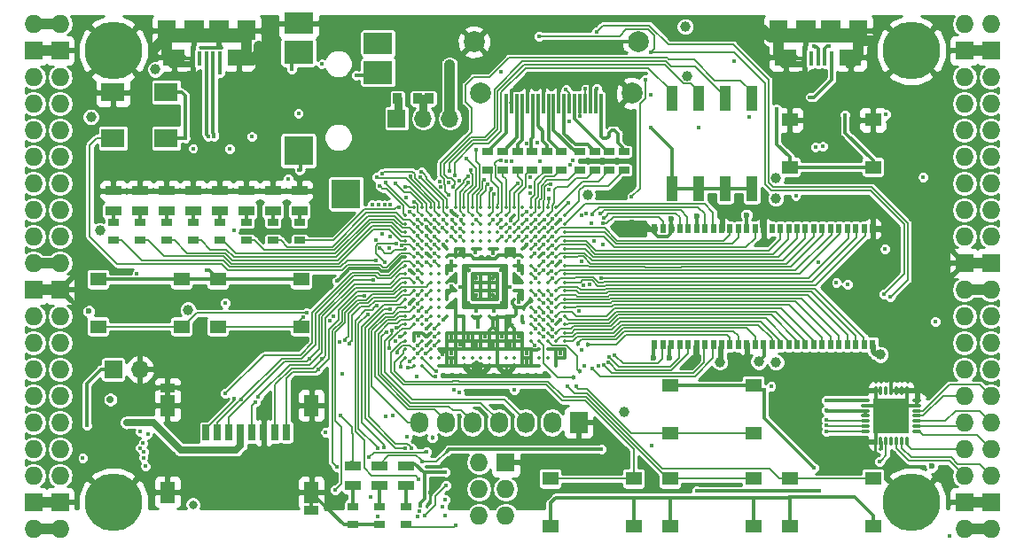
<source format=gtl>
G04 #@! TF.GenerationSoftware,KiCad,Pcbnew,5.0.0-rc2-dev-unknown+dfsg1+20180318-2*
G04 #@! TF.CreationDate,2018-05-19T20:02:19+02:00*
G04 #@! TF.ProjectId,ulx3s,756C7833732E6B696361645F70636200,rev?*
G04 #@! TF.SameCoordinates,Original*
G04 #@! TF.FileFunction,Copper,L1,Top,Signal*
G04 #@! TF.FilePolarity,Positive*
%FSLAX46Y46*%
G04 Gerber Fmt 4.6, Leading zero omitted, Abs format (unit mm)*
G04 Created by KiCad (PCBNEW 5.0.0-rc2-dev-unknown+dfsg1+20180318-2) date Sat May 19 20:02:19 2018*
%MOMM*%
%LPD*%
G01*
G04 APERTURE LIST*
%ADD10O,1.727200X1.727200*%
%ADD11R,1.727200X1.727200*%
%ADD12C,5.500000*%
%ADD13R,2.100000X1.600000*%
%ADD14R,1.900000X1.900000*%
%ADD15R,0.400000X1.350000*%
%ADD16R,1.800000X1.900000*%
%ADD17O,0.850000X0.300000*%
%ADD18O,0.300000X0.850000*%
%ADD19R,1.675000X1.675000*%
%ADD20R,1.727200X2.032000*%
%ADD21O,1.727200X2.032000*%
%ADD22R,1.550000X1.300000*%
%ADD23R,1.120000X2.440000*%
%ADD24C,0.350000*%
%ADD25R,2.800000X2.000000*%
%ADD26R,2.800000X2.200000*%
%ADD27R,2.800000X2.800000*%
%ADD28R,0.700000X1.500000*%
%ADD29R,1.450000X0.900000*%
%ADD30R,1.450000X2.000000*%
%ADD31R,2.200000X1.800000*%
%ADD32R,0.560000X0.900000*%
%ADD33R,1.000000X0.670000*%
%ADD34R,1.500000X0.970000*%
%ADD35R,0.300000X1.900000*%
%ADD36C,2.000000*%
%ADD37R,0.845000X1.000000*%
%ADD38R,1.700000X1.700000*%
%ADD39O,1.700000X1.700000*%
%ADD40C,0.400000*%
%ADD41C,0.454000*%
%ADD42C,0.600000*%
%ADD43C,1.000000*%
%ADD44C,0.800000*%
%ADD45C,0.700000*%
%ADD46C,0.300000*%
%ADD47C,0.500000*%
%ADD48C,1.000000*%
%ADD49C,0.600000*%
%ADD50C,0.190000*%
%ADD51C,0.800000*%
%ADD52C,0.200000*%
%ADD53C,0.700000*%
%ADD54C,0.127000*%
%ADD55C,0.180000*%
%ADD56C,0.254000*%
G04 APERTURE END LIST*
D10*
X97910000Y-62690000D03*
X95370000Y-62690000D03*
D11*
X97910000Y-65230000D03*
X95370000Y-65230000D03*
D10*
X97910000Y-67770000D03*
X95370000Y-67770000D03*
X97910000Y-70310000D03*
X95370000Y-70310000D03*
X97910000Y-72850000D03*
X95370000Y-72850000D03*
X97910000Y-75390000D03*
X95370000Y-75390000D03*
X97910000Y-77930000D03*
X95370000Y-77930000D03*
X97910000Y-80470000D03*
X95370000Y-80470000D03*
X97910000Y-83010000D03*
X95370000Y-83010000D03*
X97910000Y-85550000D03*
X95370000Y-85550000D03*
D11*
X97910000Y-88090000D03*
X95370000Y-88090000D03*
D10*
X97910000Y-90630000D03*
X95370000Y-90630000D03*
X97910000Y-93170000D03*
X95370000Y-93170000D03*
X97910000Y-95710000D03*
X95370000Y-95710000D03*
X97910000Y-98250000D03*
X95370000Y-98250000D03*
X97910000Y-100790000D03*
X95370000Y-100790000D03*
X97910000Y-103330000D03*
X95370000Y-103330000D03*
X97910000Y-105870000D03*
X95370000Y-105870000D03*
D11*
X97910000Y-108410000D03*
X95370000Y-108410000D03*
D10*
X97910000Y-110950000D03*
X95370000Y-110950000D03*
X184270000Y-110950000D03*
X186810000Y-110950000D03*
D11*
X184270000Y-108410000D03*
X186810000Y-108410000D03*
D10*
X184270000Y-105870000D03*
X186810000Y-105870000D03*
X184270000Y-103330000D03*
X186810000Y-103330000D03*
X184270000Y-100790000D03*
X186810000Y-100790000D03*
X184270000Y-98250000D03*
X186810000Y-98250000D03*
X184270000Y-95710000D03*
X186810000Y-95710000D03*
X184270000Y-93170000D03*
X186810000Y-93170000D03*
X184270000Y-90630000D03*
X186810000Y-90630000D03*
X184270000Y-88090000D03*
X186810000Y-88090000D03*
D11*
X184270000Y-85550000D03*
X186810000Y-85550000D03*
D10*
X184270000Y-83010000D03*
X186810000Y-83010000D03*
X184270000Y-80470000D03*
X186810000Y-80470000D03*
X184270000Y-77930000D03*
X186810000Y-77930000D03*
X184270000Y-75390000D03*
X186810000Y-75390000D03*
X184270000Y-72850000D03*
X186810000Y-72850000D03*
X184270000Y-70310000D03*
X186810000Y-70310000D03*
X184270000Y-67770000D03*
X186810000Y-67770000D03*
D11*
X184270000Y-65230000D03*
X186810000Y-65230000D03*
D10*
X184270000Y-62690000D03*
X186810000Y-62690000D03*
D12*
X102990000Y-108410000D03*
X179190000Y-108410000D03*
X179190000Y-65230000D03*
X102990000Y-65230000D03*
D13*
X114980000Y-65875000D03*
X108780000Y-65875000D03*
D14*
X113080000Y-63325000D03*
X110680000Y-63325000D03*
D15*
X113180000Y-66000000D03*
X112530000Y-66000000D03*
X111880000Y-66000000D03*
X111230000Y-66000000D03*
X110580000Y-66000000D03*
D16*
X115680000Y-63325000D03*
X108080000Y-63325000D03*
D13*
X173400000Y-65875000D03*
X167200000Y-65875000D03*
D14*
X171500000Y-63325000D03*
X169100000Y-63325000D03*
D15*
X171600000Y-66000000D03*
X170950000Y-66000000D03*
X170300000Y-66000000D03*
X169650000Y-66000000D03*
X169000000Y-66000000D03*
D16*
X174100000Y-63325000D03*
X166500000Y-63325000D03*
D11*
X140455000Y-104600000D03*
D10*
X137915000Y-104600000D03*
X140455000Y-107140000D03*
X137915000Y-107140000D03*
X140455000Y-109680000D03*
X137915000Y-109680000D03*
D17*
X179735000Y-101655000D03*
X179735000Y-101155000D03*
X179735000Y-100655000D03*
X179735000Y-100155000D03*
X179735000Y-99655000D03*
X179735000Y-99155000D03*
X179735000Y-98655000D03*
D18*
X178785000Y-97705000D03*
X178285000Y-97705000D03*
X177785000Y-97705000D03*
X177285000Y-97705000D03*
X176785000Y-97705000D03*
X176285000Y-97705000D03*
X175785000Y-97705000D03*
D17*
X174835000Y-98655000D03*
X174835000Y-99155000D03*
X174835000Y-99655000D03*
X174835000Y-100155000D03*
X174835000Y-100655000D03*
X174835000Y-101155000D03*
X174835000Y-101655000D03*
D18*
X175785000Y-102605000D03*
X176285000Y-102605000D03*
X176785000Y-102605000D03*
X177285000Y-102605000D03*
X177785000Y-102605000D03*
X178285000Y-102605000D03*
X178785000Y-102605000D03*
D19*
X176447500Y-99317500D03*
X176447500Y-100992500D03*
X178122500Y-99317500D03*
X178122500Y-100992500D03*
D20*
X147440000Y-100790000D03*
D21*
X144900000Y-100790000D03*
X142360000Y-100790000D03*
X139820000Y-100790000D03*
X137280000Y-100790000D03*
X134740000Y-100790000D03*
X132200000Y-100790000D03*
D22*
X175550000Y-71870000D03*
X175550000Y-76370000D03*
X167590000Y-76370000D03*
X167590000Y-71870000D03*
X101550000Y-91610000D03*
X101550000Y-87110000D03*
X109510000Y-87110000D03*
X109510000Y-91610000D03*
X112980000Y-91610000D03*
X112980000Y-87110000D03*
X120940000Y-87110000D03*
X120940000Y-91610000D03*
X156160000Y-101770000D03*
X156160000Y-97270000D03*
X164120000Y-97270000D03*
X164120000Y-101770000D03*
X164120000Y-106160000D03*
X164120000Y-110660000D03*
X156160000Y-110660000D03*
X156160000Y-106160000D03*
X152690000Y-106160000D03*
X152690000Y-110660000D03*
X144730000Y-110660000D03*
X144730000Y-106160000D03*
X175550000Y-106160000D03*
X175550000Y-110660000D03*
X167590000Y-110660000D03*
X167590000Y-106160000D03*
D23*
X156330000Y-78425000D03*
X163950000Y-69815000D03*
X158870000Y-78425000D03*
X161410000Y-69815000D03*
X161410000Y-78425000D03*
X158870000Y-69815000D03*
X163950000Y-78425000D03*
X156330000Y-69815000D03*
D24*
X131680000Y-80200000D03*
X132480000Y-80200000D03*
X133280000Y-80200000D03*
X134080000Y-80200000D03*
X134880000Y-80200000D03*
X135680000Y-80200000D03*
X136480000Y-80200000D03*
X137280000Y-80200000D03*
X138080000Y-80200000D03*
X138880000Y-80200000D03*
X139680000Y-80200000D03*
X140480000Y-80200000D03*
X141280000Y-80200000D03*
X142080000Y-80200000D03*
X142880000Y-80200000D03*
X143680000Y-80200000D03*
X144480000Y-80200000D03*
X145280000Y-80200000D03*
X130880000Y-81000000D03*
X131680000Y-81000000D03*
X132480000Y-81000000D03*
X133280000Y-81000000D03*
X134080000Y-81000000D03*
X134880000Y-81000000D03*
X135680000Y-81000000D03*
X136480000Y-81000000D03*
X137280000Y-81000000D03*
X138080000Y-81000000D03*
X138880000Y-81000000D03*
X139680000Y-81000000D03*
X140480000Y-81000000D03*
X141280000Y-81000000D03*
X142080000Y-81000000D03*
X142880000Y-81000000D03*
X143680000Y-81000000D03*
X144480000Y-81000000D03*
X145280000Y-81000000D03*
X146080000Y-81000000D03*
X130880000Y-81800000D03*
X131680000Y-81800000D03*
X132480000Y-81800000D03*
X133280000Y-81800000D03*
X134080000Y-81800000D03*
X134880000Y-81800000D03*
X135680000Y-81800000D03*
X136480000Y-81800000D03*
X137280000Y-81800000D03*
X138080000Y-81800000D03*
X138880000Y-81800000D03*
X139680000Y-81800000D03*
X140480000Y-81800000D03*
X141280000Y-81800000D03*
X142080000Y-81800000D03*
X142880000Y-81800000D03*
X143680000Y-81800000D03*
X144480000Y-81800000D03*
X145280000Y-81800000D03*
X146080000Y-81800000D03*
X130880000Y-82600000D03*
X131680000Y-82600000D03*
X132480000Y-82600000D03*
X133280000Y-82600000D03*
X134080000Y-82600000D03*
X134880000Y-82600000D03*
X135680000Y-82600000D03*
X136480000Y-82600000D03*
X137280000Y-82600000D03*
X138080000Y-82600000D03*
X138880000Y-82600000D03*
X139680000Y-82600000D03*
X140480000Y-82600000D03*
X141280000Y-82600000D03*
X142080000Y-82600000D03*
X142880000Y-82600000D03*
X143680000Y-82600000D03*
X144480000Y-82600000D03*
X145280000Y-82600000D03*
X146080000Y-82600000D03*
X130880000Y-83400000D03*
X131680000Y-83400000D03*
X132480000Y-83400000D03*
X133280000Y-83400000D03*
X134080000Y-83400000D03*
X134880000Y-83400000D03*
X135680000Y-83400000D03*
X136480000Y-83400000D03*
X137280000Y-83400000D03*
X138080000Y-83400000D03*
X138880000Y-83400000D03*
X139680000Y-83400000D03*
X140480000Y-83400000D03*
X141280000Y-83400000D03*
X142080000Y-83400000D03*
X142880000Y-83400000D03*
X143680000Y-83400000D03*
X144480000Y-83400000D03*
X145280000Y-83400000D03*
X146080000Y-83400000D03*
X130880000Y-84200000D03*
X131680000Y-84200000D03*
X132480000Y-84200000D03*
X133280000Y-84200000D03*
X134080000Y-84200000D03*
X134880000Y-84200000D03*
X135680000Y-84200000D03*
X136480000Y-84200000D03*
X137280000Y-84200000D03*
X138080000Y-84200000D03*
X138880000Y-84200000D03*
X139680000Y-84200000D03*
X140480000Y-84200000D03*
X141280000Y-84200000D03*
X142080000Y-84200000D03*
X142880000Y-84200000D03*
X143680000Y-84200000D03*
X144480000Y-84200000D03*
X145280000Y-84200000D03*
X146080000Y-84200000D03*
X130880000Y-85000000D03*
X131680000Y-85000000D03*
X132480000Y-85000000D03*
X133280000Y-85000000D03*
X134080000Y-85000000D03*
X134880000Y-85000000D03*
X135680000Y-85000000D03*
X136480000Y-85000000D03*
X137280000Y-85000000D03*
X138080000Y-85000000D03*
X138880000Y-85000000D03*
X139680000Y-85000000D03*
X140480000Y-85000000D03*
X141280000Y-85000000D03*
X142080000Y-85000000D03*
X142880000Y-85000000D03*
X143680000Y-85000000D03*
X144480000Y-85000000D03*
X145280000Y-85000000D03*
X146080000Y-85000000D03*
X130880000Y-85800000D03*
X131680000Y-85800000D03*
X132480000Y-85800000D03*
X133280000Y-85800000D03*
X134080000Y-85800000D03*
X134880000Y-85800000D03*
X135680000Y-85800000D03*
X136480000Y-85800000D03*
X137280000Y-85800000D03*
X138080000Y-85800000D03*
X138880000Y-85800000D03*
X139680000Y-85800000D03*
X140480000Y-85800000D03*
X141280000Y-85800000D03*
X142080000Y-85800000D03*
X142880000Y-85800000D03*
X143680000Y-85800000D03*
X144480000Y-85800000D03*
X145280000Y-85800000D03*
X146080000Y-85800000D03*
X130880000Y-86600000D03*
X131680000Y-86600000D03*
X132480000Y-86600000D03*
X133280000Y-86600000D03*
X134080000Y-86600000D03*
X134880000Y-86600000D03*
X135680000Y-86600000D03*
X136480000Y-86600000D03*
X137280000Y-86600000D03*
X138080000Y-86600000D03*
X138880000Y-86600000D03*
X139680000Y-86600000D03*
X140480000Y-86600000D03*
X141280000Y-86600000D03*
X142080000Y-86600000D03*
X142880000Y-86600000D03*
X143680000Y-86600000D03*
X144480000Y-86600000D03*
X145280000Y-86600000D03*
X146080000Y-86600000D03*
X130880000Y-87400000D03*
X131680000Y-87400000D03*
X132480000Y-87400000D03*
X133280000Y-87400000D03*
X134080000Y-87400000D03*
X134880000Y-87400000D03*
X135680000Y-87400000D03*
X136480000Y-87400000D03*
X137280000Y-87400000D03*
X138080000Y-87400000D03*
X138880000Y-87400000D03*
X139680000Y-87400000D03*
X140480000Y-87400000D03*
X141280000Y-87400000D03*
X142080000Y-87400000D03*
X142880000Y-87400000D03*
X143680000Y-87400000D03*
X144480000Y-87400000D03*
X145280000Y-87400000D03*
X146080000Y-87400000D03*
X130880000Y-88200000D03*
X131680000Y-88200000D03*
X132480000Y-88200000D03*
X133280000Y-88200000D03*
X134080000Y-88200000D03*
X134880000Y-88200000D03*
X135680000Y-88200000D03*
X136480000Y-88200000D03*
X137280000Y-88200000D03*
X138080000Y-88200000D03*
X138880000Y-88200000D03*
X139680000Y-88200000D03*
X140480000Y-88200000D03*
X141280000Y-88200000D03*
X142080000Y-88200000D03*
X142880000Y-88200000D03*
X143680000Y-88200000D03*
X144480000Y-88200000D03*
X145280000Y-88200000D03*
X146080000Y-88200000D03*
X130880000Y-89000000D03*
X131680000Y-89000000D03*
X132480000Y-89000000D03*
X133280000Y-89000000D03*
X134080000Y-89000000D03*
X134880000Y-89000000D03*
X135680000Y-89000000D03*
X136480000Y-89000000D03*
X137280000Y-89000000D03*
X138080000Y-89000000D03*
X138880000Y-89000000D03*
X139680000Y-89000000D03*
X140480000Y-89000000D03*
X141280000Y-89000000D03*
X142080000Y-89000000D03*
X142880000Y-89000000D03*
X143680000Y-89000000D03*
X144480000Y-89000000D03*
X145280000Y-89000000D03*
X146080000Y-89000000D03*
X130880000Y-89800000D03*
X131680000Y-89800000D03*
X132480000Y-89800000D03*
X133280000Y-89800000D03*
X134080000Y-89800000D03*
X134880000Y-89800000D03*
X135680000Y-89800000D03*
X136480000Y-89800000D03*
X137280000Y-89800000D03*
X138080000Y-89800000D03*
X138880000Y-89800000D03*
X139680000Y-89800000D03*
X140480000Y-89800000D03*
X141280000Y-89800000D03*
X142080000Y-89800000D03*
X142880000Y-89800000D03*
X143680000Y-89800000D03*
X144480000Y-89800000D03*
X145280000Y-89800000D03*
X146080000Y-89800000D03*
X130880000Y-90600000D03*
X131680000Y-90600000D03*
X132480000Y-90600000D03*
X133280000Y-90600000D03*
X134080000Y-90600000D03*
X134880000Y-90600000D03*
X135680000Y-90600000D03*
X136480000Y-90600000D03*
X137280000Y-90600000D03*
X138080000Y-90600000D03*
X138880000Y-90600000D03*
X139680000Y-90600000D03*
X140480000Y-90600000D03*
X141280000Y-90600000D03*
X142080000Y-90600000D03*
X142880000Y-90600000D03*
X143680000Y-90600000D03*
X144480000Y-90600000D03*
X145280000Y-90600000D03*
X146080000Y-90600000D03*
X130880000Y-91400000D03*
X131680000Y-91400000D03*
X132480000Y-91400000D03*
X133280000Y-91400000D03*
X134080000Y-91400000D03*
X142880000Y-91400000D03*
X143680000Y-91400000D03*
X144480000Y-91400000D03*
X145280000Y-91400000D03*
X146080000Y-91400000D03*
X130880000Y-92200000D03*
X131680000Y-92200000D03*
X132480000Y-92200000D03*
X133280000Y-92200000D03*
X134080000Y-92200000D03*
X134880000Y-92200000D03*
X135680000Y-92200000D03*
X136480000Y-92200000D03*
X137280000Y-92200000D03*
X138080000Y-92200000D03*
X138880000Y-92200000D03*
X139680000Y-92200000D03*
X140480000Y-92200000D03*
X141280000Y-92200000D03*
X142080000Y-92200000D03*
X142880000Y-92200000D03*
X143680000Y-92200000D03*
X144480000Y-92200000D03*
X145280000Y-92200000D03*
X146080000Y-92200000D03*
X130880000Y-93000000D03*
X131680000Y-93000000D03*
X132480000Y-93000000D03*
X133280000Y-93000000D03*
X134080000Y-93000000D03*
X134880000Y-93000000D03*
X135680000Y-93000000D03*
X136480000Y-93000000D03*
X137280000Y-93000000D03*
X138080000Y-93000000D03*
X138880000Y-93000000D03*
X139680000Y-93000000D03*
X140480000Y-93000000D03*
X141280000Y-93000000D03*
X142080000Y-93000000D03*
X142880000Y-93000000D03*
X143680000Y-93000000D03*
X144480000Y-93000000D03*
X145280000Y-93000000D03*
X146080000Y-93000000D03*
X130880000Y-93800000D03*
X131680000Y-93800000D03*
X132480000Y-93800000D03*
X133280000Y-93800000D03*
X134080000Y-93800000D03*
X134880000Y-93800000D03*
X135680000Y-93800000D03*
X136480000Y-93800000D03*
X137280000Y-93800000D03*
X138080000Y-93800000D03*
X138880000Y-93800000D03*
X139680000Y-93800000D03*
X140480000Y-93800000D03*
X141280000Y-93800000D03*
X142080000Y-93800000D03*
X142880000Y-93800000D03*
X143680000Y-93800000D03*
X144480000Y-93800000D03*
X145280000Y-93800000D03*
X146080000Y-93800000D03*
X130880000Y-94600000D03*
X131680000Y-94600000D03*
X132480000Y-94600000D03*
X133280000Y-94600000D03*
X134080000Y-94600000D03*
X134880000Y-94600000D03*
X135680000Y-94600000D03*
X136480000Y-94600000D03*
X137280000Y-94600000D03*
X138080000Y-94600000D03*
X138880000Y-94600000D03*
X139680000Y-94600000D03*
X140480000Y-94600000D03*
X141280000Y-94600000D03*
X142080000Y-94600000D03*
X142880000Y-94600000D03*
X143680000Y-94600000D03*
X144480000Y-94600000D03*
X145280000Y-94600000D03*
X146080000Y-94600000D03*
X131680000Y-95400000D03*
X132480000Y-95400000D03*
X134080000Y-95400000D03*
X134880000Y-95400000D03*
X135680000Y-95400000D03*
X136480000Y-95400000D03*
X138880000Y-95400000D03*
X139680000Y-95400000D03*
X141280000Y-95400000D03*
X142080000Y-95400000D03*
X142880000Y-95400000D03*
X143680000Y-95400000D03*
X145280000Y-95400000D03*
D25*
X120668000Y-62618000D03*
D26*
X120668000Y-65418000D03*
D27*
X120668000Y-74818000D03*
X125218000Y-78918000D03*
D26*
X128268000Y-67318000D03*
D25*
X128268000Y-64518000D03*
D28*
X111850000Y-101750000D03*
X112950000Y-101750000D03*
X114050000Y-101750000D03*
X115150000Y-101750000D03*
X116250000Y-101750000D03*
X117350000Y-101750000D03*
X118450000Y-101750000D03*
X119550000Y-101750000D03*
D29*
X108175000Y-97450000D03*
X121925000Y-109150000D03*
D30*
X121925000Y-99150000D03*
X108175000Y-99150000D03*
X108175000Y-107450000D03*
X121925000Y-107450000D03*
D31*
X108040000Y-69220000D03*
X102960000Y-69220000D03*
X102960000Y-73620000D03*
X108040000Y-73620000D03*
D32*
X175493000Y-82270000D03*
X154693000Y-93330000D03*
X155493000Y-93330000D03*
X156293000Y-93330000D03*
X157093000Y-93330000D03*
X157893000Y-93330000D03*
X158693000Y-93330000D03*
X159493000Y-93330000D03*
X160293000Y-93330000D03*
X161093000Y-93330000D03*
X161893000Y-93330000D03*
X162693000Y-93330000D03*
X163493000Y-93330000D03*
X164293000Y-93330000D03*
X165093000Y-93330000D03*
X165893000Y-93330000D03*
X166693000Y-93330000D03*
X167493000Y-93330000D03*
X168293000Y-93330000D03*
X169093000Y-93330000D03*
X169893000Y-93330000D03*
X170693000Y-93330000D03*
X171493000Y-93330000D03*
X172293000Y-93330000D03*
X173093000Y-93330000D03*
X173893000Y-93330000D03*
X174693000Y-93330000D03*
X175493000Y-93330000D03*
X174693000Y-82270000D03*
X173893000Y-82270000D03*
X173093000Y-82270000D03*
X172293000Y-82270000D03*
X171493000Y-82270000D03*
X170693000Y-82270000D03*
X169893000Y-82270000D03*
X169093000Y-82270000D03*
X168293000Y-82270000D03*
X167493000Y-82270000D03*
X166693000Y-82270000D03*
X165893000Y-82270000D03*
X165093000Y-82270000D03*
X164293000Y-82270000D03*
X163493000Y-82270000D03*
X162693000Y-82270000D03*
X161893000Y-82270000D03*
X161093000Y-82270000D03*
X160293000Y-82270000D03*
X159493000Y-82270000D03*
X158693000Y-82270000D03*
X157893000Y-82270000D03*
X157093000Y-82270000D03*
X156293000Y-82270000D03*
X155493000Y-82270000D03*
X154693000Y-82270000D03*
D33*
X150361000Y-76646000D03*
X150361000Y-74896000D03*
X151758000Y-74896000D03*
X151758000Y-76646000D03*
X140201000Y-74896000D03*
X140201000Y-76646000D03*
X142995000Y-76646000D03*
X142995000Y-74896000D03*
X145789000Y-76646000D03*
X145789000Y-74896000D03*
X148964000Y-74896000D03*
X148964000Y-76646000D03*
X138742800Y-76638600D03*
X138742800Y-74888600D03*
X141598000Y-74896000D03*
X141598000Y-76646000D03*
X144392000Y-74896000D03*
X144392000Y-76646000D03*
X147567000Y-76634000D03*
X147567000Y-74884000D03*
D34*
X130930000Y-106825000D03*
X130930000Y-104915000D03*
X120770000Y-78644000D03*
X120770000Y-80554000D03*
X118230000Y-80554000D03*
X118230000Y-78644000D03*
X115690000Y-78644000D03*
X115690000Y-80554000D03*
X113150000Y-78644000D03*
X113150000Y-80554000D03*
X110610000Y-80554000D03*
X110610000Y-78644000D03*
X108070000Y-80554000D03*
X108070000Y-78644000D03*
X105545000Y-78644000D03*
X105545000Y-80554000D03*
X102990000Y-80554000D03*
X102990000Y-78644000D03*
X128390000Y-106825000D03*
X128390000Y-104915000D03*
X125850000Y-104915000D03*
X125850000Y-106825000D03*
D35*
X149546000Y-70312000D03*
X149046000Y-70312000D03*
X148546000Y-70312000D03*
X148046000Y-70312000D03*
X147546000Y-70312000D03*
X147046000Y-70312000D03*
X146546000Y-70312000D03*
X146046000Y-70312000D03*
X145546000Y-70312000D03*
X145046000Y-70312000D03*
X144546000Y-70312000D03*
X144046000Y-70312000D03*
X143546000Y-70312000D03*
X143046000Y-70312000D03*
X142546000Y-70312000D03*
X142046000Y-70312000D03*
X141546000Y-70312000D03*
X141046000Y-70312000D03*
X140546000Y-70312000D03*
D36*
X152546000Y-69312000D03*
X138046000Y-69312000D03*
X153146000Y-64412000D03*
X137446000Y-64412000D03*
D33*
X120770000Y-83377000D03*
X120770000Y-81627000D03*
X118230000Y-81627000D03*
X118230000Y-83377000D03*
X115690000Y-83377000D03*
X115690000Y-81627000D03*
X113150000Y-81627000D03*
X113150000Y-83377000D03*
X110610000Y-81627000D03*
X110610000Y-83377000D03*
X108070000Y-83377000D03*
X108070000Y-81627000D03*
X105530000Y-81627000D03*
X105530000Y-83377000D03*
X102990000Y-83377000D03*
X102990000Y-81627000D03*
X128390000Y-110555000D03*
X128390000Y-108805000D03*
X130930000Y-110555000D03*
X130930000Y-108805000D03*
X125850000Y-108805000D03*
X125850000Y-110555000D03*
D37*
X130123501Y-69814500D03*
X132048501Y-69814500D03*
X135082500Y-69814500D03*
X133157500Y-69814500D03*
D38*
X102990000Y-95710000D03*
D39*
X105530000Y-95710000D03*
D38*
X130056000Y-71725000D03*
D39*
X132596000Y-71725000D03*
X135136000Y-71725000D03*
D40*
X124632693Y-93120351D03*
X141742847Y-69038361D03*
X152408000Y-72169500D03*
X138480000Y-92600000D03*
X140080000Y-92600000D03*
X135280000Y-87000000D03*
X145687392Y-90996646D03*
D41*
X141675979Y-86986521D03*
D40*
X140876932Y-84552536D03*
X132882184Y-84635369D03*
X132879996Y-82103336D03*
X140922639Y-81447441D03*
X177287984Y-96778661D03*
D42*
X152510125Y-81695229D03*
D40*
X131264297Y-86227110D03*
X173856000Y-71538990D03*
D43*
X164947008Y-63194069D03*
X175494572Y-64322557D03*
D40*
X135342764Y-89381630D03*
X144103496Y-84660400D03*
D43*
X177658444Y-82281349D03*
D40*
X145680000Y-81405125D03*
X145691238Y-94166752D03*
D43*
X162956098Y-95078488D03*
X158539988Y-94868772D03*
D42*
X161075765Y-80992022D03*
X164882869Y-80938986D03*
X156262773Y-81349374D03*
D40*
X149169500Y-68867500D03*
D42*
X123437000Y-108972000D03*
D40*
X135281276Y-80583119D03*
X131279502Y-89407325D03*
X170309539Y-85441529D03*
X145672808Y-85396062D03*
X133216000Y-107465000D03*
X137680000Y-88600000D03*
X142480000Y-95000000D03*
X141680000Y-92600000D03*
X135284627Y-94985297D03*
X135288625Y-94225619D03*
X134455822Y-94267172D03*
X136095958Y-93369652D03*
D41*
X139264636Y-91615205D03*
D43*
X116880503Y-64802940D03*
X106974809Y-64953974D03*
D40*
X140874194Y-91433353D03*
X142480000Y-94200000D03*
X140880000Y-93400000D03*
X139280000Y-93400000D03*
X137680000Y-93400000D03*
X136880000Y-92600000D03*
X135280000Y-92600000D03*
X132880000Y-91800000D03*
X132880000Y-93400000D03*
D41*
X139280000Y-87000000D03*
X137680000Y-87000000D03*
X136080000Y-84600000D03*
X139280000Y-88600000D03*
D43*
X166275426Y-77459534D03*
X107021491Y-67043629D03*
D40*
X172047074Y-87438453D03*
D43*
X166255545Y-79350736D03*
X157807568Y-67669269D03*
X101707889Y-82423180D03*
X166284693Y-95025145D03*
X157600000Y-62944000D03*
D40*
X119692151Y-77494120D03*
X135263000Y-87727000D03*
X141740000Y-89250994D03*
D42*
X156091000Y-94585000D03*
D40*
X140032430Y-67286930D03*
X137803000Y-91664000D03*
D42*
X181155918Y-104980708D03*
D40*
X171089123Y-98665996D03*
X171089123Y-99619659D03*
D43*
X135105588Y-66616618D03*
D40*
X181491000Y-91156000D03*
X113660608Y-89375718D03*
D43*
X148268387Y-79050018D03*
D40*
X158870000Y-72596000D03*
X114513935Y-82409431D03*
X109840000Y-73620000D03*
X132110753Y-92527478D03*
X165803369Y-97344883D03*
D43*
X160905403Y-95006436D03*
D42*
X158731133Y-81048929D03*
X154593901Y-94607945D03*
D43*
X164625730Y-94982471D03*
D42*
X163462982Y-80942429D03*
D43*
X176254940Y-94288458D03*
D44*
X110593913Y-108636458D03*
D40*
X180340784Y-77316932D03*
X173137949Y-87594275D03*
D45*
X102710050Y-98594954D03*
D40*
X129005202Y-100174798D03*
X176305593Y-103279812D03*
X100080000Y-104200000D03*
X139272517Y-84611349D03*
X141680000Y-86200000D03*
X132880000Y-92600000D03*
X141680000Y-85400000D03*
X130019546Y-91732979D03*
X121431221Y-90311593D03*
X130384540Y-92584728D03*
X121088335Y-90753785D03*
X146394787Y-97333919D03*
X143300000Y-86220000D03*
X144891603Y-91881937D03*
X147175985Y-97333919D03*
X147700000Y-93820000D03*
X142107219Y-91201016D03*
D43*
X110128890Y-90028152D03*
D40*
X142480000Y-83800000D03*
X134480000Y-83800000D03*
X134480000Y-91000000D03*
X154313000Y-69502500D03*
X120664983Y-71227362D03*
X122926177Y-66532317D03*
X105245010Y-86595559D03*
X169517039Y-69686488D03*
X170411010Y-107286196D03*
X158716651Y-107325176D03*
X136050273Y-97914229D03*
X128216338Y-109760338D03*
X132708000Y-109680000D03*
X134750646Y-106810513D03*
X133680000Y-91800000D03*
X135517000Y-97633000D03*
X134675868Y-108131585D03*
D41*
X133449289Y-102232615D03*
D40*
X133680000Y-92600000D03*
X132928488Y-103601340D03*
X127419091Y-104077728D03*
X133685482Y-93402296D03*
X134463998Y-108841973D03*
X131986331Y-96404793D03*
X131039072Y-102187000D03*
X134636872Y-109719950D03*
X132846234Y-94197073D03*
X176700000Y-84220000D03*
X143260000Y-84620000D03*
X120739932Y-76694083D03*
X126204504Y-67585368D03*
X148090000Y-68867500D03*
X147582000Y-71534498D03*
X127810351Y-87182069D03*
X121687479Y-94718249D03*
X132083026Y-86260405D03*
X116569594Y-98828850D03*
X113700000Y-98020000D03*
X122932649Y-94724357D03*
X124849021Y-96102869D03*
X122527919Y-95725900D03*
X113157250Y-67343629D03*
X116198000Y-73474420D03*
X127586603Y-107875044D03*
X146233418Y-68946082D03*
X131453853Y-103208291D03*
X149787294Y-81774991D03*
X144080000Y-86200000D03*
X149553145Y-86989440D03*
X144894316Y-86977564D03*
X144896700Y-83863953D03*
X149527221Y-80838006D03*
D41*
X147343891Y-93217126D03*
D40*
X144113248Y-92588762D03*
X149853189Y-81252115D03*
X144875155Y-86292748D03*
X144916886Y-83019942D03*
X148696112Y-80861847D03*
D41*
X148349010Y-93322307D03*
D40*
X144882352Y-92577990D03*
X144902941Y-91037926D03*
X148747982Y-95669626D03*
X144867244Y-90193915D03*
X149795895Y-95251084D03*
X144856756Y-89349904D03*
X150278898Y-95040253D03*
X150345974Y-94517527D03*
X144877648Y-88622010D03*
X150889207Y-94332565D03*
X143280000Y-87000000D03*
X129972715Y-93035096D03*
X131084713Y-95564177D03*
X130422000Y-95456000D03*
X131316164Y-94959140D03*
X130123373Y-94122671D03*
X132031990Y-93400000D03*
X129362027Y-93645784D03*
X141280657Y-97642010D03*
X133852393Y-95875797D03*
X133762848Y-96395146D03*
X132080000Y-94200000D03*
X128452683Y-84116867D03*
X105890482Y-103613569D03*
X129449238Y-89937935D03*
X130839477Y-103208987D03*
X132075624Y-89410644D03*
X128806823Y-103185900D03*
X128136791Y-89611518D03*
X132162861Y-106185868D03*
X132880000Y-88600000D03*
X126970181Y-88659309D03*
X124322162Y-105002357D03*
X132080000Y-87000000D03*
X125525099Y-93236764D03*
X124202418Y-107207639D03*
X110599084Y-74589383D03*
X132024412Y-109766775D03*
X114104080Y-74612196D03*
X132219727Y-109277292D03*
X115190634Y-98572389D03*
X131677570Y-79697994D03*
X132088008Y-81408008D03*
X132079995Y-82103334D03*
X132872609Y-82947347D03*
X133664491Y-81414685D03*
X133648389Y-82190597D03*
X131353451Y-77264702D03*
X129920953Y-77910818D03*
X129568570Y-92005655D03*
X132880000Y-91000000D03*
X129055731Y-92162718D03*
X132077338Y-91002010D03*
X131265176Y-80621782D03*
X130272149Y-80238214D03*
X128091794Y-85277024D03*
X132089786Y-85479378D03*
X146565997Y-71979003D03*
X134250176Y-78253806D03*
X163703220Y-71542164D03*
X134433979Y-82180155D03*
X135656559Y-110610712D03*
X149577281Y-103320847D03*
X132468001Y-104503413D03*
D45*
X104260000Y-100790000D03*
D40*
X114560994Y-98539563D03*
X116800000Y-98320000D03*
X111895217Y-86253790D03*
X169934000Y-107920000D03*
X169934000Y-105126000D03*
X165170594Y-97666317D03*
X170026483Y-74485017D03*
X142571021Y-82204353D03*
X143287402Y-83042010D03*
X154425580Y-102987766D03*
X168166438Y-79108038D03*
X112614274Y-73474420D03*
X112074854Y-73474420D03*
X176185734Y-104520755D03*
X143269694Y-93414905D03*
X171089123Y-101653244D03*
X143280000Y-91800000D03*
X171089123Y-101086833D03*
X144064831Y-91877646D03*
X171089123Y-100559822D03*
X144080000Y-90956495D03*
X135315381Y-82193851D03*
X135414395Y-78229653D03*
X135129679Y-76730134D03*
X136124555Y-82260038D03*
X135587699Y-77140701D03*
X136080000Y-83000000D03*
X142785835Y-77341923D03*
X170739071Y-74406366D03*
X142460000Y-83020000D03*
X143280000Y-83800000D03*
X169919000Y-64849000D03*
X171316000Y-64849000D03*
X125110333Y-92897638D03*
X182888000Y-111603000D03*
X124361185Y-87274371D03*
X124361184Y-87274370D03*
X172853718Y-71407275D03*
X166353476Y-70835462D03*
X123273881Y-101715917D03*
X129660000Y-100155000D03*
X128247798Y-103208979D03*
X127301115Y-90454353D03*
X132084049Y-88558274D03*
X120008000Y-67008000D03*
X129437600Y-79946788D03*
X133680000Y-83000000D03*
X128908575Y-79985477D03*
X133680000Y-83800000D03*
X128328791Y-79953099D03*
X130487935Y-83869856D03*
X133623139Y-85366416D03*
X127749884Y-79991140D03*
X128913013Y-85505853D03*
X129992018Y-83691508D03*
X136080000Y-87800000D03*
X137624890Y-90122896D03*
X139322319Y-90164039D03*
X140080000Y-89400000D03*
X136880000Y-89400000D03*
X140896226Y-87816226D03*
D41*
X136938110Y-86196311D03*
D40*
X140014602Y-86192969D03*
D43*
X151758000Y-99774000D03*
D40*
X135021320Y-79024950D03*
X135280000Y-83022010D03*
X154298000Y-72596000D03*
X100450000Y-101044000D03*
X132285867Y-108754446D03*
X134707351Y-105508447D03*
X139280000Y-81400000D03*
X139314656Y-78918689D03*
X139039938Y-78419090D03*
X138722927Y-77981589D03*
X138405916Y-77551542D03*
X137625200Y-74696800D03*
X137680000Y-81400000D03*
X136742593Y-75579407D03*
X137174375Y-76624866D03*
X136863200Y-77287600D03*
X136894606Y-77861070D03*
X136048819Y-77645502D03*
X136233339Y-81437235D03*
X135359567Y-81395445D03*
X135034780Y-77831198D03*
X134508502Y-81406751D03*
X134177298Y-77721089D03*
D41*
X146942280Y-96452058D03*
X147534467Y-95913260D03*
D40*
X147928857Y-95339016D03*
X143322010Y-91000657D03*
X149284391Y-95377990D03*
X144077013Y-90266968D03*
X147430953Y-90112484D03*
X144076240Y-89395301D03*
X143322010Y-90201951D03*
X147910791Y-87683418D03*
X144082832Y-88584510D03*
X148483539Y-87623462D03*
X143322010Y-88595030D03*
X144102010Y-85397219D03*
X144889349Y-85448737D03*
X147687390Y-85374093D03*
X144912409Y-84657964D03*
X149732494Y-83807694D03*
X148921512Y-83442010D03*
X144103186Y-83777990D03*
X144131413Y-83000000D03*
X148610661Y-81705858D03*
X144888125Y-82175931D03*
X144176662Y-82199998D03*
X148175253Y-80781550D03*
X144887777Y-81331919D03*
X147688311Y-80983115D03*
X142450323Y-81420000D03*
X142811300Y-78846033D03*
X142784407Y-78283067D03*
X142460000Y-80620000D03*
X144138346Y-81383767D03*
X144606344Y-78517346D03*
X144791531Y-78023942D03*
X146587441Y-76174058D03*
X143332651Y-82197990D03*
X146909804Y-75707894D03*
X143294334Y-81377293D03*
X143708879Y-75817300D03*
X141727010Y-82998875D03*
X141727010Y-82194937D03*
X140028978Y-82200000D03*
X141624813Y-77914503D03*
X142436989Y-74138000D03*
X140861329Y-83041266D03*
X143518000Y-74074500D03*
X140872990Y-82177164D03*
X132309031Y-77342560D03*
X132428734Y-76829323D03*
X128644933Y-77015661D03*
X128152012Y-77332672D03*
X128446805Y-78179514D03*
X128961752Y-77878818D03*
X130878594Y-78253288D03*
X132820479Y-81400981D03*
X130952639Y-79249008D03*
X129458086Y-83004065D03*
X132079024Y-82947345D03*
X105572759Y-101661319D03*
X132881746Y-83791358D03*
X128691780Y-82737217D03*
X106276126Y-101893466D03*
X105840996Y-102767214D03*
X129302562Y-84153497D03*
X132083682Y-83791356D03*
X128062071Y-83328884D03*
X105553144Y-103208669D03*
X132092886Y-84635367D03*
X105847765Y-104138847D03*
X133671942Y-84595200D03*
X132896883Y-85469380D03*
X106088753Y-104974041D03*
X123709657Y-91064721D03*
X124707442Y-100126977D03*
X132900000Y-90180000D03*
X124015020Y-90635192D03*
X132100000Y-90157990D03*
X139992737Y-75748003D03*
X162271466Y-66284958D03*
X140028978Y-81400000D03*
X140517734Y-75793988D03*
X176797084Y-71341791D03*
X154313000Y-65375000D03*
X153805000Y-67996270D03*
X176605426Y-88507160D03*
X152497066Y-79193467D03*
X146481406Y-79819384D03*
X143650666Y-63862520D03*
X177211069Y-88764025D03*
X141042112Y-75846610D03*
X140060000Y-83020000D03*
X149134122Y-63424051D03*
X144606344Y-79361357D03*
D43*
X100855891Y-71574861D03*
D40*
X135280000Y-85400000D03*
D42*
X100652119Y-90162239D03*
D40*
X137550785Y-84577294D03*
X135280000Y-86200000D03*
D46*
X125850000Y-110555000D02*
X125020000Y-110555000D01*
X125020000Y-110555000D02*
X123437000Y-108972000D01*
X128390000Y-110555000D02*
X125850000Y-110555000D01*
X118230000Y-78644000D02*
X120770000Y-78644000D01*
X115690000Y-78644000D02*
X118230000Y-78644000D01*
X113150000Y-78644000D02*
X115690000Y-78644000D01*
X110610000Y-78644000D02*
X113150000Y-78644000D01*
X108070000Y-78644000D02*
X110610000Y-78644000D01*
X105545000Y-78644000D02*
X108070000Y-78644000D01*
X102990000Y-78644000D02*
X105545000Y-78644000D01*
X141046000Y-69062000D02*
X141069639Y-69038361D01*
X141069639Y-69038361D02*
X141460005Y-69038361D01*
X141460005Y-69038361D02*
X141742847Y-69038361D01*
X141046000Y-70312000D02*
X141046000Y-69062000D01*
X141105001Y-89174999D02*
X141280000Y-89000000D01*
X141105001Y-89425001D02*
X141105001Y-89174999D01*
X142080000Y-89800000D02*
X142211038Y-89800000D01*
X142705001Y-89306037D02*
X142705001Y-89174999D01*
X142705001Y-89174999D02*
X142880000Y-89000000D01*
X141480000Y-89800000D02*
X141105001Y-89425001D01*
X142211038Y-89800000D02*
X142705001Y-89306037D01*
X153146000Y-64412000D02*
X151731787Y-64412000D01*
X151731787Y-64412000D02*
X151721287Y-64422500D01*
X152546000Y-69312000D02*
X151546001Y-68312001D01*
X151546001Y-68312001D02*
X148835999Y-68312001D01*
X148835999Y-68312001D02*
X148598000Y-68550000D01*
X148454999Y-68312001D02*
X148407500Y-68359500D01*
X146058000Y-68359500D02*
X148407500Y-68359500D01*
X148407500Y-68359500D02*
X148598000Y-68550000D01*
X148598000Y-68550000D02*
X148598000Y-69010000D01*
X145546000Y-68871500D02*
X146058000Y-68359500D01*
X145546000Y-69062000D02*
X145546000Y-68871500D01*
X148546000Y-70312000D02*
X148546000Y-69062000D01*
X148546000Y-69062000D02*
X148598000Y-69010000D01*
X144046000Y-70312000D02*
X144046000Y-68951000D01*
X145546000Y-70312000D02*
X145546000Y-69062000D01*
X145546000Y-69062000D02*
X145550000Y-69058000D01*
X142565500Y-69375500D02*
X142565500Y-69058000D01*
X142546000Y-70312000D02*
X142546000Y-69395000D01*
X142546000Y-69395000D02*
X142565500Y-69375500D01*
X140978000Y-70244000D02*
X141046000Y-70312000D01*
X138480000Y-92200000D02*
X138880000Y-92200000D01*
X138080000Y-92200000D02*
X138480000Y-92200000D01*
X138480000Y-92200000D02*
X138480000Y-92600000D01*
X140080000Y-92200000D02*
X140480000Y-92200000D01*
X139680000Y-92200000D02*
X140080000Y-92200000D01*
X140080000Y-92200000D02*
X140080000Y-92600000D01*
X139680000Y-95400000D02*
X141280000Y-95400000D01*
X136480000Y-95400000D02*
X138880000Y-95400000D01*
X140480000Y-92200000D02*
X140480000Y-91827547D01*
X140480000Y-91827547D02*
X140874194Y-91433353D01*
X141280000Y-92200000D02*
X141280000Y-91839159D01*
X141280000Y-91839159D02*
X140874194Y-91433353D01*
X139680000Y-92200000D02*
X139680000Y-92030569D01*
X139680000Y-92030569D02*
X139264636Y-91615205D01*
X138880000Y-92200000D02*
X138880000Y-91999841D01*
X138880000Y-91999841D02*
X139264636Y-91615205D01*
X139680000Y-90600000D02*
X139680000Y-92200000D01*
X135680000Y-90600000D02*
X135680000Y-92200000D01*
X135342764Y-89381630D02*
X135342764Y-89462764D01*
X135342764Y-89462764D02*
X135680000Y-89800000D01*
X135342764Y-89381630D02*
X135342764Y-89337236D01*
X135342764Y-89337236D02*
X135680000Y-89000000D01*
X135342764Y-89381630D02*
X135298370Y-89381630D01*
X135298370Y-89381630D02*
X134880000Y-89800000D01*
X135680000Y-89800000D02*
X135280000Y-89800000D01*
X135280000Y-89800000D02*
X134880000Y-89800000D01*
X135280000Y-89727236D02*
X135280000Y-89800000D01*
X135342764Y-89381630D02*
X135342764Y-89664472D01*
X135342764Y-89664472D02*
X135280000Y-89727236D01*
X135280000Y-87000000D02*
X135680000Y-86600000D01*
X135280000Y-87000000D02*
X134880000Y-87400000D01*
X135680000Y-87000000D02*
X135680000Y-87400000D01*
X135680000Y-86600000D02*
X135680000Y-87000000D01*
X135680000Y-87000000D02*
X135280000Y-87000000D01*
X139680000Y-90600000D02*
X139830784Y-90750784D01*
X139830784Y-90750784D02*
X140329216Y-90750784D01*
X140329216Y-90750784D02*
X140480000Y-90600000D01*
X145683354Y-90996646D02*
X145687392Y-90996646D01*
X145280000Y-91400000D02*
X145683354Y-90996646D01*
X141675979Y-86986521D02*
X141675979Y-87004021D01*
X141675979Y-87004021D02*
X141280000Y-87400000D01*
X141675979Y-86986521D02*
X141675979Y-86995979D01*
X141675979Y-86995979D02*
X142080000Y-87400000D01*
X141666521Y-86986521D02*
X141675979Y-86986521D01*
X141280000Y-86600000D02*
X141666521Y-86986521D01*
X140927464Y-84552536D02*
X140876932Y-84552536D01*
X141280000Y-84200000D02*
X140927464Y-84552536D01*
X133280000Y-85000000D02*
X132915369Y-84635369D01*
X132915369Y-84635369D02*
X132882184Y-84635369D01*
X133280000Y-82600000D02*
X132879996Y-82199996D01*
X132879996Y-82199996D02*
X132879996Y-82103336D01*
X141280000Y-81000000D02*
X140922639Y-81357361D01*
X140922639Y-81357361D02*
X140922639Y-81447441D01*
X177285000Y-96781645D02*
X177287984Y-96778661D01*
X177285000Y-97705000D02*
X177285000Y-96781645D01*
D47*
X184230000Y-85550000D02*
X182920003Y-84240003D01*
X182920003Y-84240003D02*
X182920003Y-84225534D01*
D46*
X184270000Y-85550000D02*
X184230000Y-85550000D01*
D47*
X184270000Y-85610000D02*
X182952738Y-86927262D01*
X182952738Y-86927262D02*
X182916738Y-86927262D01*
D46*
X184270000Y-85550000D02*
X184270000Y-85610000D01*
D47*
X97910000Y-88090000D02*
X99203955Y-86796045D01*
X99203955Y-86796045D02*
X99203955Y-86791266D01*
D46*
X155962030Y-83029572D02*
X155023970Y-83029572D01*
X155023970Y-83029572D02*
X153689627Y-81695229D01*
X156205000Y-82786602D02*
X155962030Y-83029572D01*
X153689627Y-81695229D02*
X152934389Y-81695229D01*
X152934389Y-81695229D02*
X152510125Y-81695229D01*
X156205000Y-81920000D02*
X156205000Y-82786602D01*
X135505001Y-87225001D02*
X135680000Y-87400000D01*
X135054999Y-87225001D02*
X135505001Y-87225001D01*
X134880000Y-87400000D02*
X135054999Y-87225001D01*
X131307110Y-86227110D02*
X131264297Y-86227110D01*
X131680000Y-86600000D02*
X131307110Y-86227110D01*
X174055999Y-71738989D02*
X173856000Y-71538990D01*
X174187010Y-71870000D02*
X174055999Y-71738989D01*
X175550000Y-71870000D02*
X174187010Y-71870000D01*
D48*
X165447007Y-63694068D02*
X164947008Y-63194069D01*
X165712939Y-63960000D02*
X165447007Y-63694068D01*
X166500000Y-63960000D02*
X165712939Y-63960000D01*
X174787466Y-64322557D02*
X175494572Y-64322557D01*
X174462557Y-64322557D02*
X174787466Y-64322557D01*
X174100000Y-63960000D02*
X174462557Y-64322557D01*
D46*
X135661630Y-89381630D02*
X135625606Y-89381630D01*
X135625606Y-89381630D02*
X135342764Y-89381630D01*
X135680000Y-89400000D02*
X135661630Y-89381630D01*
X139505001Y-90774999D02*
X139680000Y-90600000D01*
X139054999Y-90774999D02*
X139505001Y-90774999D01*
X138880000Y-90600000D02*
X139054999Y-90774999D01*
X144019600Y-84660400D02*
X144103496Y-84660400D01*
X143680000Y-85000000D02*
X144019600Y-84660400D01*
X177252609Y-82281349D02*
X177658444Y-82281349D01*
X177241260Y-82270000D02*
X177252609Y-82281349D01*
X145280000Y-81800000D02*
X145674875Y-81405125D01*
X145674875Y-81405125D02*
X145680000Y-81405125D01*
X145691238Y-93811238D02*
X145691238Y-93883910D01*
X145680000Y-93800000D02*
X145691238Y-93811238D01*
X145691238Y-93883910D02*
X145691238Y-94166752D01*
X121925000Y-107450000D02*
X121925000Y-109150000D01*
X163456097Y-94578489D02*
X162956098Y-95078488D01*
X163480000Y-94554586D02*
X163456097Y-94578489D01*
X163480000Y-93330000D02*
X163480000Y-94554586D01*
X158539988Y-93470012D02*
X158539988Y-94161666D01*
X158680000Y-93330000D02*
X158539988Y-93470012D01*
X158539988Y-94161666D02*
X158539988Y-94868772D01*
X161075765Y-81416286D02*
X161075765Y-80992022D01*
X161075765Y-82265765D02*
X161075765Y-81416286D01*
X161080000Y-82270000D02*
X161075765Y-82265765D01*
X164882869Y-82072869D02*
X164882869Y-81363250D01*
X165080000Y-82270000D02*
X164882869Y-82072869D01*
X164882869Y-81363250D02*
X164882869Y-80938986D01*
X156280000Y-82270000D02*
X156280000Y-81366601D01*
X156280000Y-81366601D02*
X156262773Y-81349374D01*
D47*
X175480000Y-82270000D02*
X177241260Y-82270000D01*
D46*
X149046000Y-68991000D02*
X149169500Y-68867500D01*
X149046000Y-70312000D02*
X149046000Y-68991000D01*
X134455822Y-94267172D02*
X134455822Y-94224178D01*
X134455822Y-94224178D02*
X134880000Y-93800000D01*
X121930000Y-107465000D02*
X123437000Y-108972000D01*
D48*
X184270000Y-65230000D02*
X186810000Y-65230000D01*
X184270000Y-85550000D02*
X186810000Y-85550000D01*
X184270000Y-108410000D02*
X186810000Y-108410000D01*
X95370000Y-108410000D02*
X97910000Y-108410000D01*
D47*
X97910000Y-88090000D02*
X99013590Y-89193590D01*
D46*
X99013590Y-89193590D02*
X99060056Y-89193590D01*
D48*
X95370000Y-88090000D02*
X97910000Y-88090000D01*
X95370000Y-65230000D02*
X97910000Y-65230000D01*
D46*
X139264636Y-90984636D02*
X139295364Y-90984636D01*
X139295364Y-90984636D02*
X139680000Y-90600000D01*
X140480000Y-90600000D02*
X140480000Y-92200000D01*
X135281276Y-80601276D02*
X135281276Y-80583119D01*
X135680000Y-81000000D02*
X135281276Y-80601276D01*
X131279502Y-89400498D02*
X131279502Y-89407325D01*
X131680000Y-89000000D02*
X131279502Y-89400498D01*
X145672808Y-85407192D02*
X145672808Y-85396062D01*
X145280000Y-85800000D02*
X145672808Y-85407192D01*
X137280000Y-89000000D02*
X137680000Y-88600000D01*
X142480000Y-94600000D02*
X142880000Y-94600000D01*
X142080000Y-94600000D02*
X142480000Y-94600000D01*
X142480000Y-94600000D02*
X142480000Y-95000000D01*
X141680000Y-92200000D02*
X142080000Y-92200000D01*
X141280000Y-92200000D02*
X141680000Y-92200000D01*
X141680000Y-92200000D02*
X141680000Y-92600000D01*
X135284627Y-95395373D02*
X135284627Y-95268139D01*
X135280000Y-95400000D02*
X135284627Y-95395373D01*
X135284627Y-95268139D02*
X135284627Y-94985297D01*
X135288625Y-93942777D02*
X135288625Y-94225619D01*
X135288625Y-93808625D02*
X135288625Y-93942777D01*
X135280000Y-93800000D02*
X135288625Y-93808625D01*
X134455822Y-94175822D02*
X134455822Y-94267172D01*
X134080000Y-93800000D02*
X134455822Y-94175822D01*
X145280000Y-94600000D02*
X145280000Y-95400000D01*
X143498655Y-93891906D02*
X143590561Y-93800000D01*
X143040733Y-93891906D02*
X143498655Y-93891906D01*
X142880000Y-93800000D02*
X142948827Y-93800000D01*
X142948827Y-93800000D02*
X143040733Y-93891906D01*
X143590561Y-93800000D02*
X143680000Y-93800000D01*
X145280000Y-93800000D02*
X144480000Y-93800000D01*
X146080000Y-94600000D02*
X146080000Y-93800000D01*
X145280000Y-94600000D02*
X146080000Y-94600000D01*
X142080000Y-95400000D02*
X142080000Y-94600000D01*
X142880000Y-95400000D02*
X142880000Y-94600000D01*
X142880000Y-95400000D02*
X143680000Y-95400000D01*
X142080000Y-95400000D02*
X142880000Y-95400000D01*
X141280000Y-95400000D02*
X142080000Y-95400000D01*
X142080000Y-93000000D02*
X142080000Y-93800000D01*
X138880000Y-92200000D02*
X138880000Y-93000000D01*
X139680000Y-92200000D02*
X139680000Y-93000000D01*
X140480000Y-93000000D02*
X140480000Y-92200000D01*
X141280000Y-93000000D02*
X141280000Y-92200000D01*
X142080000Y-93000000D02*
X141280000Y-93000000D01*
X142080000Y-92200000D02*
X142080000Y-93000000D01*
X140480000Y-92200000D02*
X141280000Y-92200000D01*
X138880000Y-92200000D02*
X139680000Y-92200000D01*
X136095958Y-93086810D02*
X136095958Y-93369652D01*
X136080000Y-93000000D02*
X136095958Y-93015958D01*
X136095958Y-93015958D02*
X136095958Y-93086810D01*
X139264636Y-91294179D02*
X139264636Y-91615205D01*
X139264636Y-90984636D02*
X139264636Y-91294179D01*
X138880000Y-90600000D02*
X139264636Y-90984636D01*
D48*
X116880503Y-65510046D02*
X116880503Y-64802940D01*
X116265561Y-66124988D02*
X116880503Y-65510046D01*
X115680000Y-65910000D02*
X115894988Y-66124988D01*
X115680000Y-63960000D02*
X115680000Y-65910000D01*
X115894988Y-66124988D02*
X116265561Y-66124988D01*
X107474808Y-64453975D02*
X106974809Y-64953974D01*
X107968783Y-63960000D02*
X107474808Y-64453975D01*
X108080000Y-63960000D02*
X107968783Y-63960000D01*
D46*
X175495631Y-72230631D02*
X175495631Y-71740274D01*
X175535000Y-72270000D02*
X175495631Y-72230631D01*
D49*
X108780000Y-66510000D02*
X110455000Y-66510000D01*
D46*
X110455000Y-66510000D02*
X110580000Y-66635000D01*
D48*
X108080000Y-63960000D02*
X108080000Y-65810000D01*
X108080000Y-65810000D02*
X108780000Y-66510000D01*
X115680000Y-63960000D02*
X115680000Y-65810000D01*
D46*
X115680000Y-65810000D02*
X114980000Y-66510000D01*
D48*
X113080000Y-63960000D02*
X115680000Y-63960000D01*
X110680000Y-63960000D02*
X113080000Y-63960000D01*
X108080000Y-63960000D02*
X110680000Y-63960000D01*
D49*
X167200000Y-66510000D02*
X168875000Y-66510000D01*
D46*
X168875000Y-66510000D02*
X169000000Y-66635000D01*
D48*
X174100000Y-63960000D02*
X174100000Y-65810000D01*
X174100000Y-65810000D02*
X173400000Y-66510000D01*
X166500000Y-63960000D02*
X166500000Y-65810000D01*
X166500000Y-65810000D02*
X167200000Y-66510000D01*
X171500000Y-63960000D02*
X174100000Y-63960000D01*
X169100000Y-63960000D02*
X171500000Y-63960000D01*
X166500000Y-63960000D02*
X169100000Y-63960000D01*
D46*
X178785000Y-97705000D02*
X178785000Y-98655000D01*
X178785000Y-98655000D02*
X178122500Y-99317500D01*
X176285000Y-97705000D02*
X175785000Y-97705000D01*
X175785000Y-102605000D02*
X175785000Y-101655000D01*
X175785000Y-101655000D02*
X176447500Y-100992500D01*
X178122500Y-99317500D02*
X178122500Y-100992500D01*
X176447500Y-99317500D02*
X178122500Y-99317500D01*
X176447500Y-100992500D02*
X178122500Y-100992500D01*
X178122500Y-99317500D02*
X178285000Y-99155000D01*
X178285000Y-99155000D02*
X179735000Y-99155000D01*
X179735000Y-98655000D02*
X179735000Y-99155000D01*
X177785000Y-97705000D02*
X177920000Y-97705000D01*
X177920000Y-97705000D02*
X178285000Y-97705000D01*
X178285000Y-97705000D02*
X178785000Y-97705000D01*
X177285000Y-97705000D02*
X177785000Y-97705000D01*
X175785000Y-97705000D02*
X175785000Y-98655000D01*
X175785000Y-98655000D02*
X176447500Y-99317500D01*
X174835000Y-99155000D02*
X176285000Y-99155000D01*
X176285000Y-99155000D02*
X176447500Y-99317500D01*
X135054999Y-84825001D02*
X137080000Y-84825001D01*
X137280000Y-85000000D02*
X137105001Y-84825001D01*
X137105001Y-84825001D02*
X137080000Y-84825001D01*
X138280000Y-85088351D02*
X137368351Y-85088351D01*
X137368351Y-85088351D02*
X137280000Y-85000000D01*
X139680000Y-86600000D02*
X139280000Y-87000000D01*
X139680000Y-88200000D02*
X139680000Y-89000000D01*
X139680000Y-87400000D02*
X139680000Y-88200000D01*
X139680000Y-86600000D02*
X139680000Y-87400000D01*
X137280000Y-88200000D02*
X137280000Y-89000000D01*
X137280000Y-87400000D02*
X137280000Y-88200000D01*
X137280000Y-86600000D02*
X137280000Y-87400000D01*
X138880000Y-87400000D02*
X138880000Y-88200000D01*
X138880000Y-86600000D02*
X138880000Y-87400000D01*
X138080000Y-87400000D02*
X138080000Y-86600000D01*
X138080000Y-88200000D02*
X138080000Y-87400000D01*
X138080000Y-89000000D02*
X138080000Y-88200000D01*
X138080000Y-88200000D02*
X138880000Y-88200000D01*
X138080000Y-87400000D02*
X138880000Y-87400000D01*
X137280000Y-87400000D02*
X138080000Y-87400000D01*
X141280000Y-89800000D02*
X141480000Y-89800000D01*
X141480000Y-89800000D02*
X142080000Y-89800000D01*
X141454999Y-90425001D02*
X141454999Y-89825001D01*
X141454999Y-89825001D02*
X141480000Y-89800000D01*
X140874194Y-90605806D02*
X140874194Y-91150511D01*
X140880000Y-90600000D02*
X140874194Y-90605806D01*
X140874194Y-91150511D02*
X140874194Y-91433353D01*
X140480000Y-90600000D02*
X140880000Y-90600000D01*
X140880000Y-90600000D02*
X141280000Y-90600000D01*
X141280000Y-85000000D02*
X141280000Y-84800000D01*
X141280000Y-84200000D02*
X141280000Y-85000000D01*
X140480000Y-84200000D02*
X141280000Y-84200000D01*
X141280000Y-84800000D02*
X141280000Y-84200000D01*
X141905001Y-84825001D02*
X141305001Y-84825001D01*
X141305001Y-84825001D02*
X141280000Y-84800000D01*
X140480000Y-85000000D02*
X140480000Y-84200000D01*
X139680000Y-85000000D02*
X139680000Y-84898347D01*
X139680000Y-84898347D02*
X139753346Y-84825001D01*
X138280000Y-85088351D02*
X138680000Y-85088351D01*
X138280000Y-85088351D02*
X139489996Y-85088351D01*
X138080000Y-85000000D02*
X138191649Y-85000000D01*
X138191649Y-85000000D02*
X138280000Y-85088351D01*
X138880000Y-85000000D02*
X138768351Y-85000000D01*
X138768351Y-85000000D02*
X138680000Y-85088351D01*
X135680000Y-84200000D02*
X135680000Y-84800000D01*
X135680000Y-84800000D02*
X135680000Y-85000000D01*
X135054999Y-84825001D02*
X135654999Y-84825001D01*
X135654999Y-84825001D02*
X135680000Y-84800000D01*
X136480000Y-85000000D02*
X136480000Y-84200000D01*
X134880000Y-85000000D02*
X135054999Y-84825001D01*
X138880000Y-87400000D02*
X139680000Y-87400000D01*
X138880000Y-88200000D02*
X138880000Y-89000000D01*
X138880000Y-88200000D02*
X139680000Y-88200000D01*
X137280000Y-88200000D02*
X138080000Y-88200000D01*
X141280000Y-90600000D02*
X141454999Y-90425001D01*
X145680000Y-93800000D02*
X145280000Y-93800000D01*
X146080000Y-93800000D02*
X145680000Y-93800000D01*
X135680000Y-89400000D02*
X135680000Y-89800000D01*
X135680000Y-89000000D02*
X135680000Y-89400000D01*
X135280000Y-95400000D02*
X135680000Y-95400000D01*
X134880000Y-95400000D02*
X135280000Y-95400000D01*
X135280000Y-93800000D02*
X135680000Y-93800000D01*
X134880000Y-93800000D02*
X135280000Y-93800000D01*
X142480000Y-93800000D02*
X142080000Y-93800000D01*
X142880000Y-93800000D02*
X142480000Y-93800000D01*
X142480000Y-93800000D02*
X142480000Y-94200000D01*
X140880000Y-93000000D02*
X141280000Y-93000000D01*
X140480000Y-93000000D02*
X140880000Y-93000000D01*
X140880000Y-93000000D02*
X140880000Y-93400000D01*
X139280000Y-93000000D02*
X138880000Y-93000000D01*
X139680000Y-93000000D02*
X139280000Y-93000000D01*
X139280000Y-93000000D02*
X139280000Y-93400000D01*
X137680000Y-93000000D02*
X137280000Y-93000000D01*
X137680000Y-93000000D02*
X137680000Y-93400000D01*
X138080000Y-93000000D02*
X137680000Y-93000000D01*
X136080000Y-93000000D02*
X135680000Y-93000000D01*
X136480000Y-93000000D02*
X136080000Y-93000000D01*
X136880000Y-93000000D02*
X136480000Y-93000000D01*
X137280000Y-93000000D02*
X136880000Y-93000000D01*
X136880000Y-93000000D02*
X136880000Y-92600000D01*
X135280000Y-93000000D02*
X135680000Y-93000000D01*
X134880000Y-93000000D02*
X135280000Y-93000000D01*
X135280000Y-93000000D02*
X135280000Y-92600000D01*
X133280000Y-91400000D02*
X132880000Y-91800000D01*
X133280000Y-93000000D02*
X132880000Y-93400000D01*
X139753346Y-84825001D02*
X141905001Y-84825001D01*
X139489996Y-85088351D02*
X139753346Y-84825001D01*
X141905001Y-84825001D02*
X142080000Y-85000000D01*
X136480000Y-90600000D02*
X136480000Y-92200000D01*
X139680000Y-89000000D02*
X139280000Y-88600000D01*
X137280000Y-86600000D02*
X137680000Y-87000000D01*
X136480000Y-84200000D02*
X136080000Y-84600000D01*
X141280000Y-86600000D02*
X141280000Y-87400000D01*
X142080000Y-87400000D02*
X141280000Y-87400000D01*
X135680000Y-84200000D02*
X136480000Y-84200000D01*
X138880000Y-86600000D02*
X139680000Y-86600000D01*
X138080000Y-86600000D02*
X138880000Y-86600000D01*
X137280000Y-86600000D02*
X138080000Y-86600000D01*
X138880000Y-89000000D02*
X139680000Y-89000000D01*
X138080000Y-89000000D02*
X138880000Y-89000000D01*
X137280000Y-89000000D02*
X138080000Y-89000000D01*
X135680000Y-90600000D02*
X135680000Y-89800000D01*
X135680000Y-90600000D02*
X136480000Y-90600000D01*
X140480000Y-93000000D02*
X139680000Y-93000000D01*
X139680000Y-93800000D02*
X140480000Y-93800000D01*
X139680000Y-93800000D02*
X139680000Y-94600000D01*
X139680000Y-95400000D02*
X139680000Y-94600000D01*
X138880000Y-95400000D02*
X139680000Y-95400000D01*
X135680000Y-95400000D02*
X136480000Y-95400000D01*
X135680000Y-95400000D02*
X135680000Y-94600000D01*
X134880000Y-95400000D02*
X134080000Y-95400000D01*
X134880000Y-94600000D02*
X134880000Y-95400000D01*
X134080000Y-93800000D02*
X134880000Y-93800000D01*
X134880000Y-94600000D02*
X134880000Y-93800000D01*
X135680000Y-94600000D02*
X134880000Y-94600000D01*
X135680000Y-93800000D02*
X135680000Y-94600000D01*
X134880000Y-93000000D02*
X134880000Y-93800000D01*
X134880000Y-92200000D02*
X134880000Y-93000000D01*
X135680000Y-92200000D02*
X134880000Y-92200000D01*
X135680000Y-93800000D02*
X136480000Y-93800000D01*
X135680000Y-93000000D02*
X135680000Y-93800000D01*
X135680000Y-92200000D02*
X135680000Y-93000000D01*
X135680000Y-92200000D02*
X136480000Y-92200000D01*
X136480000Y-92200000D02*
X137280000Y-92200000D01*
X137280000Y-93800000D02*
X137280000Y-93000000D01*
X136480000Y-93800000D02*
X137280000Y-93800000D01*
X136480000Y-93000000D02*
X136480000Y-93800000D01*
X136480000Y-92200000D02*
X136480000Y-93000000D01*
X137280000Y-92200000D02*
X138080000Y-92200000D01*
X137280000Y-93800000D02*
X138080000Y-93800000D01*
X137280000Y-92200000D02*
X137280000Y-93000000D01*
X138080000Y-92200000D02*
X138080000Y-93000000D01*
X138080000Y-93000000D02*
X138880000Y-93000000D01*
X138080000Y-93800000D02*
X138080000Y-93000000D01*
X138880000Y-93800000D02*
X138080000Y-93800000D01*
X138880000Y-93000000D02*
X138880000Y-93800000D01*
X139680000Y-93800000D02*
X139680000Y-93000000D01*
X138880000Y-93800000D02*
X139680000Y-93800000D01*
X140480000Y-93000000D02*
X140480000Y-93800000D01*
X141280000Y-93000000D02*
X141280000Y-93800000D01*
X141280000Y-93800000D02*
X142080000Y-93800000D01*
X140480000Y-93800000D02*
X141280000Y-93800000D01*
X142080000Y-93800000D02*
X142080000Y-94600000D01*
X142880000Y-94600000D02*
X142880000Y-93800000D01*
X145280000Y-93800000D02*
X145280000Y-94600000D01*
X186810000Y-62877865D02*
X186810000Y-62690000D01*
X135263000Y-87783000D02*
X135263000Y-87727000D01*
X134880000Y-88600000D02*
X135263000Y-88217000D01*
X135263000Y-88009842D02*
X135263000Y-87727000D01*
X135263000Y-88217000D02*
X135263000Y-88009842D01*
X135680000Y-88200000D02*
X135263000Y-87783000D01*
X141763091Y-88580633D02*
X141740000Y-88603724D01*
X141740000Y-88940000D02*
X141740000Y-88968158D01*
X141680000Y-88200000D02*
X141763091Y-88283091D01*
X141740000Y-88968158D02*
X141740000Y-89250994D01*
X142080000Y-88600000D02*
X141740000Y-88940000D01*
X142080000Y-88200000D02*
X141763091Y-88516909D01*
X141763091Y-88516909D02*
X141763091Y-88580633D01*
X141740000Y-88603724D02*
X141740000Y-88968158D01*
X141763091Y-88283091D02*
X141763091Y-88580633D01*
X156091000Y-93519000D02*
X156091000Y-94160736D01*
X156280000Y-93330000D02*
X156091000Y-93519000D01*
X156091000Y-94160736D02*
X156091000Y-94585000D01*
X135031700Y-69769200D02*
X135031700Y-71620700D01*
X135031700Y-71620700D02*
X135136000Y-71725000D01*
X137803000Y-90923000D02*
X137803000Y-91381158D01*
X137803000Y-91381158D02*
X137803000Y-91664000D01*
X137680000Y-90800000D02*
X137803000Y-90923000D01*
X137280000Y-90600000D02*
X137407485Y-90727485D01*
X137407485Y-90727485D02*
X137952515Y-90727485D01*
X137952515Y-90727485D02*
X138080000Y-90600000D01*
X142080000Y-85800000D02*
X141680000Y-86200000D01*
X142080000Y-85800000D02*
X142080000Y-86200000D01*
X142080000Y-86200000D02*
X142080000Y-86600000D01*
X141680000Y-86200000D02*
X142080000Y-86200000D01*
X171124464Y-99655000D02*
X171089123Y-99619659D01*
X174835000Y-99655000D02*
X171124464Y-99655000D01*
X174835000Y-98655000D02*
X171100119Y-98655000D01*
X171100119Y-98655000D02*
X171089123Y-98665996D01*
X135105588Y-66805157D02*
X135105588Y-66616618D01*
D48*
X135105588Y-71694588D02*
X135105588Y-66616618D01*
D46*
X135037757Y-66872988D02*
X135105588Y-66805157D01*
X108040000Y-69220000D02*
X109517000Y-69220000D01*
X109517000Y-69220000D02*
X109840000Y-69543000D01*
X109840000Y-69543000D02*
X109840000Y-69797000D01*
X109840000Y-69797000D02*
X109840000Y-73620000D01*
X135105588Y-71694588D02*
X135136000Y-71725000D01*
X109840000Y-73620000D02*
X108040000Y-73620000D01*
X132110753Y-92244636D02*
X132110753Y-92527478D01*
X132110753Y-92230753D02*
X132110753Y-92244636D01*
X132080000Y-92200000D02*
X132110753Y-92230753D01*
D47*
X161044112Y-93600355D02*
X161044112Y-94816963D01*
X161044112Y-94816963D02*
X160905403Y-94955672D01*
X160905403Y-94955672D02*
X160905403Y-95006436D01*
D46*
X158731133Y-82218867D02*
X158731133Y-81473193D01*
X158731133Y-81473193D02*
X158731133Y-81048929D01*
X158680000Y-82270000D02*
X158731133Y-82218867D01*
X154593901Y-93416099D02*
X154593901Y-94183681D01*
X154593901Y-94183681D02*
X154593901Y-94607945D01*
X154680000Y-93330000D02*
X154593901Y-93416099D01*
X165125729Y-94482472D02*
X164625730Y-94982471D01*
X165125729Y-93375729D02*
X165125729Y-94482472D01*
X165080000Y-93330000D02*
X165125729Y-93375729D01*
X163462982Y-81366693D02*
X163462982Y-80942429D01*
X163462982Y-82252982D02*
X163462982Y-81366693D01*
X163480000Y-82270000D02*
X163462982Y-82252982D01*
D47*
X175548724Y-93398724D02*
X175548724Y-94034638D01*
X175802544Y-94288458D02*
X176254940Y-94288458D01*
X175548724Y-94034638D02*
X175802544Y-94288458D01*
D48*
X184270000Y-88090000D02*
X186810000Y-88090000D01*
X184270000Y-110950000D02*
X186810000Y-110950000D01*
D46*
X176305593Y-102996970D02*
X176305593Y-103279812D01*
X176285000Y-102605000D02*
X176305593Y-102625593D01*
X176285000Y-103300405D02*
X176305593Y-103279812D01*
X176285000Y-103330000D02*
X176285000Y-103300405D01*
X176305593Y-102625593D02*
X176305593Y-102996970D01*
X176280000Y-103335000D02*
X176285000Y-103330000D01*
X174835000Y-99655000D02*
X174835000Y-100155000D01*
X137680000Y-90800000D02*
X137880000Y-90800000D01*
X137480000Y-90800000D02*
X137680000Y-90800000D01*
X137880000Y-90800000D02*
X138080000Y-90600000D01*
X137280000Y-90600000D02*
X137480000Y-90800000D01*
X132880000Y-92600000D02*
X133280000Y-92200000D01*
X132480000Y-92200000D02*
X132880000Y-92600000D01*
X139272517Y-84328507D02*
X139272517Y-84611349D01*
X139272517Y-84207483D02*
X139272517Y-84328507D01*
X139280000Y-84200000D02*
X139272517Y-84207483D01*
X142080000Y-88600000D02*
X142080000Y-89000000D01*
X142080000Y-88200000D02*
X142080000Y-88600000D01*
X141680000Y-85800000D02*
X141680000Y-86200000D01*
X132080000Y-92200000D02*
X132480000Y-92200000D01*
X131680000Y-92200000D02*
X132080000Y-92200000D01*
X131680000Y-93000000D02*
X131680000Y-92200000D01*
X134880000Y-88600000D02*
X134880000Y-89000000D01*
X134880000Y-88200000D02*
X134880000Y-88600000D01*
X141680000Y-88200000D02*
X142080000Y-88200000D01*
X141280000Y-88200000D02*
X141680000Y-88200000D01*
X141680000Y-85800000D02*
X142080000Y-85800000D01*
X141280000Y-85800000D02*
X141680000Y-85800000D01*
X141680000Y-85800000D02*
X141680000Y-85400000D01*
X139280000Y-84200000D02*
X139680000Y-84200000D01*
X138880000Y-84200000D02*
X139280000Y-84200000D01*
X134880000Y-88200000D02*
X135680000Y-88200000D01*
D50*
X156690000Y-106560000D02*
X156355014Y-106560000D01*
X145980952Y-98358968D02*
X144481958Y-96859974D01*
X156355014Y-106560000D02*
X148153982Y-98358968D01*
X148153982Y-98358968D02*
X145980952Y-98358968D01*
X144481958Y-96859974D02*
X136018451Y-96859974D01*
X136009197Y-96850720D02*
X135341455Y-96850720D01*
X135332201Y-96859974D02*
X130865089Y-96859974D01*
X136018451Y-96859974D02*
X136009197Y-96850720D01*
X130865089Y-96859974D02*
X129853650Y-95848535D01*
X135341455Y-96850720D02*
X135332201Y-96859974D01*
X130705001Y-94187437D02*
X130705001Y-93974999D01*
X129853650Y-95848535D02*
X129853650Y-95038788D01*
X129853650Y-95038788D02*
X130705001Y-94187437D01*
X130705001Y-93974999D02*
X130880000Y-93800000D01*
X156160000Y-106160000D02*
X164120000Y-106160000D01*
X130156046Y-91732979D02*
X130019546Y-91732979D01*
X130489025Y-91400000D02*
X130156046Y-91732979D01*
X130880000Y-91400000D02*
X130489025Y-91400000D01*
X109510000Y-91610000D02*
X101550000Y-91610000D01*
X110978071Y-90311593D02*
X121148379Y-90311593D01*
X121148379Y-90311593D02*
X121431221Y-90311593D01*
X110079664Y-91210000D02*
X110978071Y-90311593D01*
X130880000Y-92200000D02*
X130495272Y-92584728D01*
X130495272Y-92584728D02*
X130384540Y-92584728D01*
X120888336Y-90953784D02*
X121088335Y-90753785D01*
X120234765Y-91607355D02*
X120888336Y-90953784D01*
X112980537Y-91607355D02*
X120234765Y-91607355D01*
X130733779Y-97176985D02*
X135463511Y-97176985D01*
X130880000Y-93000000D02*
X130816480Y-93063520D01*
X135463511Y-97176985D02*
X135472765Y-97167731D01*
X135472765Y-97167731D02*
X135877887Y-97167731D01*
X130541105Y-93063520D02*
X129513368Y-94091257D01*
X144350648Y-97176985D02*
X145849642Y-98675979D01*
X135877887Y-97167731D02*
X135887141Y-97176985D01*
X129513368Y-95956574D02*
X130733779Y-97176985D01*
X152690000Y-103343306D02*
X152690000Y-105320000D01*
X148022673Y-98675979D02*
X152690000Y-103343306D01*
X152690000Y-105320000D02*
X152690000Y-106160000D01*
X130816480Y-93063520D02*
X130541105Y-93063520D01*
X145849642Y-98675979D02*
X148022673Y-98675979D01*
X129513368Y-94091257D02*
X129513368Y-95956574D01*
X135887141Y-97176985D02*
X144350648Y-97176985D01*
X144730000Y-106160000D02*
X152690000Y-106160000D01*
X146394787Y-97333919D02*
X147056868Y-97996000D01*
X147056868Y-97996000D02*
X148239334Y-97996000D01*
X148239334Y-97996000D02*
X155454005Y-105210671D01*
X155454005Y-105210671D02*
X165675671Y-105210671D01*
X165675671Y-105210671D02*
X166625000Y-106160000D01*
X166625000Y-106160000D02*
X167590000Y-106160000D01*
X142880000Y-85800000D02*
X143300000Y-86220000D01*
X167590000Y-106160000D02*
X175550000Y-106160000D01*
X144900000Y-91873540D02*
X144891603Y-91881937D01*
X144900000Y-91820000D02*
X144900000Y-91873540D01*
X144480000Y-91400000D02*
X144900000Y-91820000D01*
X152461654Y-101770000D02*
X148225572Y-97533918D01*
X156160000Y-101770000D02*
X152461654Y-101770000D01*
X148225572Y-97533918D02*
X147375984Y-97533918D01*
X147375984Y-97533918D02*
X147175985Y-97333919D01*
X164120000Y-101770000D02*
X156160000Y-101770000D01*
D51*
X130160300Y-69769200D02*
X130160300Y-71620700D01*
D46*
X130160300Y-71620700D02*
X130056000Y-71725000D01*
X142080000Y-90600000D02*
X142080000Y-91173797D01*
X142080000Y-91173797D02*
X142107219Y-91201016D01*
X142254999Y-84025001D02*
X142480000Y-83800000D01*
X142080000Y-84200000D02*
X142254999Y-84025001D01*
X134880000Y-84200000D02*
X134480000Y-83800000D01*
X134880000Y-90600000D02*
X134480000Y-91000000D01*
X169920981Y-69686488D02*
X169799881Y-69686488D01*
X171600000Y-66635000D02*
X171600000Y-68007469D01*
X169799881Y-69686488D02*
X169517039Y-69686488D01*
X171600000Y-68007469D02*
X169920981Y-69686488D01*
X170372030Y-107325176D02*
X170411010Y-107286196D01*
X158716651Y-107325176D02*
X170372030Y-107325176D01*
D50*
X132708000Y-109680000D02*
X133755686Y-108632314D01*
X133755686Y-108632314D02*
X133755686Y-107805473D01*
X133755686Y-107805473D02*
X134550647Y-107010512D01*
X134550647Y-107010512D02*
X134750646Y-106810513D01*
X134080000Y-91400000D02*
X133680000Y-91800000D01*
X134080000Y-92200000D02*
X133680000Y-92600000D01*
X127865830Y-103630989D02*
X132615997Y-103630989D01*
X132645646Y-103601340D02*
X132928488Y-103601340D01*
X132615997Y-103630989D02*
X132645646Y-103601340D01*
X127419091Y-104077728D02*
X127865830Y-103630989D01*
X134080000Y-93000000D02*
X133685482Y-93394518D01*
X133685482Y-93394518D02*
X133685482Y-93402296D01*
X133280000Y-93800000D02*
X132882927Y-94197073D01*
X132882927Y-94197073D02*
X132846234Y-94197073D01*
X142880000Y-85000000D02*
X143260000Y-84620000D01*
D46*
X120833651Y-76694083D02*
X120739932Y-76694083D01*
X120880000Y-76647734D02*
X120833651Y-76694083D01*
X120880000Y-76647734D02*
X120885889Y-76653623D01*
X120880000Y-74840000D02*
X120880000Y-76647734D01*
X126204504Y-67585368D02*
X128000632Y-67585368D01*
X128000632Y-67585368D02*
X128268000Y-67318000D01*
X128014000Y-67318000D02*
X127839726Y-67492274D01*
D50*
X148046000Y-68911500D02*
X148090000Y-68867500D01*
X148046000Y-70312000D02*
X148046000Y-68911500D01*
X147546000Y-70312000D02*
X147546000Y-71498498D01*
X147546000Y-71498498D02*
X147582000Y-71534498D01*
X122625636Y-90531121D02*
X125974688Y-87182069D01*
X127527509Y-87182069D02*
X127810351Y-87182069D01*
X125974688Y-87182069D02*
X127527509Y-87182069D01*
X121687479Y-94718249D02*
X122625636Y-93780092D01*
X122625636Y-93780092D02*
X122625636Y-90531121D01*
X119386776Y-94974866D02*
X121430862Y-94974866D01*
X114055000Y-100306642D02*
X119386776Y-94974866D01*
X114055000Y-101765000D02*
X114055000Y-100306642D01*
X121430862Y-94974866D02*
X121487480Y-94918248D01*
X121487480Y-94918248D02*
X121687479Y-94718249D01*
X132140405Y-86260405D02*
X132083026Y-86260405D01*
X132480000Y-86600000D02*
X132140405Y-86260405D01*
X116369595Y-99028849D02*
X116569594Y-98828850D01*
X116255000Y-99143444D02*
X116369595Y-99028849D01*
X116255000Y-101765000D02*
X116255000Y-99143444D01*
X121991614Y-93186787D02*
X121991614Y-90268501D01*
X117379156Y-94340844D02*
X120837557Y-94340844D01*
X113700000Y-98020000D02*
X117379156Y-94340844D01*
X120837557Y-94340844D02*
X121991614Y-93186787D01*
X121991614Y-90268501D02*
X125817059Y-86443056D01*
X125817059Y-86443056D02*
X128201195Y-86443056D01*
X128467583Y-86709444D02*
X129373203Y-86709444D01*
X128201195Y-86443056D02*
X128467583Y-86709444D01*
X129373203Y-86709444D02*
X130682647Y-85400000D01*
X130682647Y-85400000D02*
X131280000Y-85400000D01*
X131280000Y-85400000D02*
X131505001Y-85625001D01*
X131505001Y-85625001D02*
X131680000Y-85800000D01*
X127304845Y-87921090D02*
X127304052Y-87920297D01*
X131680000Y-87400000D02*
X131280000Y-87000000D01*
X123259658Y-94397348D02*
X123132648Y-94524358D01*
X123132648Y-94524358D02*
X122932649Y-94724357D01*
X126133102Y-87920297D02*
X123259658Y-90793741D01*
X127304052Y-87920297D02*
X126133102Y-87920297D01*
X131280000Y-87000000D02*
X130441372Y-87000000D01*
X123259658Y-90793741D02*
X123259658Y-94397348D01*
X129520282Y-87921090D02*
X127304845Y-87921090D01*
X130441372Y-87000000D02*
X129520282Y-87921090D01*
X122048118Y-95608888D02*
X122732650Y-94924356D01*
X120012768Y-95608888D02*
X122048118Y-95608888D01*
X118455000Y-97166656D02*
X120012768Y-95608888D01*
X118455000Y-101765000D02*
X118455000Y-97166656D01*
X122732650Y-94924356D02*
X122932649Y-94724357D01*
X123576669Y-94677150D02*
X122727918Y-95525901D01*
X123576669Y-91892746D02*
X123576669Y-94677150D01*
X122727918Y-95525901D02*
X122527919Y-95725900D01*
X124501872Y-89999850D02*
X124501872Y-90967545D01*
X126264414Y-88237308D02*
X124501872Y-89999850D01*
X127173535Y-88238101D02*
X127172742Y-88237308D01*
X129651592Y-88238101D02*
X127173535Y-88238101D01*
X130489693Y-87400000D02*
X129651592Y-88238101D01*
X130880000Y-87400000D02*
X130489693Y-87400000D01*
X124501872Y-90967545D02*
X123576669Y-91892746D01*
X127172742Y-88237308D02*
X126264414Y-88237308D01*
X120144078Y-95925899D02*
X122327920Y-95925899D01*
X119550000Y-101750000D02*
X119550000Y-96519977D01*
X119550000Y-96519977D02*
X120144078Y-95925899D01*
X122327920Y-95925899D02*
X122527919Y-95725900D01*
D46*
X113157250Y-67060787D02*
X113157250Y-67343629D01*
X113157250Y-66657750D02*
X113157250Y-67060787D01*
X113180000Y-66635000D02*
X113157250Y-66657750D01*
D50*
X146546000Y-69258664D02*
X146233418Y-68946082D01*
X146546000Y-70312000D02*
X146546000Y-69258664D01*
X127354969Y-91893955D02*
X127354969Y-97943585D01*
X129940790Y-102786977D02*
X131032539Y-102786977D01*
X127354971Y-100201158D02*
X129940790Y-102786977D01*
X127354971Y-97943587D02*
X127354971Y-100201158D01*
X128888979Y-90359945D02*
X127354969Y-91893955D01*
X130632513Y-89800000D02*
X130609357Y-89823156D01*
X130880000Y-89800000D02*
X130632513Y-89800000D01*
X130609357Y-89823156D02*
X130189497Y-89823156D01*
X131032539Y-102786977D02*
X131253854Y-103008292D01*
X130189497Y-89823156D02*
X129652708Y-90359945D01*
X129652708Y-90359945D02*
X128888979Y-90359945D01*
X127354969Y-97943585D02*
X127354971Y-97943587D01*
X131253854Y-103008292D02*
X131453853Y-103208291D01*
X166517936Y-84982375D02*
X168280000Y-83220311D01*
X156772672Y-84986638D02*
X156776935Y-84982375D01*
X148835255Y-84982375D02*
X154209065Y-84982375D01*
X148052881Y-84200000D02*
X148835255Y-84982375D01*
X168280000Y-83220311D02*
X168280000Y-82270000D01*
X146080000Y-84200000D02*
X148052881Y-84200000D01*
X154209065Y-84982375D02*
X154213328Y-84986638D01*
X156776935Y-84982375D02*
X166517936Y-84982375D01*
X154213328Y-84986638D02*
X156772672Y-84986638D01*
X146327487Y-86600000D02*
X146080000Y-86600000D01*
X146360057Y-86567430D02*
X146327487Y-86600000D01*
X153552515Y-86567430D02*
X146360057Y-86567430D01*
X157433485Y-86567430D02*
X157429222Y-86571693D01*
X172363670Y-82762836D02*
X168559076Y-86567430D01*
X168559076Y-86567430D02*
X157433485Y-86567430D01*
X153556778Y-86571693D02*
X153552515Y-86567430D01*
X172363670Y-81986643D02*
X172363670Y-82762836D01*
X157429222Y-86571693D02*
X153556778Y-86571693D01*
X150105201Y-81774991D02*
X150070136Y-81774991D01*
X155480000Y-82270000D02*
X155480000Y-81547884D01*
X155480000Y-81547884D02*
X155067161Y-81135045D01*
X155067161Y-81135045D02*
X150745147Y-81135045D01*
X150070136Y-81774991D02*
X149787294Y-81774991D01*
X150745147Y-81135045D02*
X150105201Y-81774991D01*
X143680000Y-86600000D02*
X144080000Y-86200000D01*
X170680000Y-92690000D02*
X170680000Y-93330000D01*
X150614913Y-89690483D02*
X150754361Y-89551035D01*
X147228392Y-89690483D02*
X150614913Y-89690483D01*
X147118875Y-89800000D02*
X147228392Y-89690483D01*
X167541035Y-89551035D02*
X170680000Y-92690000D01*
X150754361Y-89551035D02*
X167541035Y-89551035D01*
X146080000Y-89800000D02*
X147118875Y-89800000D01*
X150887353Y-92556290D02*
X151673531Y-91770112D01*
X163467738Y-91770112D02*
X164280000Y-92582374D01*
X151673531Y-91770112D02*
X163467738Y-91770112D01*
X164280000Y-92582374D02*
X164280000Y-93330000D01*
X146080000Y-93000000D02*
X146881538Y-93000000D01*
X147325250Y-92556290D02*
X150887353Y-92556290D01*
X146881538Y-93000000D02*
X147325250Y-92556290D01*
X173182410Y-81935472D02*
X173182410Y-83165471D01*
X149835987Y-86989440D02*
X149553145Y-86989440D01*
X169358441Y-86989440D02*
X149835987Y-86989440D01*
X173182410Y-83165471D02*
X169358441Y-86989440D01*
X144894316Y-86985684D02*
X144894316Y-86977564D01*
X144480000Y-87400000D02*
X144894316Y-86985684D01*
X148966565Y-84665364D02*
X154340375Y-84665364D01*
X156645625Y-84665364D02*
X166042849Y-84665364D01*
X156641362Y-84669627D02*
X156645625Y-84665364D01*
X154340375Y-84665364D02*
X154344638Y-84669627D01*
X148103369Y-83802167D02*
X148966565Y-84665364D01*
X145677833Y-83802167D02*
X148103369Y-83802167D01*
X145280000Y-84200000D02*
X145677833Y-83802167D01*
X154344638Y-84669627D02*
X156641362Y-84669627D01*
X167480000Y-83228213D02*
X167480000Y-82270000D01*
X166042849Y-84665364D02*
X167480000Y-83228213D01*
D52*
X144816047Y-83863953D02*
X144896700Y-83863953D01*
X144480000Y-84200000D02*
X144816047Y-83863953D01*
D50*
X157821798Y-81134824D02*
X157187997Y-80501023D01*
X149864204Y-80501023D02*
X149727220Y-80638007D01*
X157187997Y-80501023D02*
X149864204Y-80501023D01*
X149727220Y-80638007D02*
X149527221Y-80838006D01*
X157821798Y-81957260D02*
X157821798Y-81134824D01*
X150885671Y-89868046D02*
X166760648Y-89868046D01*
X146775564Y-90201396D02*
X147228392Y-90654224D01*
X166760648Y-89868046D02*
X169880000Y-92987398D01*
X150099493Y-90654224D02*
X150885671Y-89868046D01*
X145280000Y-90600000D02*
X145678604Y-90201396D01*
X147228392Y-90654224D02*
X150099493Y-90654224D01*
X169880000Y-92987398D02*
X169880000Y-93330000D01*
X145678604Y-90201396D02*
X146775564Y-90201396D01*
X151018663Y-92873301D02*
X147687716Y-92873301D01*
X162680000Y-92531580D02*
X162235543Y-92087123D01*
X151804841Y-92087123D02*
X151018663Y-92873301D01*
X162680000Y-93330000D02*
X162680000Y-92531580D01*
X147687716Y-92873301D02*
X147570890Y-92990127D01*
X147570890Y-92990127D02*
X147343891Y-93217126D01*
X162235543Y-92087123D02*
X151804841Y-92087123D01*
X144068762Y-92588762D02*
X144113248Y-92588762D01*
X143680000Y-92200000D02*
X144068762Y-92588762D01*
X169760530Y-87331958D02*
X173981000Y-83111488D01*
X147116207Y-86884441D02*
X148823582Y-86884441D01*
X145280000Y-87400000D02*
X145680000Y-87000000D01*
X173981000Y-83111488D02*
X173981000Y-82660000D01*
X149835191Y-87331958D02*
X169760530Y-87331958D01*
X145680000Y-87000000D02*
X147000648Y-87000000D01*
X173981000Y-82660000D02*
X173981000Y-81920000D01*
X149755707Y-87411442D02*
X149835191Y-87331958D01*
X147000648Y-87000000D02*
X147116207Y-86884441D01*
X149350583Y-87411442D02*
X149755707Y-87411442D01*
X148823582Y-86884441D02*
X149350583Y-87411442D01*
X150053188Y-81052116D02*
X149853189Y-81252115D01*
X150287270Y-80818034D02*
X150053188Y-81052116D01*
X157080000Y-81181531D02*
X156716503Y-80818034D01*
X157080000Y-82270000D02*
X157080000Y-81181531D01*
X156716503Y-80818034D02*
X150287270Y-80818034D01*
X144787252Y-86292748D02*
X144875155Y-86292748D01*
X144480000Y-86600000D02*
X144787252Y-86292748D01*
X167279886Y-85616397D02*
X169880000Y-83016283D01*
X169880000Y-83016283D02*
X169880000Y-82270000D01*
X157035292Y-85620660D02*
X157039555Y-85616397D01*
X147333801Y-85000000D02*
X147423756Y-84910045D01*
X148572635Y-85616397D02*
X153946445Y-85616397D01*
X157039555Y-85616397D02*
X167279886Y-85616397D01*
X146080000Y-85000000D02*
X147333801Y-85000000D01*
X147423756Y-84910045D02*
X147866283Y-84910045D01*
X153950708Y-85620660D02*
X157035292Y-85620660D01*
X153946445Y-85616397D02*
X153950708Y-85620660D01*
X147866283Y-84910045D02*
X148572635Y-85616397D01*
D52*
X144860058Y-83019942D02*
X144916886Y-83019942D01*
X144480000Y-83400000D02*
X144860058Y-83019942D01*
D50*
X159445423Y-81946101D02*
X159445423Y-80788171D01*
X159445423Y-80788171D02*
X158841264Y-80184012D01*
X158841264Y-80184012D02*
X149373947Y-80184012D01*
X149373947Y-80184012D02*
X148896111Y-80661848D01*
X148896111Y-80661848D02*
X148696112Y-80861847D01*
X148670036Y-93322307D02*
X148349010Y-93322307D01*
X161880000Y-92661103D02*
X161623031Y-92404134D01*
X161880000Y-93330000D02*
X161880000Y-92661103D01*
X151017978Y-93322307D02*
X148670036Y-93322307D01*
X151936151Y-92404134D02*
X151017978Y-93322307D01*
X161623031Y-92404134D02*
X151936151Y-92404134D01*
X144857990Y-92577990D02*
X144882352Y-92577990D01*
X144480000Y-92200000D02*
X144857990Y-92577990D01*
X149219273Y-87728453D02*
X149887017Y-87728453D01*
X146080000Y-87400000D02*
X147590703Y-87400000D01*
X174789000Y-82955019D02*
X174789000Y-82660000D01*
X174789000Y-82660000D02*
X174789000Y-81920000D01*
X147590703Y-87400000D02*
X147789251Y-87201452D01*
X149887017Y-87728453D02*
X149966501Y-87648969D01*
X148692272Y-87201452D02*
X149219273Y-87728453D01*
X149966501Y-87648969D02*
X170095050Y-87648969D01*
X147789251Y-87201452D02*
X148692272Y-87201452D01*
X170095050Y-87648969D02*
X174789000Y-82955019D01*
X147097082Y-89373472D02*
X150483603Y-89373472D01*
X168144708Y-89234024D02*
X171480000Y-92569316D01*
X171480000Y-92569316D02*
X171480000Y-92690000D01*
X150623051Y-89234024D02*
X168144708Y-89234024D01*
X145680000Y-89400000D02*
X147070554Y-89400000D01*
X145280000Y-89800000D02*
X145680000Y-89400000D01*
X150483603Y-89373472D02*
X150623051Y-89234024D01*
X147070554Y-89400000D02*
X147097082Y-89373472D01*
X171480000Y-92690000D02*
X171480000Y-93330000D01*
X146080000Y-81800000D02*
X148012999Y-79867001D01*
X148012999Y-79867001D02*
X159447001Y-79867001D01*
X159447001Y-79867001D02*
X160280000Y-80700000D01*
X160280000Y-80700000D02*
X160280000Y-81630000D01*
X160280000Y-81630000D02*
X160280000Y-82270000D01*
X174680000Y-93330000D02*
X174680000Y-92622471D01*
X145454999Y-88025001D02*
X145280000Y-88200000D01*
X147588498Y-88105428D02*
X147283070Y-87800000D01*
X149958363Y-88105428D02*
X147588498Y-88105428D01*
X174680000Y-92622471D02*
X170023509Y-87965980D01*
X150097811Y-87965980D02*
X149958363Y-88105428D01*
X145680000Y-87800000D02*
X145454999Y-88025001D01*
X147283070Y-87800000D02*
X145680000Y-87800000D01*
X170023509Y-87965980D02*
X150097811Y-87965980D01*
X144480000Y-90600000D02*
X144902941Y-91022941D01*
X144902941Y-91022941D02*
X144902941Y-91037926D01*
X160280000Y-94645645D02*
X158527646Y-96397999D01*
X160280000Y-93330000D02*
X160280000Y-94645645D01*
X158527646Y-96397999D02*
X149476355Y-96397999D01*
X149476355Y-96397999D02*
X148947981Y-95869625D01*
X148947981Y-95869625D02*
X148747982Y-95669626D01*
X156120385Y-83397320D02*
X161298944Y-83397320D01*
X161880000Y-82816264D02*
X161880000Y-82270000D01*
X154865615Y-83397320D02*
X154869878Y-83401583D01*
X154869878Y-83401583D02*
X156116122Y-83401583D01*
X145280000Y-82600000D02*
X145682999Y-82197001D01*
X145682999Y-82197001D02*
X149928757Y-82197001D01*
X149928757Y-82197001D02*
X151129076Y-83397320D01*
X151129076Y-83397320D02*
X154865615Y-83397320D01*
X156116122Y-83401583D02*
X156120385Y-83397320D01*
X161298944Y-83397320D02*
X161880000Y-82816264D01*
X146080000Y-82600000D02*
X149883435Y-82600000D01*
X156247432Y-83718594D02*
X156251695Y-83714331D01*
X162680000Y-83139269D02*
X162680000Y-82270000D01*
X154738568Y-83718594D02*
X156247432Y-83718594D01*
X154734305Y-83714331D02*
X154738568Y-83718594D01*
X149883435Y-82600000D02*
X150997766Y-83714331D01*
X156251695Y-83714331D02*
X162104938Y-83714331D01*
X162104938Y-83714331D02*
X162680000Y-83139269D01*
X150997766Y-83714331D02*
X154734305Y-83714331D01*
X157170865Y-85933408D02*
X167656592Y-85933408D01*
X170770053Y-82819947D02*
X170770053Y-82059745D01*
X148441325Y-85933408D02*
X153815135Y-85933408D01*
X146080000Y-85800000D02*
X148307917Y-85800000D01*
X157166602Y-85937671D02*
X157170865Y-85933408D01*
X153815135Y-85933408D02*
X153819398Y-85937671D01*
X153819398Y-85937671D02*
X157166602Y-85937671D01*
X148307917Y-85800000D02*
X148441325Y-85933408D01*
X167656592Y-85933408D02*
X170770053Y-82819947D01*
X144480000Y-89800000D02*
X144867244Y-90187244D01*
X144867244Y-90187244D02*
X144867244Y-90193915D01*
X159435241Y-95026373D02*
X158380626Y-96080988D01*
X159435241Y-93374759D02*
X159435241Y-95026373D01*
X158380626Y-96080988D02*
X150625799Y-96080988D01*
X150625799Y-96080988D02*
X149995894Y-95451083D01*
X149995894Y-95451083D02*
X149795895Y-95251084D01*
X145280000Y-83400000D02*
X145677001Y-83002999D01*
X145677001Y-83002999D02*
X149832023Y-83002999D01*
X149832023Y-83002999D02*
X150860366Y-84031342D01*
X154602995Y-84031342D02*
X154607258Y-84035605D01*
X150860366Y-84031342D02*
X154602995Y-84031342D01*
X154607258Y-84035605D02*
X156378742Y-84035605D01*
X156378742Y-84035605D02*
X156383005Y-84031342D01*
X156383005Y-84031342D02*
X163418361Y-84031342D01*
X163418361Y-84031342D02*
X164280000Y-83169703D01*
X164280000Y-83169703D02*
X164280000Y-82270000D01*
X171552241Y-82837759D02*
X171552241Y-81942782D01*
X168139581Y-86250419D02*
X171552241Y-82837759D01*
X157297912Y-86254682D02*
X157302175Y-86250419D01*
X148256597Y-86197001D02*
X148310015Y-86250419D01*
X145682999Y-86197001D02*
X148256597Y-86197001D01*
X148310015Y-86250419D02*
X153683825Y-86250419D01*
X157302175Y-86250419D02*
X168139581Y-86250419D01*
X153688088Y-86254682D02*
X157297912Y-86254682D01*
X145280000Y-86600000D02*
X145682999Y-86197001D01*
X153683825Y-86250419D02*
X153688088Y-86254682D01*
X169629942Y-88282991D02*
X150229121Y-88282991D01*
X173880000Y-92533049D02*
X169629942Y-88282991D01*
X147234749Y-88200000D02*
X146327487Y-88200000D01*
X146327487Y-88200000D02*
X146080000Y-88200000D01*
X150229121Y-88282991D02*
X150089673Y-88422439D01*
X173880000Y-93330000D02*
X173880000Y-92533049D01*
X147457188Y-88422439D02*
X147234749Y-88200000D01*
X150089673Y-88422439D02*
X147457188Y-88422439D01*
X150360431Y-88600002D02*
X169280002Y-88600002D01*
X145280000Y-89000000D02*
X145680000Y-88600000D01*
X150220983Y-88739450D02*
X150360431Y-88600002D01*
X147186428Y-88600000D02*
X147325878Y-88739450D01*
X169280002Y-88600002D02*
X173080000Y-92400000D01*
X147325878Y-88739450D02*
X150220983Y-88739450D01*
X173080000Y-92400000D02*
X173080000Y-93330000D01*
X145680000Y-88600000D02*
X147186428Y-88600000D01*
X150352293Y-89056461D02*
X150491741Y-88917013D01*
X172280000Y-92465340D02*
X172280000Y-93330000D01*
X146327487Y-89000000D02*
X146383948Y-89056461D01*
X150491741Y-88917013D02*
X168731673Y-88917013D01*
X168731673Y-88917013D02*
X172280000Y-92465340D01*
X146383948Y-89056461D02*
X150352293Y-89056461D01*
X146080000Y-89000000D02*
X146327487Y-89000000D01*
X144480000Y-89000000D02*
X144829904Y-89349904D01*
X144829904Y-89349904D02*
X144856756Y-89349904D01*
X151002622Y-95763977D02*
X150478897Y-95240252D01*
X156301979Y-95763977D02*
X151002622Y-95763977D01*
X157880000Y-94185956D02*
X156301979Y-95763977D01*
X157880000Y-93330000D02*
X157880000Y-94185956D01*
X150478897Y-95240252D02*
X150278898Y-95040253D01*
X157016553Y-93393447D02*
X157016553Y-94601082D01*
X157016553Y-94601082D02*
X156170669Y-95446966D01*
X156170669Y-95446966D02*
X151298899Y-95446966D01*
X151298899Y-95446966D02*
X150369460Y-94517527D01*
X150369460Y-94517527D02*
X150345974Y-94517527D01*
X144877648Y-88597648D02*
X144877648Y-88622010D01*
X144480000Y-88200000D02*
X144877648Y-88597648D01*
X155394473Y-93415527D02*
X155394473Y-94738726D01*
X155394473Y-94738726D02*
X155003244Y-95129955D01*
X155003244Y-95129955D02*
X151686597Y-95129955D01*
X151686597Y-95129955D02*
X150889207Y-94332565D01*
X142880000Y-86600000D02*
X143280000Y-87000000D01*
X146833217Y-92600000D02*
X147193940Y-92239279D01*
X165880000Y-92736984D02*
X165880000Y-93330000D01*
X151542221Y-91453101D02*
X164596117Y-91453101D01*
X147193940Y-92239279D02*
X150756043Y-92239279D01*
X145280000Y-93000000D02*
X145680000Y-92600000D01*
X164596117Y-91453101D02*
X165880000Y-92736984D01*
X150756043Y-92239279D02*
X151542221Y-91453101D01*
X145680000Y-92600000D02*
X146833217Y-92600000D01*
X166277659Y-90185057D02*
X169080000Y-92987398D01*
X151016981Y-90185057D02*
X166277659Y-90185057D01*
X146080000Y-90600000D02*
X146451235Y-90971235D01*
X169080000Y-92987398D02*
X169080000Y-93330000D01*
X146451235Y-90971235D02*
X150230803Y-90971235D01*
X150230803Y-90971235D02*
X151016981Y-90185057D01*
X146080000Y-91400000D02*
X146327487Y-91400000D01*
X146439241Y-91288246D02*
X150362113Y-91288246D01*
X151148291Y-90502068D02*
X165794670Y-90502068D01*
X146327487Y-91400000D02*
X146439241Y-91288246D01*
X165794670Y-90502068D02*
X168280000Y-92987398D01*
X150362113Y-91288246D02*
X151148291Y-90502068D01*
X168280000Y-92987398D02*
X168280000Y-93330000D01*
X165599133Y-84348353D02*
X166680000Y-83267486D01*
X156510052Y-84352616D02*
X156514315Y-84348353D01*
X146080000Y-83400000D02*
X148149522Y-83400000D01*
X148149522Y-83400000D02*
X149097875Y-84348353D01*
X149097875Y-84348353D02*
X154471685Y-84348353D01*
X166680000Y-83267486D02*
X166680000Y-82270000D01*
X156514315Y-84348353D02*
X165599133Y-84348353D01*
X154471685Y-84348353D02*
X154475948Y-84352616D01*
X154475948Y-84352616D02*
X156510052Y-84352616D01*
X146931320Y-91605257D02*
X150493423Y-91605257D01*
X167480000Y-92987398D02*
X167480000Y-93330000D01*
X151279601Y-90819079D02*
X165311681Y-90819079D01*
X150493423Y-91605257D02*
X151279601Y-90819079D01*
X165311681Y-90819079D02*
X167480000Y-92987398D01*
X146736576Y-91800000D02*
X146931320Y-91605257D01*
X145680000Y-91800000D02*
X146736576Y-91800000D01*
X145280000Y-92200000D02*
X145680000Y-91800000D01*
X147062630Y-91922268D02*
X150624733Y-91922268D01*
X166680000Y-92987398D02*
X166680000Y-93330000D01*
X151410911Y-91136090D02*
X164828692Y-91136090D01*
X146080000Y-92200000D02*
X146784897Y-92200000D01*
X146784897Y-92200000D02*
X147062630Y-91922268D01*
X164828692Y-91136090D02*
X166680000Y-92987398D01*
X150624733Y-91922268D02*
X151410911Y-91136090D01*
X131680000Y-95400000D02*
X131680000Y-95420470D01*
X131680000Y-95420470D02*
X131533700Y-95566770D01*
X131533700Y-95566770D02*
X131087306Y-95566770D01*
X131087306Y-95566770D02*
X131084713Y-95564177D01*
X130422000Y-95456000D02*
X130422000Y-95058000D01*
X130422000Y-95058000D02*
X130880000Y-94600000D01*
X131680000Y-94600000D02*
X131320860Y-94959140D01*
X131320860Y-94959140D02*
X131316164Y-94959140D01*
X130119224Y-93933721D02*
X130123373Y-93937870D01*
X131280000Y-93400000D02*
X130652945Y-93400000D01*
X131680000Y-93800000D02*
X131280000Y-93400000D01*
X130652945Y-93400000D02*
X130119224Y-93933721D01*
X130123373Y-93937870D02*
X130123373Y-94122671D01*
X132080000Y-93400000D02*
X132031990Y-93400000D01*
X132480000Y-93000000D02*
X132080000Y-93400000D01*
X130578266Y-91800000D02*
X130312084Y-92066182D01*
X130312084Y-92066182D02*
X130278523Y-92066182D01*
X129956860Y-92421406D02*
X129362027Y-93016239D01*
X129956860Y-92387846D02*
X129956860Y-92421406D01*
X130278523Y-92066182D02*
X129956860Y-92387846D01*
X131680000Y-91400000D02*
X131280000Y-91800000D01*
X129362027Y-93362942D02*
X129362027Y-93645784D01*
X129362027Y-93016239D02*
X129362027Y-93362942D01*
X131280000Y-91800000D02*
X130578266Y-91800000D01*
X132480000Y-94600000D02*
X133755797Y-95875797D01*
X133755797Y-95875797D02*
X133852393Y-95875797D01*
X133762848Y-96395146D02*
X133475146Y-96395146D01*
X133475146Y-96395146D02*
X132480000Y-95400000D01*
X132480000Y-93800000D02*
X132080000Y-94200000D01*
X128306004Y-96260295D02*
X128306004Y-92287883D01*
X129282909Y-91310978D02*
X130120768Y-91310978D01*
X130434659Y-90997087D02*
X131282913Y-90997087D01*
X130120768Y-91310978D02*
X130434659Y-90997087D01*
X128306004Y-92287883D02*
X129282909Y-91310978D01*
X136226400Y-99584000D02*
X135400617Y-99584000D01*
X137280000Y-100637600D02*
X136226400Y-99584000D01*
X137280000Y-100790000D02*
X137280000Y-100637600D01*
X131280688Y-99234979D02*
X128306004Y-96260295D01*
X131505001Y-90774999D02*
X131680000Y-90600000D01*
X131282913Y-90997087D02*
X131505001Y-90774999D01*
X135400617Y-99584000D02*
X135051596Y-99234979D01*
X135051596Y-99234979D02*
X131280688Y-99234979D01*
X133654390Y-99551990D02*
X131149378Y-99551990D01*
X130632513Y-90600000D02*
X130880000Y-90600000D01*
X129915328Y-90993967D02*
X130309295Y-90600000D01*
X131149378Y-99551990D02*
X127988993Y-96391605D01*
X127988993Y-96391605D02*
X127988993Y-92156573D01*
X134740000Y-100637600D02*
X133654390Y-99551990D01*
X134740000Y-100790000D02*
X134740000Y-100637600D01*
X130309295Y-90600000D02*
X130632513Y-90600000D01*
X127988993Y-92156573D02*
X129151599Y-90993967D01*
X129151599Y-90993967D02*
X129915328Y-90993967D01*
X129020289Y-90676956D02*
X127671982Y-92025263D01*
X129784018Y-90676956D02*
X129020289Y-90676956D01*
X131680000Y-89800000D02*
X131277001Y-90202999D01*
X127671982Y-92025263D02*
X127671982Y-97315582D01*
X131277001Y-90202999D02*
X130257975Y-90202999D01*
X130257975Y-90202999D02*
X129784018Y-90676956D01*
X127671982Y-97315582D02*
X131146400Y-100790000D01*
X131146400Y-100790000D02*
X132200000Y-100790000D01*
X130558129Y-84285988D02*
X130546906Y-84297211D01*
X128652682Y-84316866D02*
X128452683Y-84116867D01*
X129501153Y-84611011D02*
X128946827Y-84611011D01*
X130880000Y-84200000D02*
X130794012Y-84285988D01*
X130546906Y-84297211D02*
X129814953Y-84297211D01*
X130794012Y-84285988D02*
X130558129Y-84285988D01*
X128946827Y-84611011D02*
X128652682Y-84316866D01*
X129814953Y-84297211D02*
X129501153Y-84611011D01*
X130839477Y-103208987D02*
X129914479Y-103208987D01*
X129166396Y-89937935D02*
X129449238Y-89937935D01*
X127037960Y-100332468D02*
X127037960Y-91762643D01*
X128862668Y-89937935D02*
X129166396Y-89937935D01*
X127037960Y-91762643D02*
X128862668Y-89937935D01*
X129914479Y-103208987D02*
X127037960Y-100332468D01*
X132075624Y-89404376D02*
X132075624Y-89410644D01*
X132480000Y-89000000D02*
X132075624Y-89404376D01*
X128806823Y-102903058D02*
X128806823Y-103185900D01*
X126720949Y-100817184D02*
X128806823Y-102903058D01*
X130373855Y-89506145D02*
X128846137Y-89506145D01*
X130880000Y-89000000D02*
X130373855Y-89506145D01*
X128846137Y-89506145D02*
X126720949Y-91631333D01*
X126720949Y-91631333D02*
X126720949Y-100817184D01*
X127715957Y-90032352D02*
X127936792Y-89811517D01*
X126941521Y-102457532D02*
X126086926Y-101602937D01*
X127688600Y-105870000D02*
X126941521Y-105122921D01*
X131846993Y-105870000D02*
X127688600Y-105870000D01*
X126086926Y-91043980D02*
X127098554Y-90032352D01*
X132162861Y-106185868D02*
X131846993Y-105870000D01*
X126086926Y-101602937D02*
X126086926Y-91043980D01*
X127098554Y-90032352D02*
X127715957Y-90032352D01*
X126941521Y-105122921D02*
X126941521Y-102457532D01*
X127936792Y-89811517D02*
X128136791Y-89611518D01*
X133280000Y-88200000D02*
X132880000Y-88600000D01*
X126290734Y-88659309D02*
X126687339Y-88659309D01*
X123893680Y-92024056D02*
X124818883Y-91098855D01*
X124818883Y-90131160D02*
X126290734Y-88659309D01*
X126687339Y-88659309D02*
X126970181Y-88659309D01*
X123893680Y-104573875D02*
X123893680Y-92024056D01*
X124322162Y-105002357D02*
X123893680Y-104573875D01*
X124818883Y-91098855D02*
X124818883Y-90131160D01*
X132480000Y-87400000D02*
X132080000Y-87000000D01*
X127962362Y-89189134D02*
X127436155Y-89715341D01*
X127436155Y-89715341D02*
X126641018Y-89715341D01*
X125769916Y-92991947D02*
X125725098Y-93036765D01*
X125769916Y-90586443D02*
X125769916Y-92991947D01*
X130045522Y-89189134D02*
X127962362Y-89189134D01*
X131280204Y-88599796D02*
X130634860Y-88599796D01*
X130634860Y-88599796D02*
X130045522Y-89189134D01*
X131680000Y-88200000D02*
X131280204Y-88599796D01*
X125725098Y-93036765D02*
X125525099Y-93236764D01*
X126641018Y-89715341D02*
X125769916Y-90586443D01*
X124782161Y-106627896D02*
X124782161Y-101189159D01*
X129782902Y-88555112D02*
X130538014Y-87800000D01*
X125135894Y-91230165D02*
X125135894Y-90262471D01*
X132880000Y-87800000D02*
X133105001Y-87574999D01*
X133105001Y-87574999D02*
X133280000Y-87400000D01*
X130538014Y-87800000D02*
X132880000Y-87800000D01*
X125135894Y-90262471D02*
X126317046Y-89081319D01*
X124782161Y-101189159D02*
X124210691Y-100617689D01*
X124202418Y-107207639D02*
X124782161Y-106627896D01*
X127699742Y-88555112D02*
X129782902Y-88555112D01*
X124210691Y-100617689D02*
X124210691Y-92155366D01*
X127173535Y-89081319D02*
X127699742Y-88555112D01*
X124210691Y-92155366D02*
X125135894Y-91230165D01*
X126317046Y-89081319D02*
X127173535Y-89081319D01*
X115390633Y-98372390D02*
X115190634Y-98572389D01*
X119105168Y-94657855D02*
X115390633Y-98372390D01*
X128012913Y-86760067D02*
X125948369Y-86760067D01*
X128279301Y-87026455D02*
X128012913Y-86760067D01*
X129518276Y-87026455D02*
X128279301Y-87026455D01*
X130569732Y-85974999D02*
X129518276Y-87026455D01*
X130705001Y-85974999D02*
X130569732Y-85974999D01*
X130880000Y-85800000D02*
X130705001Y-85974999D01*
X122308625Y-93318097D02*
X120968867Y-94657855D01*
X125948369Y-86760067D02*
X122308625Y-90399811D01*
X122308625Y-90399811D02*
X122308625Y-93318097D01*
X120968867Y-94657855D02*
X119105168Y-94657855D01*
X112955000Y-100808023D02*
X114990635Y-98772388D01*
X114990635Y-98772388D02*
X115190634Y-98572389D01*
X112955000Y-101765000D02*
X112955000Y-100808023D01*
X131783916Y-79697994D02*
X131677570Y-79697994D01*
X132082999Y-80602999D02*
X132082999Y-79997077D01*
X132480000Y-81000000D02*
X132082999Y-80602999D01*
X132082999Y-79997077D02*
X131783916Y-79697994D01*
X132480000Y-81800000D02*
X132088008Y-81408008D01*
X132079995Y-82199995D02*
X132079995Y-82103334D01*
X132480000Y-82600000D02*
X132079995Y-82199995D01*
X133280000Y-83400000D02*
X132872609Y-82992609D01*
X132872609Y-82992609D02*
X132872609Y-82947347D01*
X134080000Y-81800000D02*
X133694685Y-81414685D01*
X133694685Y-81414685D02*
X133664491Y-81414685D01*
X133670597Y-82190597D02*
X133648389Y-82190597D01*
X134080000Y-82600000D02*
X133670597Y-82190597D01*
X133677001Y-80597001D02*
X133677001Y-79755663D01*
X131353451Y-77432113D02*
X131353451Y-77264702D01*
X133677001Y-79755663D02*
X131353451Y-77432113D01*
X134080000Y-81000000D02*
X133677001Y-80597001D01*
X130781868Y-78771733D02*
X130120952Y-78110817D01*
X131348109Y-78771733D02*
X130781868Y-78771733D01*
X132480000Y-79903624D02*
X131348109Y-78771733D01*
X130120952Y-78110817D02*
X129920953Y-77910818D01*
X132480000Y-80200000D02*
X132480000Y-79903624D01*
X135314451Y-98601192D02*
X135314216Y-98600957D01*
X142360000Y-100790000D02*
X142360000Y-100637600D01*
X135314216Y-98600957D02*
X131543308Y-98600957D01*
X135719808Y-98600957D02*
X135719573Y-98601192D01*
X128940026Y-95997675D02*
X128940026Y-92989920D01*
X129568570Y-92361376D02*
X129568570Y-92288497D01*
X142360000Y-100637600D02*
X140323357Y-98600957D01*
X140323357Y-98600957D02*
X135719808Y-98600957D01*
X135719573Y-98601192D02*
X135314451Y-98601192D01*
X131543308Y-98600957D02*
X128940026Y-95997675D01*
X128940026Y-92989920D02*
X129568570Y-92361376D01*
X129568570Y-92288497D02*
X129568570Y-92005655D01*
X133280000Y-90600000D02*
X132880000Y-91000000D01*
X139820000Y-100637600D02*
X138100368Y-98917968D01*
X135850883Y-98918203D02*
X135183141Y-98918203D01*
X128855732Y-92362717D02*
X129055731Y-92162718D01*
X128623015Y-96128985D02*
X128623015Y-92595434D01*
X135182906Y-98917968D02*
X131411998Y-98917968D01*
X138100368Y-98917968D02*
X135851118Y-98917968D01*
X139820000Y-100790000D02*
X139820000Y-100637600D01*
X135851118Y-98917968D02*
X135850883Y-98918203D01*
X135183141Y-98918203D02*
X135182906Y-98917968D01*
X128623015Y-92595434D02*
X128855732Y-92362717D01*
X131411998Y-98917968D02*
X128623015Y-96128985D01*
X132480000Y-90600000D02*
X132077990Y-91002010D01*
X132077990Y-91002010D02*
X132077338Y-91002010D01*
X139820000Y-100790000D02*
X139820000Y-100942400D01*
X129989307Y-80238214D02*
X129814371Y-80413150D01*
X130272149Y-80238214D02*
X129989307Y-80238214D01*
X129814371Y-80413150D02*
X126993353Y-80413150D01*
X126993353Y-80413150D02*
X124029503Y-83377000D01*
X124029503Y-83377000D02*
X120770000Y-83377000D01*
X131301782Y-80621782D02*
X131265176Y-80621782D01*
X131680000Y-81000000D02*
X131301782Y-80621782D01*
X119609655Y-83991655D02*
X118995000Y-83377000D01*
X118995000Y-83377000D02*
X118230000Y-83377000D01*
X123909157Y-83991655D02*
X119609655Y-83991655D01*
X127170651Y-80730161D02*
X123909157Y-83991655D01*
X131680000Y-81800000D02*
X131277001Y-81397001D01*
X130689439Y-81397001D02*
X130022599Y-80730161D01*
X131277001Y-81397001D02*
X130689439Y-81397001D01*
X130022599Y-80730161D02*
X127170651Y-80730161D01*
X117386666Y-84308666D02*
X116455000Y-83377000D01*
X116455000Y-83377000D02*
X115690000Y-83377000D01*
X129891289Y-81047172D02*
X130644117Y-81800000D01*
X124060230Y-84308666D02*
X127321724Y-81047172D01*
X127321724Y-81047172D02*
X129891289Y-81047172D01*
X117386666Y-84308666D02*
X124060230Y-84308666D01*
X130644117Y-81800000D02*
X130880000Y-81800000D01*
X124164273Y-84652944D02*
X114662944Y-84652944D01*
X129759980Y-81364183D02*
X127453034Y-81364183D01*
X130592798Y-82197001D02*
X129759980Y-81364183D01*
X127453034Y-81364183D02*
X124164273Y-84652944D01*
X131277001Y-82197001D02*
X130592798Y-82197001D01*
X131680000Y-82600000D02*
X131277001Y-82197001D01*
X113387000Y-83377000D02*
X113150000Y-83377000D01*
X114662944Y-84652944D02*
X113387000Y-83377000D01*
X114494952Y-84969955D02*
X113792574Y-84267577D01*
X124295583Y-84969955D02*
X114494952Y-84969955D01*
X129628671Y-81681194D02*
X127584344Y-81681194D01*
X113792574Y-84267577D02*
X112265577Y-84267577D01*
X127584344Y-81681194D02*
X124295583Y-84969955D01*
X130880000Y-82600000D02*
X130547477Y-82600000D01*
X130547477Y-82600000D02*
X129628671Y-81681194D01*
X112265577Y-84267577D02*
X111375000Y-83377000D01*
X111375000Y-83377000D02*
X110610000Y-83377000D01*
X127715654Y-81998205D02*
X124426893Y-85286966D01*
X131680000Y-83400000D02*
X131277001Y-82997001D01*
X130496156Y-82997001D02*
X129497360Y-81998205D01*
X124426893Y-85286966D02*
X114363642Y-85286966D01*
X129497360Y-81998205D02*
X127715654Y-81998205D01*
X131277001Y-82997001D02*
X130496156Y-82997001D01*
X114363642Y-85286966D02*
X113661264Y-84584588D01*
X113661264Y-84584588D02*
X110042588Y-84584588D01*
X110042588Y-84584588D02*
X108835000Y-83377000D01*
X108835000Y-83377000D02*
X108070000Y-83377000D01*
X114232332Y-85603977D02*
X113529954Y-84901599D01*
X106295000Y-83377000D02*
X105530000Y-83377000D01*
X127846964Y-82315216D02*
X124558203Y-85603977D01*
X130450835Y-83400000D02*
X129366051Y-82315216D01*
X129366051Y-82315216D02*
X127846964Y-82315216D01*
X124558203Y-85603977D02*
X114232332Y-85603977D01*
X130880000Y-83400000D02*
X130450835Y-83400000D01*
X107819599Y-84901599D02*
X106295000Y-83377000D01*
X113529954Y-84901599D02*
X107819599Y-84901599D01*
X105680124Y-85302124D02*
X103755000Y-83377000D01*
X113482162Y-85302124D02*
X105680124Y-85302124D01*
X114101026Y-85920988D02*
X113482162Y-85302124D01*
X124689513Y-85920988D02*
X114101026Y-85920988D01*
X128091794Y-85277024D02*
X125333477Y-85277024D01*
X125333477Y-85277024D02*
X124689513Y-85920988D01*
X103755000Y-83377000D02*
X102990000Y-83377000D01*
X132159378Y-85479378D02*
X132089786Y-85479378D01*
X132480000Y-85800000D02*
X132159378Y-85479378D01*
X134880000Y-82600000D02*
X134460155Y-82180155D01*
X134460155Y-82180155D02*
X134433979Y-82180155D01*
X130930000Y-110780000D02*
X135487271Y-110780000D01*
X135487271Y-110780000D02*
X135656559Y-110610712D01*
D46*
X149294439Y-103320847D02*
X149577281Y-103320847D01*
X135053034Y-103320847D02*
X149294439Y-103320847D01*
X134805677Y-103568204D02*
X135053034Y-103320847D01*
D50*
X129262981Y-103947999D02*
X131912587Y-103947999D01*
X131912587Y-103947999D02*
X132268002Y-104303414D01*
X134805677Y-103568204D02*
X133870468Y-104503413D01*
X132750843Y-104503413D02*
X132468001Y-104503413D01*
X132268002Y-104303414D02*
X132468001Y-104503413D01*
X128390000Y-104820980D02*
X129262981Y-103947999D01*
X133870468Y-104503413D02*
X132750843Y-104503413D01*
D46*
X128390000Y-106919020D02*
X128390000Y-108580000D01*
X130930000Y-108580000D02*
X130930000Y-107173020D01*
D53*
X104260000Y-100790000D02*
X104283149Y-100766851D01*
X104283149Y-100766851D02*
X106803383Y-100766851D01*
X106803383Y-100766851D02*
X109417708Y-103381176D01*
X109417708Y-103381176D02*
X114736618Y-103381176D01*
X114736618Y-103381176D02*
X115155000Y-102962794D01*
X115155000Y-102962794D02*
X115155000Y-101765000D01*
D50*
X116999999Y-98120001D02*
X116800000Y-98320000D01*
X119828123Y-95291877D02*
X116999999Y-98120001D01*
X129388972Y-87604079D02*
X127436155Y-87604079D01*
X121744453Y-95291877D02*
X119828123Y-95291877D01*
X122942647Y-94093683D02*
X121744453Y-95291877D01*
X127435362Y-87603286D02*
X126001792Y-87603286D01*
X130393051Y-86600000D02*
X129388972Y-87604079D01*
X127436155Y-87604079D02*
X127435362Y-87603286D01*
X122942647Y-90662431D02*
X122942647Y-94093683D01*
X126001792Y-87603286D02*
X122942647Y-90662431D01*
X130880000Y-86600000D02*
X130393051Y-86600000D01*
X111850000Y-101750000D02*
X111850000Y-101350000D01*
X114560994Y-98639006D02*
X114560994Y-98539563D01*
X111850000Y-101350000D02*
X114560994Y-98639006D01*
X130678216Y-84614222D02*
X130416219Y-84614222D01*
X125359788Y-85699034D02*
X124820823Y-86237999D01*
X124820823Y-86237999D02*
X113969716Y-86237999D01*
X100718726Y-82984656D02*
X100718726Y-74272367D01*
X130689439Y-84602999D02*
X130678216Y-84614222D01*
X101670000Y-73620000D02*
X102960000Y-73620000D01*
X103378892Y-85644822D02*
X100718726Y-82984656D01*
X128775767Y-85965422D02*
X128509379Y-85699034D01*
X131680000Y-85000000D02*
X131282999Y-84602999D01*
X128509379Y-85699034D02*
X125359788Y-85699034D01*
X113376540Y-85644822D02*
X103378892Y-85644822D01*
X100718726Y-74272367D02*
X101371093Y-73620000D01*
X130416219Y-84614222D02*
X129065019Y-85965422D01*
X129065019Y-85965422D02*
X128775767Y-85965422D01*
X131282999Y-84602999D02*
X130689439Y-84602999D01*
X101371093Y-73620000D02*
X101670000Y-73620000D01*
X113969716Y-86237999D02*
X113376540Y-85644822D01*
D46*
X111895217Y-86253790D02*
X112123790Y-86253790D01*
X112123790Y-86253790D02*
X112980000Y-87110000D01*
X109510000Y-87110000D02*
X101550000Y-87110000D01*
X112980000Y-87110000D02*
X111905000Y-87110000D01*
X111905000Y-87110000D02*
X109510000Y-87110000D01*
X120940000Y-87110000D02*
X112980000Y-87110000D01*
X101520779Y-87110000D02*
X101485717Y-87145062D01*
X169934000Y-107920000D02*
X173760000Y-107920000D01*
X173760000Y-107920000D02*
X175550000Y-109710000D01*
X175550000Y-109710000D02*
X175550000Y-110660000D01*
X167513726Y-107920000D02*
X169651158Y-107920000D01*
X169651158Y-107920000D02*
X169934000Y-107920000D01*
X167480000Y-107953726D02*
X167513726Y-107920000D01*
X165170594Y-97666317D02*
X165170594Y-100362594D01*
X169734001Y-104926001D02*
X169934000Y-105126000D01*
X165170594Y-100362594D02*
X169734001Y-104926001D01*
X164120000Y-97270000D02*
X164516317Y-97666317D01*
X164887752Y-97666317D02*
X165170594Y-97666317D01*
X164516317Y-97666317D02*
X164887752Y-97666317D01*
X167590000Y-110660000D02*
X167590000Y-108063726D01*
X167590000Y-108063726D02*
X167480000Y-107953726D01*
X164120000Y-110660000D02*
X164120000Y-108093726D01*
X164120000Y-108093726D02*
X163980000Y-107953726D01*
X156160000Y-110660000D02*
X156160000Y-108023726D01*
X156160000Y-108023726D02*
X156230000Y-107953726D01*
X152690000Y-110660000D02*
X152690000Y-107993726D01*
X152690000Y-107993726D02*
X152730000Y-107953726D01*
X167480000Y-107953726D02*
X163980000Y-107953726D01*
X163980000Y-107953726D02*
X156230000Y-107953726D01*
X156230000Y-107953726D02*
X152730000Y-107953726D01*
X152730000Y-107953726D02*
X148447328Y-107953726D01*
X145230000Y-107950000D02*
X144730000Y-108450000D01*
X144730000Y-108450000D02*
X144730000Y-110660000D01*
X148443602Y-107950000D02*
X145230000Y-107950000D01*
X148447328Y-107953726D02*
X148443602Y-107950000D01*
X164120000Y-97270000D02*
X156160000Y-97270000D01*
D50*
X142475647Y-82204353D02*
X142571021Y-82204353D01*
X142080000Y-82600000D02*
X142475647Y-82204353D01*
X142880000Y-83400000D02*
X143237990Y-83042010D01*
X143237990Y-83042010D02*
X143287402Y-83042010D01*
D46*
X120770000Y-80935000D02*
X120770000Y-81752000D01*
X118230000Y-80935000D02*
X118230000Y-81752000D01*
X115690000Y-80935000D02*
X115690000Y-81752000D01*
X113150000Y-80935000D02*
X113150000Y-81752000D01*
X110610000Y-80935000D02*
X110610000Y-81752000D01*
X108070000Y-80935000D02*
X108070000Y-81752000D01*
X105530000Y-80935000D02*
X105530000Y-81752000D01*
X102990000Y-80935000D02*
X102990000Y-81752000D01*
X112530000Y-73107304D02*
X112614274Y-73191578D01*
X112530000Y-66635000D02*
X112530000Y-73107304D01*
X112614274Y-73191578D02*
X112614274Y-73474420D01*
X111874855Y-66640145D02*
X111874855Y-73274421D01*
X111874855Y-73274421D02*
X112074854Y-73474420D01*
X111880000Y-66635000D02*
X111874855Y-66640145D01*
D50*
X176385733Y-104320756D02*
X176185734Y-104520755D01*
X176785000Y-103921489D02*
X176385733Y-104320756D01*
X176785000Y-102605000D02*
X176785000Y-103921489D01*
X142880000Y-93000000D02*
X143269694Y-93389694D01*
X143269694Y-93389694D02*
X143269694Y-93414905D01*
X171090879Y-101655000D02*
X171089123Y-101653244D01*
X174835000Y-101655000D02*
X171090879Y-101655000D01*
X142880000Y-91400000D02*
X143280000Y-91800000D01*
X171157290Y-101155000D02*
X171089123Y-101086833D01*
X174835000Y-101155000D02*
X171157290Y-101155000D01*
X144064831Y-91784831D02*
X144064831Y-91877646D01*
X143680000Y-91400000D02*
X144064831Y-91784831D01*
X171184301Y-100655000D02*
X171089123Y-100559822D01*
X174835000Y-100655000D02*
X171184301Y-100655000D01*
X144036495Y-90956495D02*
X144080000Y-90956495D01*
X143680000Y-90600000D02*
X144036495Y-90956495D01*
X134586999Y-77068252D02*
X134927944Y-77409197D01*
X158560284Y-66732076D02*
X156235397Y-66732076D01*
X134586999Y-76076359D02*
X134586999Y-77068252D01*
X134927944Y-77409197D02*
X135242635Y-77409197D01*
X139390500Y-72605821D02*
X138492343Y-73503978D01*
X142056522Y-66264978D02*
X139390500Y-68931000D01*
X139390500Y-68931000D02*
X139390500Y-72605821D01*
X152293774Y-66264978D02*
X142056522Y-66264978D01*
X161382213Y-69554005D02*
X158560284Y-66732076D01*
X161382213Y-69808178D02*
X161382213Y-69554005D01*
X138492343Y-73503978D02*
X137159380Y-73503978D01*
X155771344Y-66268023D02*
X152296819Y-66268023D01*
X135242635Y-77409197D02*
X135614394Y-77780956D01*
X137159380Y-73503978D02*
X134586999Y-76076359D01*
X152296819Y-66268023D02*
X152293774Y-66264978D01*
X156235397Y-66732076D02*
X155771344Y-66268023D01*
X135614394Y-77780956D02*
X135614394Y-78029654D01*
X135614394Y-78029654D02*
X135414395Y-78229653D01*
X135315381Y-82235381D02*
X135315381Y-82193851D01*
X135680000Y-82600000D02*
X135315381Y-82235381D01*
X158870000Y-69155000D02*
X158120000Y-68405000D01*
X158120000Y-68405000D02*
X157460000Y-68405000D01*
X142231757Y-66581989D02*
X139707511Y-69106235D01*
X158870000Y-69815000D02*
X158870000Y-69155000D01*
X152165509Y-66585034D02*
X152162464Y-66581989D01*
X155640034Y-66585034D02*
X152165509Y-66585034D01*
X135129679Y-75982000D02*
X135129679Y-76447292D01*
X135129679Y-76447292D02*
X135129679Y-76730134D01*
X152162464Y-66581989D02*
X142231757Y-66581989D01*
X137290690Y-73820989D02*
X135129679Y-75982000D01*
X139707511Y-72801169D02*
X138687691Y-73820989D01*
X139707511Y-69106235D02*
X139707511Y-72801169D01*
X138687691Y-73820989D02*
X137290690Y-73820989D01*
X157460000Y-68405000D02*
X155640034Y-66585034D01*
X136480000Y-82600000D02*
X136140038Y-82260038D01*
X136140038Y-82260038D02*
X136124555Y-82260038D01*
X154077045Y-66902045D02*
X152034199Y-66902045D01*
X138819001Y-74138000D02*
X137422000Y-74138000D01*
X137422000Y-74138000D02*
X135587699Y-75972301D01*
X152031154Y-66899000D02*
X142363067Y-66899000D01*
X156330000Y-69155000D02*
X154077045Y-66902045D01*
X135587699Y-76857859D02*
X135587699Y-77140701D01*
X156330000Y-69815000D02*
X156330000Y-69155000D01*
X140024522Y-69237545D02*
X140024522Y-72932479D01*
X135587699Y-75972301D02*
X135587699Y-76857859D01*
X140024522Y-72932479D02*
X138819001Y-74138000D01*
X152034199Y-66902045D02*
X152031154Y-66899000D01*
X142363067Y-66899000D02*
X140024522Y-69237545D01*
X136480000Y-83400000D02*
X136080000Y-83000000D01*
X142080000Y-83400000D02*
X142460000Y-83020000D01*
X142880000Y-84200000D02*
X143280000Y-83800000D01*
D46*
X170173000Y-64898000D02*
X169968000Y-64898000D01*
X169968000Y-64898000D02*
X169919000Y-64849000D01*
X170300000Y-66000000D02*
X170300000Y-65025000D01*
X170300000Y-65025000D02*
X170173000Y-64898000D01*
X171126000Y-64849000D02*
X171316000Y-64849000D01*
X170950000Y-66000000D02*
X170950000Y-65025000D01*
X170950000Y-65025000D02*
X171126000Y-64849000D01*
D50*
X126448356Y-89398330D02*
X125452905Y-90393781D01*
X125310332Y-92697639D02*
X125110333Y-92897638D01*
X125452905Y-90393781D02*
X125452905Y-92555066D01*
X130586335Y-88200000D02*
X129914212Y-88872123D01*
X130880000Y-88200000D02*
X130586335Y-88200000D01*
X127831052Y-88872123D02*
X127304845Y-89398330D01*
X125452905Y-92555066D02*
X125310332Y-92697639D01*
X127304845Y-89398330D02*
X126448356Y-89398330D01*
X129914212Y-88872123D02*
X127831052Y-88872123D01*
D46*
X129219111Y-86337433D02*
X128621675Y-86337433D01*
X124561184Y-87074372D02*
X124361185Y-87274371D01*
X125564511Y-86071045D02*
X124561184Y-87074372D01*
X128621675Y-86337433D02*
X128355287Y-86071045D01*
X130556544Y-85000000D02*
X129219111Y-86337433D01*
X130880000Y-85000000D02*
X130556544Y-85000000D01*
X128355287Y-86071045D02*
X125564511Y-86071045D01*
X175550000Y-76370000D02*
X175550000Y-75761070D01*
X175550000Y-75761070D02*
X172862905Y-73073975D01*
X172862905Y-73073975D02*
X172862905Y-71416462D01*
X172862905Y-71416462D02*
X172853718Y-71407275D01*
X166353476Y-74183476D02*
X166353476Y-71118304D01*
X167590000Y-75420000D02*
X166353476Y-74183476D01*
X167590000Y-76370000D02*
X167590000Y-75420000D01*
X166353476Y-71118304D02*
X166353476Y-70835462D01*
X175550000Y-76370000D02*
X167590000Y-76370000D01*
X167590000Y-76370000D02*
X167524219Y-76370000D01*
X167590000Y-76370000D02*
X167715000Y-76370000D01*
D50*
X126403938Y-91351530D02*
X126403938Y-101365119D01*
X128047799Y-103008980D02*
X128247798Y-103208979D01*
X127301115Y-90454353D02*
X126403938Y-91351530D01*
X126403938Y-101365119D02*
X128047799Y-103008980D01*
X132480000Y-88200000D02*
X132121726Y-88558274D01*
X132121726Y-88558274D02*
X132084049Y-88558274D01*
X156908245Y-85299386D02*
X166922439Y-85299386D01*
X169080000Y-83141825D02*
X169080000Y-82270000D01*
X166922439Y-85299386D02*
X169080000Y-83141825D01*
X148703945Y-85299386D02*
X154077755Y-85299386D01*
X147997593Y-84593034D02*
X148703945Y-85299386D01*
X145680000Y-84600000D02*
X147014311Y-84600000D01*
X145280000Y-85000000D02*
X145680000Y-84600000D01*
X156903982Y-85303649D02*
X156908245Y-85299386D01*
X154077755Y-85299386D02*
X154082018Y-85303649D01*
X147021277Y-84593034D02*
X147997593Y-84593034D01*
X147014311Y-84600000D02*
X147021277Y-84593034D01*
X154082018Y-85303649D02*
X156903982Y-85303649D01*
D46*
X120008000Y-67008000D02*
X120008000Y-66312000D01*
X120008000Y-66312000D02*
X120880000Y-65440000D01*
D50*
X134080000Y-83400000D02*
X133680000Y-83000000D01*
X134080000Y-84200000D02*
X133680000Y-83800000D01*
X130404627Y-83799482D02*
X130417561Y-83799482D01*
X130417561Y-83799482D02*
X130487935Y-83869856D01*
X131680000Y-84200000D02*
X131280000Y-83800000D01*
X131280000Y-83800000D02*
X130405145Y-83800000D01*
D54*
X130405145Y-83800000D02*
X130404627Y-83799482D01*
D50*
X133646416Y-85366416D02*
X133623139Y-85366416D01*
X134080000Y-85800000D02*
X133646416Y-85366416D01*
D55*
X128034710Y-84627550D02*
X128713014Y-85305854D01*
X129992018Y-83691508D02*
X128275042Y-83691508D01*
X128034710Y-83931840D02*
X128034710Y-84627550D01*
X128713014Y-85305854D02*
X128913013Y-85505853D01*
X128275042Y-83691508D02*
X128034710Y-83931840D01*
D46*
X125850000Y-106970000D02*
X125850000Y-108580000D01*
X136654999Y-87800000D02*
X136654999Y-88200000D01*
X136654999Y-87200000D02*
X136654999Y-87800000D01*
X136654999Y-87800000D02*
X136080000Y-87800000D01*
X137680000Y-89625001D02*
X137624890Y-89680111D01*
X137624890Y-89840054D02*
X137624890Y-90122896D01*
X137624890Y-89680111D02*
X137624890Y-89840054D01*
X139322319Y-89881197D02*
X139322319Y-90164039D01*
X139280000Y-89625001D02*
X139322319Y-89667320D01*
X139322319Y-89667320D02*
X139322319Y-89881197D01*
X136480000Y-85800000D02*
X136480000Y-89800000D01*
X140480000Y-89800000D02*
X140480000Y-85800000D01*
X136480000Y-89800000D02*
X140480000Y-89800000D01*
X139680000Y-89800000D02*
X140480000Y-89800000D01*
X136880000Y-89400000D02*
X136880000Y-89800000D01*
X137280000Y-89800000D02*
X136880000Y-89400000D01*
X136880000Y-89800000D02*
X137280000Y-89800000D01*
X140480000Y-89800000D02*
X140080000Y-89400000D01*
X136480000Y-89800000D02*
X136880000Y-89400000D01*
X136654999Y-88600000D02*
X136654999Y-89000000D01*
X136654999Y-88200000D02*
X136654999Y-88600000D01*
X140613384Y-87816226D02*
X140896226Y-87816226D01*
X140321227Y-87816226D02*
X140613384Y-87816226D01*
X140305001Y-87800000D02*
X140321227Y-87816226D01*
X136660686Y-85969312D02*
X136711111Y-85969312D01*
X136654999Y-85974999D02*
X136660686Y-85969312D01*
X136711111Y-85969312D02*
X136938110Y-86196311D01*
X136480000Y-85800000D02*
X136654999Y-85974999D01*
X140214601Y-85992970D02*
X140014602Y-86192969D01*
X140232572Y-85974999D02*
X140214601Y-85992970D01*
X140305001Y-85974999D02*
X140232572Y-85974999D01*
X140480000Y-85800000D02*
X140305001Y-85974999D01*
X136654999Y-86800000D02*
X136654999Y-87200000D01*
X136654999Y-86600000D02*
X136654999Y-86800000D01*
X136654999Y-86800000D02*
X136654999Y-86774999D01*
X136654999Y-86774999D02*
X136480000Y-86600000D01*
X136480000Y-87400000D02*
X136654999Y-87225001D01*
X136654999Y-87225001D02*
X136654999Y-87200000D01*
X136880000Y-89800000D02*
X136885174Y-89805174D01*
X138080000Y-89625001D02*
X138880000Y-89625001D01*
X138880000Y-89625001D02*
X139280000Y-89625001D01*
X138880000Y-89800000D02*
X138880000Y-89625001D01*
X138080000Y-89800000D02*
X138080000Y-89625001D01*
X137280000Y-89625001D02*
X137680000Y-89625001D01*
X137280000Y-89800000D02*
X137280000Y-89625001D01*
X137680000Y-89625001D02*
X138080000Y-89625001D01*
X136480000Y-89000000D02*
X136654999Y-89000000D01*
X136480000Y-88200000D02*
X136654999Y-88200000D01*
X140080000Y-89625001D02*
X140094890Y-89639891D01*
X139280000Y-89625001D02*
X139680000Y-89625001D01*
X139680000Y-89625001D02*
X140080000Y-89625001D01*
X140080000Y-89625001D02*
X140305001Y-89625001D01*
X139680000Y-89800000D02*
X139680000Y-89625001D01*
X140305001Y-89400000D02*
X140305001Y-89000000D01*
X140305001Y-89000000D02*
X140305001Y-88200000D01*
X140480000Y-89000000D02*
X140305001Y-89000000D01*
X140305001Y-88200000D02*
X140305001Y-87800000D01*
X140480000Y-88200000D02*
X140305001Y-88200000D01*
X140305001Y-87800000D02*
X140305001Y-87400000D01*
X140305001Y-87400000D02*
X140305001Y-86600000D01*
X140480000Y-87400000D02*
X140305001Y-87400000D01*
X140305001Y-86600000D02*
X140305001Y-85974999D01*
X140480000Y-86600000D02*
X140305001Y-86600000D01*
X140480000Y-85800000D02*
X139480000Y-85800000D01*
X139480000Y-85800000D02*
X138680000Y-85800000D01*
X139680000Y-85800000D02*
X139480000Y-85800000D01*
X138680000Y-85800000D02*
X137880000Y-85800000D01*
X138880000Y-85800000D02*
X138680000Y-85800000D01*
X137880000Y-85800000D02*
X137080000Y-85800000D01*
X138080000Y-85800000D02*
X137880000Y-85800000D01*
X137080000Y-85800000D02*
X136480000Y-85800000D01*
X137280000Y-85800000D02*
X137080000Y-85800000D01*
X136654999Y-85974999D02*
X136654999Y-86600000D01*
X136654999Y-89000000D02*
X136654999Y-89625001D01*
X140305001Y-89625001D02*
X140480000Y-89800000D01*
X140305001Y-89625001D02*
X140305001Y-89400000D01*
X136480000Y-89800000D02*
X136880000Y-89800000D01*
X136654999Y-89625001D02*
X136480000Y-89800000D01*
D50*
X137231500Y-70709000D02*
X137231500Y-72983537D01*
X162880325Y-68085325D02*
X160445184Y-68085325D01*
X137422000Y-67788000D02*
X136660000Y-68550000D01*
X136660000Y-70137500D02*
X137231500Y-70709000D01*
X138934560Y-67788000D02*
X137422000Y-67788000D01*
X140774593Y-65947967D02*
X138934560Y-67788000D01*
X152425084Y-65947967D02*
X140774593Y-65947967D01*
X155902654Y-65951012D02*
X152428129Y-65951012D01*
X137231500Y-72983537D02*
X134255328Y-75959709D01*
X163950000Y-69815000D02*
X163950000Y-69155000D01*
X152428129Y-65951012D02*
X152425084Y-65947967D01*
X160445184Y-68085325D02*
X158433848Y-66073989D01*
X136660000Y-68550000D02*
X136660000Y-70137500D01*
X158433848Y-66073989D02*
X156025631Y-66073989D01*
X134255328Y-77187711D02*
X134599308Y-77531691D01*
X134599308Y-77981001D02*
X134683750Y-78065443D01*
X163950000Y-69155000D02*
X162880325Y-68085325D01*
X156025631Y-66073989D02*
X155902654Y-65951012D01*
X134255328Y-75959709D02*
X134255328Y-77187711D01*
X134599308Y-77531691D02*
X134599308Y-77981001D01*
X134683750Y-78065443D02*
X134683750Y-78687380D01*
X134683750Y-78687380D02*
X134821321Y-78824951D01*
X134821321Y-78824951D02*
X135021320Y-79024950D01*
X135302010Y-83022010D02*
X135280000Y-83022010D01*
X135680000Y-83400000D02*
X135302010Y-83022010D01*
D46*
X156330000Y-78425000D02*
X156330000Y-74628000D01*
X156330000Y-74628000D02*
X154298000Y-72596000D01*
X161410000Y-78425000D02*
X163950000Y-78425000D01*
X158870000Y-78425000D02*
X161410000Y-78425000D01*
X156330000Y-78425000D02*
X158870000Y-78425000D01*
X100450000Y-101044000D02*
X100450000Y-97086400D01*
X100450000Y-97086400D02*
X101826400Y-95710000D01*
X101826400Y-95710000D02*
X102990000Y-95710000D01*
X130930000Y-104770000D02*
X131830000Y-104770000D01*
X131830000Y-104770000D02*
X132612318Y-105552318D01*
X132612318Y-105552318D02*
X132835000Y-105552318D01*
X132698095Y-108059376D02*
X132285867Y-108471604D01*
X132698095Y-105689223D02*
X132698095Y-108059376D01*
X132285867Y-108471604D02*
X132285867Y-108754446D01*
X132835000Y-105552318D02*
X132698095Y-105689223D01*
X132835000Y-105552318D02*
X134380638Y-105552318D01*
X134380638Y-105552318D02*
X134424509Y-105508447D01*
X134424509Y-105508447D02*
X134707351Y-105508447D01*
D50*
X139280000Y-81400000D02*
X138880000Y-81800000D01*
X138880000Y-81000000D02*
X139276356Y-80603644D01*
X139276356Y-80603644D02*
X139276356Y-80385208D01*
X139276356Y-80385208D02*
X139277001Y-80384563D01*
X139277001Y-80384563D02*
X139277001Y-80009439D01*
X139277001Y-80009439D02*
X139272590Y-80005028D01*
X139272590Y-80005028D02*
X139272590Y-79024116D01*
X139272590Y-79024116D02*
X139314656Y-78982050D01*
X139314656Y-78982050D02*
X139314656Y-78918689D01*
X138880000Y-80200000D02*
X138880000Y-78741611D01*
X138880000Y-78741611D02*
X139039938Y-78581673D01*
X139039938Y-78581673D02*
X139039938Y-78419090D01*
X138584652Y-78119864D02*
X138722927Y-77981589D01*
X138584652Y-78588872D02*
X138584652Y-78119864D01*
X138080000Y-80200000D02*
X138080000Y-79093524D01*
X138080000Y-79093524D02*
X138584652Y-78588872D01*
X138267641Y-77689817D02*
X138405916Y-77551542D01*
X137682630Y-79042572D02*
X138267641Y-78457562D01*
X138080000Y-81000000D02*
X137682630Y-80602630D01*
X138267641Y-78457562D02*
X138267641Y-77689817D01*
X137682630Y-80602630D02*
X137682630Y-79042572D01*
X137950630Y-76119200D02*
X137625200Y-75793770D01*
X137625200Y-75793770D02*
X137625200Y-74696800D01*
X137950630Y-76119200D02*
X137950630Y-78326252D01*
X137925244Y-76093814D02*
X137950630Y-76119200D01*
X137280000Y-78996882D02*
X137280000Y-80200000D01*
X137950630Y-78326252D02*
X137280000Y-78996882D01*
X137680000Y-81400000D02*
X138080000Y-81800000D01*
X137280000Y-81000000D02*
X136880115Y-80600115D01*
X136880115Y-80600115D02*
X136880115Y-78948446D01*
X137633619Y-78194942D02*
X137633619Y-76470433D01*
X136942592Y-75779406D02*
X136742593Y-75579407D01*
X137633619Y-76470433D02*
X136942592Y-75779406D01*
X136880115Y-78948446D02*
X137633619Y-78194942D01*
X136480000Y-78900240D02*
X137316608Y-78063632D01*
X137316608Y-77049941D02*
X137174375Y-76907708D01*
X137316608Y-78063632D02*
X137316608Y-77049941D01*
X137174375Y-76907708D02*
X137174375Y-76624866D01*
X136480000Y-80200000D02*
X136480000Y-78900240D01*
X136472595Y-77847036D02*
X136472595Y-77678205D01*
X136472595Y-77678205D02*
X136663201Y-77487599D01*
X135680000Y-80200000D02*
X135680000Y-78639631D01*
X135680000Y-78639631D02*
X136472595Y-77847036D01*
X136663201Y-77487599D02*
X136863200Y-77287600D01*
X136077561Y-80597561D02*
X136077561Y-78762570D01*
X136077561Y-78762570D02*
X136894606Y-77945525D01*
X136894606Y-77945525D02*
X136894606Y-77861070D01*
X136480000Y-81000000D02*
X136077561Y-80597561D01*
X136480000Y-81800000D02*
X136233339Y-81553339D01*
X136233339Y-81553339D02*
X136233339Y-81437235D01*
X135359567Y-81479567D02*
X135359567Y-81395445D01*
X135680000Y-81800000D02*
X135359567Y-81479567D01*
X134508502Y-81428502D02*
X134508502Y-81406751D01*
X134880000Y-81800000D02*
X134508502Y-81428502D01*
X178998250Y-104433250D02*
X182833250Y-104433250D01*
X183406401Y-105006401D02*
X184270000Y-105870000D01*
X177785000Y-103220000D02*
X178998250Y-104433250D01*
X177785000Y-102605000D02*
X177785000Y-103220000D01*
X182833250Y-104433250D02*
X183406401Y-105006401D01*
X145388058Y-96452058D02*
X146621254Y-96452058D01*
X146621254Y-96452058D02*
X146942280Y-96452058D01*
X144082999Y-95146999D02*
X145388058Y-96452058D01*
X143680000Y-93000000D02*
X144082999Y-93402999D01*
X144082999Y-93402999D02*
X144082999Y-95146999D01*
X185946401Y-105006401D02*
X186810000Y-105870000D01*
X185691131Y-104751131D02*
X185946401Y-105006401D01*
X183655775Y-104751131D02*
X185691131Y-104751131D01*
X183020883Y-104116239D02*
X183655775Y-104751131D01*
X178285000Y-102605000D02*
X178285000Y-103220000D01*
X179181239Y-104116239D02*
X183020883Y-104116239D01*
X178285000Y-103220000D02*
X179181239Y-104116239D01*
X146280000Y-93400000D02*
X147307468Y-94427468D01*
X147307468Y-94427468D02*
X147307468Y-95686261D01*
X147307468Y-95686261D02*
X147534467Y-95913260D01*
X144880000Y-93400000D02*
X146280000Y-93400000D01*
X144480000Y-93000000D02*
X144880000Y-93400000D01*
X142880000Y-90600000D02*
X143280657Y-91000657D01*
X143280657Y-91000657D02*
X143322010Y-91000657D01*
X178785000Y-102605000D02*
X178785000Y-102880000D01*
X178785000Y-102880000D02*
X179235000Y-103330000D01*
X179235000Y-103330000D02*
X183048686Y-103330000D01*
X183048686Y-103330000D02*
X184270000Y-103330000D01*
X144077013Y-90197013D02*
X144077013Y-90266968D01*
X143680000Y-89800000D02*
X144077013Y-90197013D01*
X179735000Y-101655000D02*
X180010000Y-101655000D01*
X180010000Y-101655000D02*
X180350000Y-101995000D01*
X185475000Y-101995000D02*
X185946401Y-102466401D01*
X180350000Y-101995000D02*
X185475000Y-101995000D01*
X185946401Y-102466401D02*
X186810000Y-103330000D01*
X144075301Y-89395301D02*
X144076240Y-89395301D01*
X143680000Y-89000000D02*
X144075301Y-89395301D01*
X179735000Y-101155000D02*
X183905000Y-101155000D01*
X183905000Y-101155000D02*
X184270000Y-100790000D01*
X143281951Y-90201951D02*
X143322010Y-90201951D01*
X142880000Y-89800000D02*
X143281951Y-90201951D01*
X179735000Y-100655000D02*
X182460641Y-100655000D01*
X182460641Y-100655000D02*
X183411242Y-99704399D01*
X183411242Y-99704399D02*
X185724399Y-99704399D01*
X185724399Y-99704399D02*
X185946401Y-99926401D01*
X185946401Y-99926401D02*
X186810000Y-100790000D01*
X179735000Y-100155000D02*
X180350000Y-100155000D01*
X180350000Y-100155000D02*
X182255000Y-98250000D01*
X182255000Y-98250000D02*
X183048686Y-98250000D01*
X183048686Y-98250000D02*
X184270000Y-98250000D01*
X144064510Y-88584510D02*
X144082832Y-88584510D01*
X143680000Y-88200000D02*
X144064510Y-88584510D01*
X142880000Y-88200000D02*
X143275030Y-88595030D01*
X143275030Y-88595030D02*
X143322010Y-88595030D01*
X179735000Y-99655000D02*
X180350000Y-99655000D01*
X180350000Y-99655000D02*
X182840601Y-97164399D01*
X182840601Y-97164399D02*
X185724399Y-97164399D01*
X185724399Y-97164399D02*
X185946401Y-97386401D01*
X185946401Y-97386401D02*
X186810000Y-98250000D01*
X143680000Y-85800000D02*
X144082781Y-85397219D01*
X144082781Y-85397219D02*
X144102010Y-85397219D01*
X144831263Y-85448737D02*
X144889349Y-85448737D01*
X144480000Y-85800000D02*
X144831263Y-85448737D01*
X144822036Y-84657964D02*
X144912409Y-84657964D01*
X144480000Y-85000000D02*
X144822036Y-84657964D01*
X144102010Y-83777990D02*
X144103186Y-83777990D01*
X143680000Y-84200000D02*
X144102010Y-83777990D01*
X144080000Y-83000000D02*
X144131413Y-83000000D01*
X143680000Y-83400000D02*
X144080000Y-83000000D01*
X144888125Y-82191875D02*
X144888125Y-82175931D01*
X144480000Y-82600000D02*
X144888125Y-82191875D01*
X143680000Y-82600000D02*
X144080002Y-82199998D01*
X144080002Y-82199998D02*
X144176662Y-82199998D01*
X144887777Y-81392223D02*
X144887777Y-81331919D01*
X144480000Y-81800000D02*
X144887777Y-81392223D01*
X142450323Y-81429677D02*
X142450323Y-81420000D01*
X142080000Y-81800000D02*
X142450323Y-81429677D01*
X142080000Y-81000000D02*
X142460000Y-80620000D01*
X144096233Y-81383767D02*
X144138346Y-81383767D01*
X143680000Y-81800000D02*
X144096233Y-81383767D01*
X144439008Y-78023942D02*
X144508689Y-78023942D01*
X144184334Y-79489363D02*
X144184334Y-78278616D01*
X144082999Y-80597001D02*
X144082999Y-79590698D01*
X143680000Y-81000000D02*
X144082999Y-80597001D01*
X144184334Y-78278616D02*
X144439008Y-78023942D01*
X144082999Y-79590698D02*
X144184334Y-79489363D01*
X144508689Y-78023942D02*
X144791531Y-78023942D01*
X142880000Y-82600000D02*
X143282010Y-82197990D01*
X143282010Y-82197990D02*
X143332651Y-82197990D01*
X143294334Y-81385666D02*
X143294334Y-81377293D01*
X142880000Y-81800000D02*
X143294334Y-81385666D01*
X141681125Y-82998875D02*
X141727010Y-82998875D01*
X141280000Y-83400000D02*
X141681125Y-82998875D01*
X141685063Y-82194937D02*
X141727010Y-82194937D01*
X141280000Y-82600000D02*
X141685063Y-82194937D01*
X140080000Y-82200000D02*
X140028978Y-82200000D01*
X140480000Y-81800000D02*
X140080000Y-82200000D01*
X141424814Y-78114502D02*
X141624813Y-77914503D01*
X140880009Y-80599991D02*
X140880009Y-78659307D01*
X140880009Y-78659307D02*
X141424814Y-78114502D01*
X140480000Y-81000000D02*
X140880009Y-80599991D01*
X140838734Y-83041266D02*
X140861329Y-83041266D01*
X140480000Y-83400000D02*
X140838734Y-83041266D01*
X140872990Y-82207010D02*
X140872990Y-82177164D01*
X140480000Y-82600000D02*
X140872990Y-82207010D01*
X132580662Y-77614191D02*
X132309031Y-77342560D01*
X134880000Y-81000000D02*
X134480099Y-80600099D01*
X134480099Y-80600099D02*
X134480099Y-79528863D01*
X134480099Y-79528863D02*
X132580662Y-77629426D01*
X132580662Y-77629426D02*
X132580662Y-77614191D01*
X134880000Y-80200000D02*
X134880000Y-79480444D01*
X132922615Y-77523059D02*
X132922615Y-77323204D01*
X134880000Y-79480444D02*
X132922615Y-77523059D01*
X132628733Y-77029322D02*
X132428734Y-76829323D01*
X132922615Y-77323204D02*
X132628733Y-77029322D01*
X128844932Y-76815662D02*
X128644933Y-77015661D01*
X131573981Y-76815662D02*
X128844932Y-76815662D01*
X131775461Y-77405803D02*
X131775461Y-77017142D01*
X131775461Y-77017142D02*
X131573981Y-76815662D01*
X134080000Y-79710341D02*
X131775461Y-77405803D01*
X134080000Y-80200000D02*
X134080000Y-79710341D01*
X128257003Y-77437663D02*
X128152012Y-77332672D01*
X133280000Y-80200000D02*
X133280000Y-79806982D01*
X133280000Y-79806982D02*
X130910681Y-77437663D01*
X130910681Y-77437663D02*
X128257003Y-77437663D01*
X128646804Y-78379513D02*
X128446805Y-78179514D01*
X128700937Y-78433646D02*
X128646804Y-78379513D01*
X130705001Y-80825001D02*
X130705001Y-80074253D01*
X130880000Y-81000000D02*
X130705001Y-80825001D01*
X129064394Y-78433646D02*
X128700937Y-78433646D01*
X130705001Y-80074253D02*
X129064394Y-78433646D01*
X129161751Y-78078817D02*
X128961752Y-77878818D01*
X131680000Y-80200000D02*
X131282934Y-80200000D01*
X131282934Y-80200000D02*
X129161751Y-78078817D01*
X131161436Y-78253288D02*
X130878594Y-78253288D01*
X131277985Y-78253288D02*
X131161436Y-78253288D01*
X132877001Y-79852304D02*
X131277985Y-78253288D01*
X132877001Y-80597001D02*
X132877001Y-79852304D01*
X133280000Y-81000000D02*
X132877001Y-80597001D01*
D52*
X133280000Y-81800000D02*
X132880981Y-81400981D01*
X132880981Y-81400981D02*
X132820479Y-81400981D01*
D50*
X132079024Y-82999024D02*
X132079024Y-82947345D01*
X132480000Y-83400000D02*
X132079024Y-82999024D01*
X133280000Y-84200000D02*
X132881746Y-83801746D01*
X132881746Y-83801746D02*
X132881746Y-83791358D01*
D52*
X132083682Y-83803682D02*
X132083682Y-83791356D01*
X132480000Y-84200000D02*
X132083682Y-83803682D01*
X132115367Y-84635367D02*
X132092886Y-84635367D01*
X132480000Y-85000000D02*
X132115367Y-84635367D01*
X133675200Y-84595200D02*
X133671942Y-84595200D01*
X134080000Y-85000000D02*
X133675200Y-84595200D01*
X132949380Y-85469380D02*
X132896883Y-85469380D01*
X133280000Y-85800000D02*
X132949380Y-85469380D01*
D50*
X124707442Y-100126977D02*
X125769916Y-101189452D01*
X125850000Y-101864265D02*
X125850000Y-104770000D01*
X125769916Y-101189452D02*
X125769916Y-101784181D01*
X125769916Y-101784181D02*
X125850000Y-101864265D01*
D46*
X125850000Y-104770000D02*
X125677342Y-104597342D01*
D50*
X133280000Y-89800000D02*
X132900000Y-90180000D01*
X132122010Y-90157990D02*
X132100000Y-90157990D01*
X132480000Y-89800000D02*
X132122010Y-90157990D01*
X139464801Y-76125999D02*
X139464801Y-77335800D01*
X139454000Y-76115198D02*
X139464801Y-76125999D01*
X139454000Y-76003898D02*
X139454000Y-76115198D01*
X139709895Y-75748003D02*
X139454000Y-76003898D01*
X139464801Y-77335800D02*
X140077001Y-77948000D01*
X139992737Y-75748003D02*
X139709895Y-75748003D01*
X140077001Y-77948000D02*
X140077001Y-80602999D01*
X140077001Y-80602999D02*
X139680000Y-81000000D01*
X140028978Y-81451022D02*
X140028978Y-81400000D01*
X139680000Y-81800000D02*
X140028978Y-81451022D01*
D46*
X147046000Y-71562000D02*
X147046000Y-70312000D01*
X150361000Y-75021000D02*
X150329191Y-75021000D01*
X150329191Y-75021000D02*
X147046000Y-71737809D01*
X147046000Y-71737809D02*
X147046000Y-71562000D01*
D50*
X145280000Y-80200000D02*
X145366428Y-80200000D01*
X145366428Y-80200000D02*
X147796979Y-77769449D01*
X147796979Y-77769449D02*
X149290724Y-77769449D01*
X149290724Y-77769449D02*
X150361000Y-76699173D01*
X150361000Y-76699173D02*
X150361000Y-76521000D01*
D46*
X150312500Y-73122000D02*
X150584500Y-72850000D01*
X151201500Y-74071500D02*
X151631000Y-74501000D01*
X150089000Y-73630000D02*
X150312500Y-73406500D01*
X149546000Y-70312000D02*
X149546000Y-73435000D01*
X150312500Y-73406500D02*
X150312500Y-73122000D01*
X149546000Y-73435000D02*
X149741000Y-73630000D01*
X151631000Y-74501000D02*
X151631000Y-75009000D01*
X149741000Y-73630000D02*
X150089000Y-73630000D01*
X150584500Y-72850000D02*
X150869000Y-72850000D01*
X150869000Y-72850000D02*
X151201500Y-73182500D01*
X151201500Y-73182500D02*
X151201500Y-74071500D01*
D50*
X151765609Y-76562930D02*
X151765609Y-76647635D01*
X151765609Y-76647635D02*
X150229244Y-78184000D01*
X150229244Y-78184000D02*
X147948000Y-78184000D01*
X147948000Y-78184000D02*
X147490529Y-78641471D01*
X147490529Y-78641471D02*
X147490529Y-79589471D01*
X147490529Y-79589471D02*
X146080000Y-81000000D01*
D46*
X140328000Y-74760247D02*
X141546000Y-73542247D01*
X141546000Y-71411000D02*
X141546000Y-70312000D01*
X140328000Y-75009000D02*
X140328000Y-74760247D01*
X141546000Y-73542247D02*
X141546000Y-71411000D01*
D50*
X140201000Y-76521000D02*
X140201000Y-77240679D01*
X140201000Y-77240679D02*
X140480000Y-77519679D01*
X140480000Y-77519679D02*
X140480000Y-79952513D01*
X140480000Y-79952513D02*
X140480000Y-80200000D01*
D46*
X143046000Y-73534000D02*
X142913999Y-73666001D01*
X143046000Y-70312000D02*
X143046000Y-73534000D01*
X142913999Y-73666001D02*
X142913999Y-74939999D01*
X142913999Y-74939999D02*
X142995000Y-75021000D01*
D50*
X141280000Y-81800000D02*
X141678144Y-81401856D01*
X142891978Y-76521000D02*
X142995000Y-76521000D01*
X141678144Y-81401856D02*
X141678144Y-78934057D01*
X141678144Y-78934057D02*
X142363826Y-78248375D01*
X142363826Y-78248375D02*
X142363826Y-77049152D01*
X142363826Y-77049152D02*
X142891978Y-76521000D01*
D46*
X145789000Y-74992140D02*
X144546000Y-73749140D01*
X145789000Y-75021000D02*
X145789000Y-74992140D01*
X144546000Y-73749140D02*
X144546000Y-72434000D01*
X144546000Y-72434000D02*
X144546000Y-70312000D01*
D50*
X143054999Y-80825001D02*
X142880000Y-81000000D01*
X143280000Y-79496312D02*
X143280000Y-80600000D01*
X143550312Y-79226000D02*
X143280000Y-79496312D01*
X144281379Y-77284929D02*
X143550312Y-78015996D01*
X143550312Y-78015996D02*
X143550312Y-79226000D01*
X145789000Y-76521000D02*
X145789000Y-76546000D01*
X145050071Y-77284929D02*
X144281379Y-77284929D01*
X145789000Y-76546000D02*
X145050071Y-77284929D01*
X143280000Y-80600000D02*
X143054999Y-80825001D01*
D46*
X146046000Y-73165159D02*
X147099178Y-74218337D01*
X147099178Y-74218337D02*
X148288337Y-74218337D01*
X146046000Y-70312000D02*
X146046000Y-73165159D01*
X148288337Y-74218337D02*
X149091000Y-75021000D01*
D50*
X149091000Y-76546000D02*
X149091000Y-76521000D01*
X148184562Y-77452438D02*
X149091000Y-76546000D01*
X147174552Y-77452438D02*
X148184562Y-77452438D01*
X146347187Y-78279803D02*
X147174552Y-77452438D01*
X145068969Y-78523031D02*
X145312197Y-78279803D01*
X145068969Y-79823469D02*
X145068969Y-78523031D01*
X144882999Y-80009439D02*
X145068969Y-79823469D01*
X145312197Y-78279803D02*
X146347187Y-78279803D01*
X144882999Y-80597001D02*
X144882999Y-80009439D01*
X144480000Y-81000000D02*
X144882999Y-80597001D01*
D46*
X140546000Y-71562000D02*
X140545490Y-71562510D01*
X140546000Y-70312000D02*
X140546000Y-71562000D01*
X139058000Y-74584800D02*
X139058000Y-75021000D01*
X140545490Y-71562510D02*
X140545490Y-73097310D01*
X140545490Y-73097310D02*
X139058000Y-74584800D01*
D50*
X139680000Y-79952513D02*
X139736658Y-79895855D01*
X139680000Y-80200000D02*
X139680000Y-79952513D01*
X139058000Y-77704400D02*
X139058000Y-76521000D01*
X139736658Y-79895855D02*
X139736658Y-78383058D01*
X139736658Y-78383058D02*
X139058000Y-77704400D01*
D46*
X141598000Y-74215206D02*
X142046000Y-73767206D01*
X141598000Y-75021000D02*
X141598000Y-74215206D01*
X142046000Y-73767206D02*
X142046000Y-72434000D01*
X142046000Y-72434000D02*
X142046000Y-70312000D01*
D50*
X141280000Y-79952513D02*
X141280000Y-78883880D01*
X141280000Y-78883880D02*
X142046815Y-78117065D01*
X141598000Y-77111000D02*
X141598000Y-76521000D01*
X141598000Y-77263126D02*
X141598000Y-77111000D01*
X142046815Y-77711941D02*
X141598000Y-77263126D01*
X142046815Y-78117065D02*
X142046815Y-77711941D01*
X141280000Y-79952513D02*
X141280000Y-80200000D01*
D46*
X144392000Y-74896000D02*
X144392000Y-74273948D01*
X143995001Y-73876949D02*
X143995001Y-72908001D01*
X144392000Y-74273948D02*
X143995001Y-73876949D01*
X143995001Y-72908001D02*
X143546000Y-72459000D01*
X143546000Y-72459000D02*
X143546000Y-71562000D01*
X143546000Y-71562000D02*
X143546000Y-70312000D01*
D50*
X142880000Y-79412689D02*
X143233301Y-79059388D01*
X144392000Y-76546000D02*
X144392000Y-76521000D01*
X143233301Y-77704699D02*
X144392000Y-76546000D01*
X143233301Y-79059388D02*
X143233301Y-77704699D01*
X142880000Y-79412689D02*
X142880000Y-79400000D01*
X142880000Y-80200000D02*
X142880000Y-79412689D01*
D46*
X145046000Y-72868124D02*
X147186876Y-75009000D01*
X147186876Y-75009000D02*
X147567000Y-75009000D01*
X145046000Y-70312000D02*
X145046000Y-72868124D01*
D50*
X146454860Y-77601940D02*
X147547800Y-76509000D01*
X144412689Y-77601940D02*
X146454860Y-77601940D01*
X143867323Y-78147306D02*
X144412689Y-77601940D01*
X143867323Y-79357310D02*
X143867323Y-78147306D01*
X143680000Y-80200000D02*
X143680000Y-79544633D01*
X143680000Y-79544633D02*
X143867323Y-79357310D01*
X147547800Y-76509000D02*
X147567000Y-76509000D01*
X151316980Y-63862520D02*
X151989501Y-63189999D01*
X154630500Y-63787500D02*
X154630500Y-65057500D01*
X154630500Y-65057500D02*
X154313000Y-65375000D01*
X143650666Y-63862520D02*
X151316980Y-63862520D01*
X151989501Y-63189999D02*
X154032999Y-63189999D01*
X154032999Y-63189999D02*
X154630500Y-63787500D01*
X154595842Y-65375000D02*
X154313000Y-65375000D01*
X165226475Y-68356774D02*
X162244701Y-65375000D01*
X165858857Y-78626408D02*
X165226475Y-77994026D01*
X165226475Y-77994026D02*
X165226475Y-68356774D01*
X178532293Y-86580293D02*
X178532293Y-81866324D01*
X178532293Y-81866324D02*
X175292377Y-78626408D01*
X175292377Y-78626408D02*
X165858857Y-78626408D01*
X162244701Y-65375000D02*
X154595842Y-65375000D01*
X176605426Y-88507160D02*
X178532293Y-86580293D01*
X153805000Y-69791060D02*
X153805000Y-67996270D01*
X153275583Y-78414950D02*
X153275583Y-70320477D01*
X153275583Y-70320477D02*
X153805000Y-69791060D01*
X152497066Y-79193467D02*
X153275583Y-78414950D01*
X146460616Y-79819384D02*
X146481406Y-79819384D01*
X145280000Y-81000000D02*
X146460616Y-79819384D01*
X156006106Y-64655106D02*
X162171298Y-64655106D01*
X165543486Y-68027294D02*
X165543486Y-77862716D01*
X162171298Y-64655106D02*
X165543486Y-68027294D01*
X154186000Y-62835000D02*
X156006106Y-64655106D01*
X149134122Y-63424051D02*
X149723173Y-62835000D01*
X149723173Y-62835000D02*
X154186000Y-62835000D01*
X165990167Y-78309397D02*
X175423687Y-78309397D01*
X165543486Y-77862716D02*
X165990167Y-78309397D01*
X175423687Y-78309397D02*
X178849304Y-81735014D01*
X178849304Y-81735014D02*
X178849304Y-87125790D01*
X178849304Y-87125790D02*
X177411068Y-88564026D01*
X177411068Y-88564026D02*
X177211069Y-88764025D01*
X139680000Y-83400000D02*
X140060000Y-83020000D01*
X144480000Y-80200000D02*
X144480000Y-79952513D01*
X144606344Y-79644199D02*
X144606344Y-79361357D01*
X144606344Y-79826169D02*
X144606344Y-79644199D01*
X144480000Y-79952513D02*
X144606344Y-79826169D01*
D46*
X132085300Y-69769200D02*
X132596000Y-69769200D01*
X132596000Y-69769200D02*
X133106700Y-69769200D01*
D51*
X132596000Y-69769200D02*
X132596000Y-71725000D01*
D46*
X135280000Y-85800000D02*
X135280000Y-85400000D01*
D48*
X95370000Y-110950000D02*
X97910000Y-110950000D01*
X95370000Y-85550000D02*
X97910000Y-85550000D01*
X95370000Y-62690000D02*
X97910000Y-62690000D01*
D46*
X137550785Y-84294452D02*
X137550785Y-84577294D01*
X137676000Y-84200000D02*
X137645237Y-84200000D01*
X137645237Y-84200000D02*
X137550785Y-84294452D01*
X135280000Y-86200000D02*
X134880000Y-85800000D01*
X134880000Y-85800000D02*
X135280000Y-85800000D01*
X135280000Y-85800000D02*
X135680000Y-85800000D01*
X135280000Y-86200000D02*
X135280000Y-85800000D01*
X134880000Y-86200000D02*
X134880000Y-85800000D01*
X134880000Y-86600000D02*
X134880000Y-86200000D01*
X134880000Y-86200000D02*
X135280000Y-86200000D01*
X137676000Y-84200000D02*
X138080000Y-84200000D01*
X137280000Y-84200000D02*
X137676000Y-84200000D01*
D56*
G36*
X101079629Y-62355620D02*
X101065487Y-62365068D01*
X100753339Y-62813734D01*
X102990000Y-65050395D01*
X105226661Y-62813734D01*
X104914513Y-62365068D01*
X103921789Y-61951000D01*
X106705974Y-61951000D01*
X106641673Y-62015301D01*
X106545000Y-62248690D01*
X106545000Y-63039250D01*
X106703750Y-63198000D01*
X107953000Y-63198000D01*
X107953000Y-63178000D01*
X108207000Y-63178000D01*
X108207000Y-63198000D01*
X110553000Y-63198000D01*
X110553000Y-63178000D01*
X110807000Y-63178000D01*
X110807000Y-63198000D01*
X112953000Y-63198000D01*
X112953000Y-63178000D01*
X113207000Y-63178000D01*
X113207000Y-63198000D01*
X115553000Y-63198000D01*
X115553000Y-63178000D01*
X115807000Y-63178000D01*
X115807000Y-63198000D01*
X117056250Y-63198000D01*
X117215000Y-63039250D01*
X117215000Y-62903750D01*
X118633000Y-62903750D01*
X118633000Y-63744309D01*
X118729673Y-63977698D01*
X118908301Y-64156327D01*
X118915742Y-64159409D01*
X118909106Y-64169341D01*
X118879536Y-64318000D01*
X118879536Y-66518000D01*
X118909106Y-66666659D01*
X118993314Y-66792686D01*
X119119341Y-66876894D01*
X119268000Y-66906464D01*
X119427000Y-66906464D01*
X119427000Y-67123568D01*
X119515452Y-67337110D01*
X119678890Y-67500548D01*
X119892432Y-67589000D01*
X120123568Y-67589000D01*
X120337110Y-67500548D01*
X120500548Y-67337110D01*
X120589000Y-67123568D01*
X120589000Y-66906464D01*
X122068000Y-66906464D01*
X122216659Y-66876894D01*
X122342686Y-66792686D01*
X122381249Y-66734971D01*
X122433629Y-66861427D01*
X122597067Y-67024865D01*
X122810609Y-67113317D01*
X123041745Y-67113317D01*
X123197424Y-67048833D01*
X123300636Y-67298008D01*
X123687992Y-67685364D01*
X124194098Y-67895000D01*
X124741902Y-67895000D01*
X125248008Y-67685364D01*
X125463572Y-67469800D01*
X125623504Y-67469800D01*
X125623504Y-67700936D01*
X125711956Y-67914478D01*
X125875394Y-68077916D01*
X126088936Y-68166368D01*
X126320072Y-68166368D01*
X126440783Y-68116368D01*
X126479536Y-68116368D01*
X126479536Y-68418000D01*
X126509106Y-68566659D01*
X126593314Y-68692686D01*
X126719341Y-68776894D01*
X126868000Y-68806464D01*
X129668000Y-68806464D01*
X129816659Y-68776894D01*
X129942686Y-68692686D01*
X130026894Y-68566659D01*
X130056464Y-68418000D01*
X130056464Y-66218000D01*
X130026894Y-66069341D01*
X129942686Y-65943314D01*
X129829970Y-65868000D01*
X129942686Y-65792686D01*
X130026894Y-65666659D01*
X130047208Y-65564532D01*
X136473073Y-65564532D01*
X136571736Y-65831387D01*
X137181461Y-66057908D01*
X137831460Y-66033856D01*
X138320264Y-65831387D01*
X138418927Y-65564532D01*
X137446000Y-64591605D01*
X136473073Y-65564532D01*
X130047208Y-65564532D01*
X130056464Y-65518000D01*
X130056464Y-64147461D01*
X135800092Y-64147461D01*
X135824144Y-64797460D01*
X136026613Y-65286264D01*
X136293468Y-65384927D01*
X137266395Y-64412000D01*
X137625605Y-64412000D01*
X138598532Y-65384927D01*
X138865387Y-65286264D01*
X139091908Y-64676539D01*
X139067856Y-64026540D01*
X138865387Y-63537736D01*
X138598532Y-63439073D01*
X137625605Y-64412000D01*
X137266395Y-64412000D01*
X136293468Y-63439073D01*
X136026613Y-63537736D01*
X135800092Y-64147461D01*
X130056464Y-64147461D01*
X130056464Y-63518000D01*
X130026894Y-63369341D01*
X129953480Y-63259468D01*
X136473073Y-63259468D01*
X137446000Y-64232395D01*
X138418927Y-63259468D01*
X138320264Y-62992613D01*
X137710539Y-62766092D01*
X137060540Y-62790144D01*
X136571736Y-62992613D01*
X136473073Y-63259468D01*
X129953480Y-63259468D01*
X129942686Y-63243314D01*
X129816659Y-63159106D01*
X129668000Y-63129536D01*
X126868000Y-63129536D01*
X126719341Y-63159106D01*
X126593314Y-63243314D01*
X126509106Y-63369341D01*
X126479536Y-63518000D01*
X126479536Y-65518000D01*
X126509106Y-65666659D01*
X126593314Y-65792686D01*
X126706030Y-65868000D01*
X126593314Y-65943314D01*
X126509106Y-66069341D01*
X126479536Y-66218000D01*
X126479536Y-67054368D01*
X126440783Y-67054368D01*
X126320072Y-67004368D01*
X126088936Y-67004368D01*
X125875394Y-67092820D01*
X125711956Y-67256258D01*
X125623504Y-67469800D01*
X125463572Y-67469800D01*
X125635364Y-67298008D01*
X125845000Y-66791902D01*
X125845000Y-66244098D01*
X125635364Y-65737992D01*
X125248008Y-65350636D01*
X124741902Y-65141000D01*
X124194098Y-65141000D01*
X123687992Y-65350636D01*
X123300636Y-65737992D01*
X123187300Y-66011608D01*
X123041745Y-65951317D01*
X122810609Y-65951317D01*
X122597067Y-66039769D01*
X122456464Y-66180372D01*
X122456464Y-64318000D01*
X122426894Y-64169341D01*
X122420258Y-64159409D01*
X122427699Y-64156327D01*
X122606327Y-63977698D01*
X122703000Y-63744309D01*
X122703000Y-62903750D01*
X122544250Y-62745000D01*
X120795000Y-62745000D01*
X120795000Y-62765000D01*
X120541000Y-62765000D01*
X120541000Y-62745000D01*
X118791750Y-62745000D01*
X118633000Y-62903750D01*
X117215000Y-62903750D01*
X117215000Y-62248690D01*
X117118327Y-62015301D01*
X117054026Y-61951000D01*
X118633000Y-61951000D01*
X118633000Y-62332250D01*
X118791750Y-62491000D01*
X120541000Y-62491000D01*
X120541000Y-62471000D01*
X120795000Y-62471000D01*
X120795000Y-62491000D01*
X122544250Y-62491000D01*
X122703000Y-62332250D01*
X122703000Y-61951000D01*
X165125974Y-61951000D01*
X165061673Y-62015301D01*
X164965000Y-62248690D01*
X164965000Y-63039250D01*
X165123750Y-63198000D01*
X166373000Y-63198000D01*
X166373000Y-63178000D01*
X166627000Y-63178000D01*
X166627000Y-63198000D01*
X168973000Y-63198000D01*
X168973000Y-63178000D01*
X169227000Y-63178000D01*
X169227000Y-63198000D01*
X171373000Y-63198000D01*
X171373000Y-63178000D01*
X171627000Y-63178000D01*
X171627000Y-63198000D01*
X173973000Y-63198000D01*
X173973000Y-63178000D01*
X174227000Y-63178000D01*
X174227000Y-63198000D01*
X175476250Y-63198000D01*
X175635000Y-63039250D01*
X175635000Y-62248690D01*
X175538327Y-62015301D01*
X175474026Y-61951000D01*
X178263317Y-61951000D01*
X177279629Y-62355620D01*
X177265487Y-62365068D01*
X176953339Y-62813734D01*
X179190000Y-65050395D01*
X181426661Y-62813734D01*
X181114513Y-62365068D01*
X180121789Y-61951000D01*
X183266917Y-61951000D01*
X183097613Y-62204381D01*
X183001017Y-62690000D01*
X183097613Y-63175619D01*
X183372694Y-63587306D01*
X183588345Y-63731400D01*
X183280090Y-63731400D01*
X183046701Y-63828073D01*
X182868073Y-64006702D01*
X182771400Y-64240091D01*
X182771400Y-64944250D01*
X182930150Y-65103000D01*
X184143000Y-65103000D01*
X184143000Y-65083000D01*
X184397000Y-65083000D01*
X184397000Y-65103000D01*
X186683000Y-65103000D01*
X186683000Y-65083000D01*
X186937000Y-65083000D01*
X186937000Y-65103000D01*
X186957000Y-65103000D01*
X186957000Y-65357000D01*
X186937000Y-65357000D01*
X186937000Y-65377000D01*
X186683000Y-65377000D01*
X186683000Y-65357000D01*
X184397000Y-65357000D01*
X184397000Y-65377000D01*
X184143000Y-65377000D01*
X184143000Y-65357000D01*
X182930150Y-65357000D01*
X182771400Y-65515750D01*
X182771400Y-66219909D01*
X182868073Y-66453298D01*
X183046701Y-66631927D01*
X183280090Y-66728600D01*
X183588345Y-66728600D01*
X183372694Y-66872694D01*
X183097613Y-67284381D01*
X183001017Y-67770000D01*
X183097613Y-68255619D01*
X183372694Y-68667306D01*
X183784381Y-68942387D01*
X184147419Y-69014600D01*
X184392581Y-69014600D01*
X184755619Y-68942387D01*
X185167306Y-68667306D01*
X185442387Y-68255619D01*
X185538983Y-67770000D01*
X185442387Y-67284381D01*
X185167306Y-66872694D01*
X184951655Y-66728600D01*
X185259910Y-66728600D01*
X185493299Y-66631927D01*
X185540000Y-66585226D01*
X185586701Y-66631927D01*
X185820090Y-66728600D01*
X186128345Y-66728600D01*
X185912694Y-66872694D01*
X185637613Y-67284381D01*
X185541017Y-67770000D01*
X185637613Y-68255619D01*
X185912694Y-68667306D01*
X186324381Y-68942387D01*
X186687419Y-69014600D01*
X186932581Y-69014600D01*
X187295619Y-68942387D01*
X187549001Y-68773082D01*
X187549001Y-69306918D01*
X187295619Y-69137613D01*
X186932581Y-69065400D01*
X186687419Y-69065400D01*
X186324381Y-69137613D01*
X185912694Y-69412694D01*
X185637613Y-69824381D01*
X185541017Y-70310000D01*
X185637613Y-70795619D01*
X185912694Y-71207306D01*
X186324381Y-71482387D01*
X186687419Y-71554600D01*
X186932581Y-71554600D01*
X187295619Y-71482387D01*
X187549001Y-71313082D01*
X187549001Y-71846918D01*
X187295619Y-71677613D01*
X186932581Y-71605400D01*
X186687419Y-71605400D01*
X186324381Y-71677613D01*
X185912694Y-71952694D01*
X185637613Y-72364381D01*
X185541017Y-72850000D01*
X185637613Y-73335619D01*
X185912694Y-73747306D01*
X186324381Y-74022387D01*
X186687419Y-74094600D01*
X186932581Y-74094600D01*
X187295619Y-74022387D01*
X187549001Y-73853082D01*
X187549001Y-74386918D01*
X187295619Y-74217613D01*
X186932581Y-74145400D01*
X186687419Y-74145400D01*
X186324381Y-74217613D01*
X185912694Y-74492694D01*
X185637613Y-74904381D01*
X185541017Y-75390000D01*
X185637613Y-75875619D01*
X185912694Y-76287306D01*
X186324381Y-76562387D01*
X186687419Y-76634600D01*
X186932581Y-76634600D01*
X187295619Y-76562387D01*
X187549001Y-76393082D01*
X187549001Y-76926918D01*
X187295619Y-76757613D01*
X186932581Y-76685400D01*
X186687419Y-76685400D01*
X186324381Y-76757613D01*
X185912694Y-77032694D01*
X185637613Y-77444381D01*
X185541017Y-77930000D01*
X185637613Y-78415619D01*
X185912694Y-78827306D01*
X186324381Y-79102387D01*
X186687419Y-79174600D01*
X186932581Y-79174600D01*
X187295619Y-79102387D01*
X187549001Y-78933082D01*
X187549001Y-79466918D01*
X187295619Y-79297613D01*
X186932581Y-79225400D01*
X186687419Y-79225400D01*
X186324381Y-79297613D01*
X185912694Y-79572694D01*
X185637613Y-79984381D01*
X185541017Y-80470000D01*
X185637613Y-80955619D01*
X185912694Y-81367306D01*
X186324381Y-81642387D01*
X186687419Y-81714600D01*
X186932581Y-81714600D01*
X187295619Y-81642387D01*
X187549001Y-81473082D01*
X187549001Y-82006918D01*
X187295619Y-81837613D01*
X186932581Y-81765400D01*
X186687419Y-81765400D01*
X186324381Y-81837613D01*
X185912694Y-82112694D01*
X185637613Y-82524381D01*
X185541017Y-83010000D01*
X185637613Y-83495619D01*
X185912694Y-83907306D01*
X186128345Y-84051400D01*
X185820090Y-84051400D01*
X185586701Y-84148073D01*
X185540000Y-84194774D01*
X185493299Y-84148073D01*
X185259910Y-84051400D01*
X184951655Y-84051400D01*
X185167306Y-83907306D01*
X185442387Y-83495619D01*
X185538983Y-83010000D01*
X185442387Y-82524381D01*
X185167306Y-82112694D01*
X184755619Y-81837613D01*
X184392581Y-81765400D01*
X184147419Y-81765400D01*
X183784381Y-81837613D01*
X183372694Y-82112694D01*
X183097613Y-82524381D01*
X183001017Y-83010000D01*
X183097613Y-83495619D01*
X183372694Y-83907306D01*
X183588345Y-84051400D01*
X183280090Y-84051400D01*
X183046701Y-84148073D01*
X182868073Y-84326702D01*
X182771400Y-84560091D01*
X182771400Y-85264250D01*
X182930150Y-85423000D01*
X184143000Y-85423000D01*
X184143000Y-85403000D01*
X184397000Y-85403000D01*
X184397000Y-85423000D01*
X186683000Y-85423000D01*
X186683000Y-85403000D01*
X186937000Y-85403000D01*
X186937000Y-85423000D01*
X186957000Y-85423000D01*
X186957000Y-85677000D01*
X186937000Y-85677000D01*
X186937000Y-85697000D01*
X186683000Y-85697000D01*
X186683000Y-85677000D01*
X184397000Y-85677000D01*
X184397000Y-85697000D01*
X184143000Y-85697000D01*
X184143000Y-85677000D01*
X182930150Y-85677000D01*
X182771400Y-85835750D01*
X182771400Y-86539909D01*
X182868073Y-86773298D01*
X183046701Y-86951927D01*
X183280090Y-87048600D01*
X183588345Y-87048600D01*
X183372694Y-87192694D01*
X183097613Y-87604381D01*
X183001017Y-88090000D01*
X183097613Y-88575619D01*
X183372694Y-88987306D01*
X183784381Y-89262387D01*
X184147419Y-89334600D01*
X184392581Y-89334600D01*
X184755619Y-89262387D01*
X185167306Y-88987306D01*
X185178201Y-88971000D01*
X185901799Y-88971000D01*
X185912694Y-88987306D01*
X186324381Y-89262387D01*
X186687419Y-89334600D01*
X186932581Y-89334600D01*
X187295619Y-89262387D01*
X187549000Y-89093083D01*
X187549000Y-89626917D01*
X187295619Y-89457613D01*
X186932581Y-89385400D01*
X186687419Y-89385400D01*
X186324381Y-89457613D01*
X185912694Y-89732694D01*
X185637613Y-90144381D01*
X185541017Y-90630000D01*
X185637613Y-91115619D01*
X185912694Y-91527306D01*
X186324381Y-91802387D01*
X186687419Y-91874600D01*
X186932581Y-91874600D01*
X187295619Y-91802387D01*
X187549000Y-91633083D01*
X187549000Y-92166917D01*
X187295619Y-91997613D01*
X186932581Y-91925400D01*
X186687419Y-91925400D01*
X186324381Y-91997613D01*
X185912694Y-92272694D01*
X185637613Y-92684381D01*
X185541017Y-93170000D01*
X185637613Y-93655619D01*
X185912694Y-94067306D01*
X186324381Y-94342387D01*
X186687419Y-94414600D01*
X186932581Y-94414600D01*
X187295619Y-94342387D01*
X187549000Y-94173083D01*
X187549000Y-94706917D01*
X187295619Y-94537613D01*
X186932581Y-94465400D01*
X186687419Y-94465400D01*
X186324381Y-94537613D01*
X185912694Y-94812694D01*
X185637613Y-95224381D01*
X185541017Y-95710000D01*
X185637613Y-96195619D01*
X185912694Y-96607306D01*
X186324381Y-96882387D01*
X186687419Y-96954600D01*
X186932581Y-96954600D01*
X187295619Y-96882387D01*
X187549000Y-96713083D01*
X187549000Y-97246917D01*
X187295619Y-97077613D01*
X186932581Y-97005400D01*
X186687419Y-97005400D01*
X186324381Y-97077613D01*
X186316226Y-97083062D01*
X186094136Y-96860972D01*
X186067576Y-96821222D01*
X185910125Y-96716017D01*
X185771279Y-96688399D01*
X185724399Y-96679074D01*
X185677519Y-96688399D01*
X185045942Y-96688399D01*
X185167306Y-96607306D01*
X185442387Y-96195619D01*
X185538983Y-95710000D01*
X185442387Y-95224381D01*
X185167306Y-94812694D01*
X184755619Y-94537613D01*
X184392581Y-94465400D01*
X184147419Y-94465400D01*
X183784381Y-94537613D01*
X183372694Y-94812694D01*
X183097613Y-95224381D01*
X183001017Y-95710000D01*
X183097613Y-96195619D01*
X183372694Y-96607306D01*
X183494058Y-96688399D01*
X182887481Y-96688399D01*
X182840601Y-96679074D01*
X182793721Y-96688399D01*
X182654875Y-96716017D01*
X182497424Y-96821222D01*
X182470868Y-96860966D01*
X180795000Y-98536835D01*
X180795000Y-98527998D01*
X180691031Y-98527998D01*
X180770056Y-98458684D01*
X180654881Y-98189723D01*
X180427739Y-97978355D01*
X180137000Y-97870000D01*
X179862000Y-97870000D01*
X179862000Y-98802000D01*
X179608000Y-98802000D01*
X179608000Y-97870000D01*
X179570000Y-97870000D01*
X179570000Y-97832000D01*
X177638000Y-97832000D01*
X177638000Y-97578000D01*
X179570000Y-97578000D01*
X179570000Y-97303000D01*
X179461645Y-97012261D01*
X179250277Y-96785119D01*
X178981316Y-96669944D01*
X178860000Y-96808257D01*
X178860000Y-96903030D01*
X178750277Y-96785119D01*
X178653269Y-96743578D01*
X178588684Y-96669944D01*
X178535000Y-96692933D01*
X178481316Y-96669944D01*
X178416731Y-96743578D01*
X178319723Y-96785119D01*
X178285000Y-96822433D01*
X178250277Y-96785119D01*
X178153269Y-96743578D01*
X178088684Y-96669944D01*
X178035000Y-96692933D01*
X177981316Y-96669944D01*
X177916731Y-96743578D01*
X177819723Y-96785119D01*
X177785000Y-96822433D01*
X177750277Y-96785119D01*
X177653269Y-96743578D01*
X177588684Y-96669944D01*
X177535000Y-96692933D01*
X177481316Y-96669944D01*
X177416731Y-96743578D01*
X177319723Y-96785119D01*
X177210000Y-96903030D01*
X177210000Y-96808257D01*
X177088684Y-96669944D01*
X176819723Y-96785119D01*
X176785000Y-96822433D01*
X176750277Y-96785119D01*
X176481316Y-96669944D01*
X176360000Y-96808257D01*
X176360000Y-96903030D01*
X176250277Y-96785119D01*
X176153269Y-96743578D01*
X176088684Y-96669944D01*
X176035000Y-96692933D01*
X175981316Y-96669944D01*
X175916731Y-96743578D01*
X175819723Y-96785119D01*
X175710000Y-96903030D01*
X175710000Y-96808257D01*
X175588684Y-96669944D01*
X175319723Y-96785119D01*
X175108355Y-97012261D01*
X175000000Y-97303000D01*
X175000000Y-97578000D01*
X175932000Y-97578000D01*
X175932000Y-97832000D01*
X175000000Y-97832000D01*
X175000000Y-98107000D01*
X175006336Y-98124000D01*
X171298855Y-98124000D01*
X171204691Y-98084996D01*
X170973555Y-98084996D01*
X170760013Y-98173448D01*
X170596575Y-98336886D01*
X170508123Y-98550428D01*
X170508123Y-98781564D01*
X170596575Y-98995106D01*
X170744297Y-99142828D01*
X170596575Y-99290549D01*
X170508123Y-99504091D01*
X170508123Y-99735227D01*
X170596575Y-99948769D01*
X170737547Y-100089741D01*
X170596575Y-100230712D01*
X170508123Y-100444254D01*
X170508123Y-100675390D01*
X170569401Y-100823328D01*
X170508123Y-100971265D01*
X170508123Y-101202401D01*
X170577561Y-101370039D01*
X170508123Y-101537676D01*
X170508123Y-101768812D01*
X170596575Y-101982354D01*
X170760013Y-102145792D01*
X170973555Y-102234244D01*
X171204691Y-102234244D01*
X171418233Y-102145792D01*
X171433025Y-102131000D01*
X174316611Y-102131000D01*
X174352814Y-102155190D01*
X174507706Y-102186000D01*
X175006336Y-102186000D01*
X175000000Y-102203000D01*
X175000000Y-102478000D01*
X175710000Y-102478000D01*
X175710000Y-102465000D01*
X175754000Y-102465000D01*
X175754000Y-102552710D01*
X175743599Y-102605000D01*
X175754000Y-102657290D01*
X175754000Y-102932293D01*
X175774593Y-103035821D01*
X175774593Y-103043533D01*
X175724593Y-103164244D01*
X175724593Y-103395380D01*
X175774644Y-103516214D01*
X175779810Y-103542185D01*
X175794522Y-103564203D01*
X175813045Y-103608922D01*
X175847271Y-103643148D01*
X175897171Y-103717829D01*
X175971852Y-103767729D01*
X175976483Y-103772360D01*
X175982534Y-103774866D01*
X176072815Y-103835190D01*
X176177343Y-103855982D01*
X176093570Y-103939755D01*
X176070166Y-103939755D01*
X175856624Y-104028207D01*
X175693186Y-104191645D01*
X175604734Y-104405187D01*
X175604734Y-104636323D01*
X175693186Y-104849865D01*
X175856624Y-105013303D01*
X176070166Y-105101755D01*
X176301302Y-105101755D01*
X176514844Y-105013303D01*
X176678282Y-104849865D01*
X176766734Y-104636323D01*
X176766734Y-104612919D01*
X177088432Y-104291223D01*
X177128177Y-104264666D01*
X177233382Y-104107215D01*
X177249098Y-104028207D01*
X177270325Y-103921489D01*
X177261000Y-103874609D01*
X177261000Y-103416628D01*
X177285000Y-103421402D01*
X177339808Y-103410500D01*
X177347093Y-103421402D01*
X177441824Y-103563177D01*
X177481571Y-103589735D01*
X178628517Y-104736683D01*
X178655073Y-104776427D01*
X178791365Y-104867494D01*
X178812524Y-104881632D01*
X178998250Y-104918575D01*
X179045130Y-104909250D01*
X180474918Y-104909250D01*
X180474918Y-105116167D01*
X180556097Y-105312151D01*
X179871657Y-105026669D01*
X178525024Y-105023352D01*
X177279629Y-105535620D01*
X177265487Y-105545068D01*
X176953339Y-105993734D01*
X179190000Y-108230395D01*
X181426661Y-105993734D01*
X181195662Y-105661708D01*
X181291377Y-105661708D01*
X181541674Y-105558032D01*
X181733242Y-105366464D01*
X181836918Y-105116167D01*
X181836918Y-104909250D01*
X182636085Y-104909250D01*
X183102967Y-105376133D01*
X183102973Y-105376137D01*
X183103062Y-105376226D01*
X183097613Y-105384381D01*
X183001017Y-105870000D01*
X183097613Y-106355619D01*
X183372694Y-106767306D01*
X183588345Y-106911400D01*
X183280090Y-106911400D01*
X183046701Y-107008073D01*
X182868073Y-107186702D01*
X182771400Y-107420091D01*
X182771400Y-108124250D01*
X182930150Y-108283000D01*
X184143000Y-108283000D01*
X184143000Y-108263000D01*
X184397000Y-108263000D01*
X184397000Y-108283000D01*
X186683000Y-108283000D01*
X186683000Y-108263000D01*
X186937000Y-108263000D01*
X186937000Y-108283000D01*
X186957000Y-108283000D01*
X186957000Y-108537000D01*
X186937000Y-108537000D01*
X186937000Y-108557000D01*
X186683000Y-108557000D01*
X186683000Y-108537000D01*
X184397000Y-108537000D01*
X184397000Y-108557000D01*
X184143000Y-108557000D01*
X184143000Y-108537000D01*
X182930150Y-108537000D01*
X182771400Y-108695750D01*
X182771400Y-109045000D01*
X182573446Y-109045000D01*
X182576648Y-107745024D01*
X182064380Y-106499629D01*
X182054932Y-106485487D01*
X181606266Y-106173339D01*
X179369605Y-108410000D01*
X179383748Y-108424143D01*
X179204143Y-108603748D01*
X179190000Y-108589605D01*
X179175858Y-108603748D01*
X178996253Y-108424143D01*
X179010395Y-108410000D01*
X176773734Y-106173339D01*
X176713464Y-106215270D01*
X176713464Y-105510000D01*
X176683894Y-105361341D01*
X176599686Y-105235314D01*
X176473659Y-105151106D01*
X176325000Y-105121536D01*
X174775000Y-105121536D01*
X174626341Y-105151106D01*
X174500314Y-105235314D01*
X174416106Y-105361341D01*
X174386536Y-105510000D01*
X174386536Y-105684000D01*
X170105095Y-105684000D01*
X170263110Y-105618548D01*
X170426548Y-105455110D01*
X170515000Y-105241568D01*
X170515000Y-105010432D01*
X170426548Y-104796890D01*
X170263110Y-104633452D01*
X170142400Y-104583452D01*
X168290948Y-102732000D01*
X175000000Y-102732000D01*
X175000000Y-103007000D01*
X175108355Y-103297739D01*
X175319723Y-103524881D01*
X175588684Y-103640056D01*
X175710000Y-103501743D01*
X175710000Y-102732000D01*
X175000000Y-102732000D01*
X168290948Y-102732000D01*
X165701594Y-100142647D01*
X165701594Y-97925883D01*
X165918937Y-97925883D01*
X166132479Y-97837431D01*
X166295917Y-97673993D01*
X166384369Y-97460451D01*
X166384369Y-97229315D01*
X166295917Y-97015773D01*
X166132479Y-96852335D01*
X165918937Y-96763883D01*
X165687801Y-96763883D01*
X165474259Y-96852335D01*
X165310821Y-97015773D01*
X165283464Y-97081819D01*
X165283464Y-96620000D01*
X165253894Y-96471341D01*
X165169686Y-96345314D01*
X165043659Y-96261106D01*
X164895000Y-96231536D01*
X163345000Y-96231536D01*
X163196341Y-96261106D01*
X163070314Y-96345314D01*
X162986106Y-96471341D01*
X162956536Y-96620000D01*
X162956536Y-96739000D01*
X158872277Y-96739000D01*
X158897383Y-96701426D01*
X160139431Y-95459380D01*
X160158527Y-95505483D01*
X160406356Y-95753312D01*
X160730161Y-95887436D01*
X161080645Y-95887436D01*
X161404450Y-95753312D01*
X161652279Y-95505483D01*
X161786403Y-95181678D01*
X161786403Y-94831194D01*
X161675112Y-94562513D01*
X161675112Y-94168464D01*
X162173000Y-94168464D01*
X162293000Y-94144595D01*
X162413000Y-94168464D01*
X162703439Y-94168464D01*
X162853301Y-94318327D01*
X163086690Y-94415000D01*
X163207250Y-94415000D01*
X163366000Y-94256250D01*
X163366000Y-93457000D01*
X163361464Y-93457000D01*
X163361464Y-93203000D01*
X163366000Y-93203000D01*
X163366000Y-93183000D01*
X163620000Y-93183000D01*
X163620000Y-93203000D01*
X163624536Y-93203000D01*
X163624536Y-93457000D01*
X163620000Y-93457000D01*
X163620000Y-94256250D01*
X163778750Y-94415000D01*
X163899310Y-94415000D01*
X163981197Y-94381081D01*
X163878854Y-94483424D01*
X163744730Y-94807229D01*
X163744730Y-95157713D01*
X163878854Y-95481518D01*
X164126683Y-95729347D01*
X164450488Y-95863471D01*
X164800972Y-95863471D01*
X165124777Y-95729347D01*
X165372606Y-95481518D01*
X165446373Y-95303427D01*
X165537817Y-95524192D01*
X165785646Y-95772021D01*
X166109451Y-95906145D01*
X166459935Y-95906145D01*
X166783740Y-95772021D01*
X167031569Y-95524192D01*
X167165693Y-95200387D01*
X167165693Y-94849903D01*
X167031569Y-94526098D01*
X166783740Y-94278269D01*
X166518646Y-94168464D01*
X166973000Y-94168464D01*
X167093000Y-94144595D01*
X167213000Y-94168464D01*
X167773000Y-94168464D01*
X167893000Y-94144595D01*
X168013000Y-94168464D01*
X168573000Y-94168464D01*
X168693000Y-94144595D01*
X168813000Y-94168464D01*
X169373000Y-94168464D01*
X169493000Y-94144595D01*
X169613000Y-94168464D01*
X170173000Y-94168464D01*
X170293000Y-94144595D01*
X170413000Y-94168464D01*
X170973000Y-94168464D01*
X171093000Y-94144595D01*
X171213000Y-94168464D01*
X171773000Y-94168464D01*
X171893000Y-94144595D01*
X172013000Y-94168464D01*
X172573000Y-94168464D01*
X172693000Y-94144595D01*
X172813000Y-94168464D01*
X173373000Y-94168464D01*
X173493000Y-94144595D01*
X173613000Y-94168464D01*
X174173000Y-94168464D01*
X174293000Y-94144595D01*
X174413000Y-94168464D01*
X174931982Y-94168464D01*
X174954335Y-94280842D01*
X175093799Y-94489564D01*
X175146487Y-94524769D01*
X175312410Y-94690691D01*
X175347618Y-94743384D01*
X175540518Y-94872275D01*
X175556340Y-94882847D01*
X175615093Y-94894534D01*
X175755893Y-95035334D01*
X176079698Y-95169458D01*
X176430182Y-95169458D01*
X176753987Y-95035334D01*
X177001816Y-94787505D01*
X177135940Y-94463700D01*
X177135940Y-94113216D01*
X177001816Y-93789411D01*
X176753987Y-93541582D01*
X176430182Y-93407458D01*
X176179724Y-93407458D01*
X176179724Y-93336576D01*
X176161464Y-93244777D01*
X176161464Y-93170000D01*
X183001017Y-93170000D01*
X183097613Y-93655619D01*
X183372694Y-94067306D01*
X183784381Y-94342387D01*
X184147419Y-94414600D01*
X184392581Y-94414600D01*
X184755619Y-94342387D01*
X185167306Y-94067306D01*
X185442387Y-93655619D01*
X185538983Y-93170000D01*
X185442387Y-92684381D01*
X185167306Y-92272694D01*
X184755619Y-91997613D01*
X184392581Y-91925400D01*
X184147419Y-91925400D01*
X183784381Y-91997613D01*
X183372694Y-92272694D01*
X183097613Y-92684381D01*
X183001017Y-93170000D01*
X176161464Y-93170000D01*
X176161464Y-92880000D01*
X176131894Y-92731341D01*
X176047686Y-92605314D01*
X175921659Y-92521106D01*
X175773000Y-92491536D01*
X175213000Y-92491536D01*
X175142086Y-92505642D01*
X175128382Y-92436745D01*
X175110317Y-92409709D01*
X175023177Y-92279294D01*
X174983433Y-92252738D01*
X173771127Y-91040432D01*
X180910000Y-91040432D01*
X180910000Y-91271568D01*
X180998452Y-91485110D01*
X181161890Y-91648548D01*
X181375432Y-91737000D01*
X181606568Y-91737000D01*
X181820110Y-91648548D01*
X181983548Y-91485110D01*
X182072000Y-91271568D01*
X182072000Y-91040432D01*
X181983548Y-90826890D01*
X181820110Y-90663452D01*
X181739350Y-90630000D01*
X183001017Y-90630000D01*
X183097613Y-91115619D01*
X183372694Y-91527306D01*
X183784381Y-91802387D01*
X184147419Y-91874600D01*
X184392581Y-91874600D01*
X184755619Y-91802387D01*
X185167306Y-91527306D01*
X185442387Y-91115619D01*
X185538983Y-90630000D01*
X185442387Y-90144381D01*
X185167306Y-89732694D01*
X184755619Y-89457613D01*
X184392581Y-89385400D01*
X184147419Y-89385400D01*
X183784381Y-89457613D01*
X183372694Y-89732694D01*
X183097613Y-90144381D01*
X183001017Y-90630000D01*
X181739350Y-90630000D01*
X181606568Y-90575000D01*
X181375432Y-90575000D01*
X181161890Y-90663452D01*
X180998452Y-90826890D01*
X180910000Y-91040432D01*
X173771127Y-91040432D01*
X170573938Y-87843245D01*
X171094298Y-87322885D01*
X171466074Y-87322885D01*
X171466074Y-87554021D01*
X171554526Y-87767563D01*
X171717964Y-87931001D01*
X171931506Y-88019453D01*
X172162642Y-88019453D01*
X172376184Y-87931001D01*
X172539622Y-87767563D01*
X172560240Y-87717787D01*
X172645401Y-87923385D01*
X172808839Y-88086823D01*
X173022381Y-88175275D01*
X173253517Y-88175275D01*
X173467059Y-88086823D01*
X173630497Y-87923385D01*
X173718949Y-87709843D01*
X173718949Y-87478707D01*
X173630497Y-87265165D01*
X173467059Y-87101727D01*
X173253517Y-87013275D01*
X173022381Y-87013275D01*
X172808839Y-87101727D01*
X172645401Y-87265165D01*
X172624783Y-87314941D01*
X172539622Y-87109343D01*
X172376184Y-86945905D01*
X172162642Y-86857453D01*
X171931506Y-86857453D01*
X171717964Y-86945905D01*
X171554526Y-87109343D01*
X171466074Y-87322885D01*
X171094298Y-87322885D01*
X174312752Y-84104432D01*
X176119000Y-84104432D01*
X176119000Y-84335568D01*
X176207452Y-84549110D01*
X176370890Y-84712548D01*
X176584432Y-84801000D01*
X176815568Y-84801000D01*
X177029110Y-84712548D01*
X177192548Y-84549110D01*
X177281000Y-84335568D01*
X177281000Y-84104432D01*
X177192548Y-83890890D01*
X177029110Y-83727452D01*
X176815568Y-83639000D01*
X176584432Y-83639000D01*
X176370890Y-83727452D01*
X176207452Y-83890890D01*
X176119000Y-84104432D01*
X174312752Y-84104432D01*
X175069362Y-83347823D01*
X175086690Y-83355000D01*
X175207250Y-83355000D01*
X175366000Y-83196250D01*
X175366000Y-82397000D01*
X175620000Y-82397000D01*
X175620000Y-83196250D01*
X175778750Y-83355000D01*
X175899310Y-83355000D01*
X176132699Y-83258327D01*
X176311327Y-83079698D01*
X176408000Y-82846309D01*
X176408000Y-82555750D01*
X176249250Y-82397000D01*
X175620000Y-82397000D01*
X175366000Y-82397000D01*
X175361464Y-82397000D01*
X175361464Y-82143000D01*
X175366000Y-82143000D01*
X175366000Y-81343750D01*
X175620000Y-81343750D01*
X175620000Y-82143000D01*
X176249250Y-82143000D01*
X176408000Y-81984250D01*
X176408000Y-81693691D01*
X176311327Y-81460302D01*
X176132699Y-81281673D01*
X175899310Y-81185000D01*
X175778750Y-81185000D01*
X175620000Y-81343750D01*
X175366000Y-81343750D01*
X175207250Y-81185000D01*
X175086690Y-81185000D01*
X174853301Y-81281673D01*
X174703439Y-81431536D01*
X174413000Y-81431536D01*
X174293000Y-81455405D01*
X174173000Y-81431536D01*
X173613000Y-81431536D01*
X173493000Y-81455405D01*
X173373000Y-81431536D01*
X172813000Y-81431536D01*
X172693000Y-81455405D01*
X172573000Y-81431536D01*
X172013000Y-81431536D01*
X171893000Y-81455405D01*
X171773000Y-81431536D01*
X171213000Y-81431536D01*
X171093000Y-81455405D01*
X170973000Y-81431536D01*
X170413000Y-81431536D01*
X170293000Y-81455405D01*
X170173000Y-81431536D01*
X169613000Y-81431536D01*
X169493000Y-81455405D01*
X169373000Y-81431536D01*
X168813000Y-81431536D01*
X168693000Y-81455405D01*
X168573000Y-81431536D01*
X168013000Y-81431536D01*
X167893000Y-81455405D01*
X167773000Y-81431536D01*
X167213000Y-81431536D01*
X167093000Y-81455405D01*
X166973000Y-81431536D01*
X166413000Y-81431536D01*
X166293000Y-81455405D01*
X166173000Y-81431536D01*
X165882561Y-81431536D01*
X165732699Y-81281673D01*
X165499310Y-81185000D01*
X165378750Y-81185000D01*
X165220000Y-81343750D01*
X165220000Y-82143000D01*
X165224536Y-82143000D01*
X165224536Y-82397000D01*
X165220000Y-82397000D01*
X165220000Y-83196250D01*
X165378750Y-83355000D01*
X165499310Y-83355000D01*
X165732699Y-83258327D01*
X165882561Y-83108464D01*
X166165856Y-83108464D01*
X165401969Y-83872353D01*
X164250515Y-83872353D01*
X164583433Y-83539436D01*
X164623177Y-83512880D01*
X164728382Y-83355429D01*
X164728467Y-83355000D01*
X164807250Y-83355000D01*
X164966000Y-83196250D01*
X164966000Y-82397000D01*
X164961464Y-82397000D01*
X164961464Y-82143000D01*
X164966000Y-82143000D01*
X164966000Y-81343750D01*
X164807250Y-81185000D01*
X164686690Y-81185000D01*
X164453301Y-81281673D01*
X164303439Y-81431536D01*
X164013000Y-81431536D01*
X163993982Y-81435319D01*
X163993982Y-81374509D01*
X164040306Y-81328185D01*
X164143982Y-81077888D01*
X164143982Y-80806970D01*
X164040306Y-80556673D01*
X163848738Y-80365105D01*
X163598441Y-80261429D01*
X163327523Y-80261429D01*
X163077226Y-80365105D01*
X162885658Y-80556673D01*
X162781982Y-80806970D01*
X162781982Y-81077888D01*
X162885658Y-81328185D01*
X162931982Y-81374509D01*
X162931982Y-81431536D01*
X162413000Y-81431536D01*
X162293000Y-81455405D01*
X162173000Y-81431536D01*
X161882561Y-81431536D01*
X161732699Y-81281673D01*
X161499310Y-81185000D01*
X161378750Y-81185000D01*
X161220000Y-81343750D01*
X161220000Y-82143000D01*
X161224536Y-82143000D01*
X161224536Y-82397000D01*
X161220000Y-82397000D01*
X161220000Y-82417000D01*
X160966000Y-82417000D01*
X160966000Y-82397000D01*
X160961464Y-82397000D01*
X160961464Y-82143000D01*
X160966000Y-82143000D01*
X160966000Y-81343750D01*
X160807250Y-81185000D01*
X160756000Y-81185000D01*
X160756000Y-80746878D01*
X160765325Y-80699999D01*
X160751860Y-80632308D01*
X160728382Y-80514274D01*
X160623177Y-80356823D01*
X160583433Y-80330267D01*
X159818464Y-79565300D01*
X159818464Y-78956000D01*
X160461536Y-78956000D01*
X160461536Y-79645000D01*
X160491106Y-79793659D01*
X160575314Y-79919686D01*
X160701341Y-80003894D01*
X160850000Y-80033464D01*
X161970000Y-80033464D01*
X162118659Y-80003894D01*
X162244686Y-79919686D01*
X162328894Y-79793659D01*
X162358464Y-79645000D01*
X162358464Y-78956000D01*
X163001536Y-78956000D01*
X163001536Y-79645000D01*
X163031106Y-79793659D01*
X163115314Y-79919686D01*
X163241341Y-80003894D01*
X163390000Y-80033464D01*
X164510000Y-80033464D01*
X164658659Y-80003894D01*
X164784686Y-79919686D01*
X164868894Y-79793659D01*
X164898464Y-79645000D01*
X164898464Y-78347337D01*
X164923048Y-78363763D01*
X165480055Y-78920770D01*
X165374545Y-79175494D01*
X165374545Y-79525978D01*
X165508669Y-79849783D01*
X165756498Y-80097612D01*
X166080303Y-80231736D01*
X166430787Y-80231736D01*
X166754592Y-80097612D01*
X167002421Y-79849783D01*
X167136545Y-79525978D01*
X167136545Y-79175494D01*
X167106272Y-79102408D01*
X167585438Y-79102408D01*
X167585438Y-79223606D01*
X167673890Y-79437148D01*
X167837328Y-79600586D01*
X168050870Y-79689038D01*
X168282006Y-79689038D01*
X168495548Y-79600586D01*
X168658986Y-79437148D01*
X168747438Y-79223606D01*
X168747438Y-79102408D01*
X175095213Y-79102408D01*
X178056294Y-82063490D01*
X178056293Y-86383128D01*
X176513262Y-87926160D01*
X176489858Y-87926160D01*
X176276316Y-88014612D01*
X176112878Y-88178050D01*
X176024426Y-88391592D01*
X176024426Y-88622728D01*
X176112878Y-88836270D01*
X176276316Y-88999708D01*
X176489858Y-89088160D01*
X176716460Y-89088160D01*
X176718521Y-89093135D01*
X176881959Y-89256573D01*
X177095501Y-89345025D01*
X177326637Y-89345025D01*
X177540179Y-89256573D01*
X177703617Y-89093135D01*
X177792069Y-88879593D01*
X177792069Y-88856189D01*
X179152737Y-87495523D01*
X179192481Y-87468967D01*
X179297686Y-87311516D01*
X179305075Y-87274371D01*
X179334629Y-87125790D01*
X179325304Y-87078910D01*
X179325304Y-81781893D01*
X179334629Y-81735013D01*
X179297686Y-81549288D01*
X179289770Y-81537441D01*
X179192481Y-81391837D01*
X179152734Y-81365279D01*
X178257455Y-80470000D01*
X183001017Y-80470000D01*
X183097613Y-80955619D01*
X183372694Y-81367306D01*
X183784381Y-81642387D01*
X184147419Y-81714600D01*
X184392581Y-81714600D01*
X184755619Y-81642387D01*
X185167306Y-81367306D01*
X185442387Y-80955619D01*
X185538983Y-80470000D01*
X185442387Y-79984381D01*
X185167306Y-79572694D01*
X184755619Y-79297613D01*
X184392581Y-79225400D01*
X184147419Y-79225400D01*
X183784381Y-79297613D01*
X183372694Y-79572694D01*
X183097613Y-79984381D01*
X183001017Y-80470000D01*
X178257455Y-80470000D01*
X175793424Y-78005970D01*
X175766864Y-77966220D01*
X175712657Y-77930000D01*
X183001017Y-77930000D01*
X183097613Y-78415619D01*
X183372694Y-78827306D01*
X183784381Y-79102387D01*
X184147419Y-79174600D01*
X184392581Y-79174600D01*
X184755619Y-79102387D01*
X185167306Y-78827306D01*
X185442387Y-78415619D01*
X185538983Y-77930000D01*
X185442387Y-77444381D01*
X185167306Y-77032694D01*
X184755619Y-76757613D01*
X184392581Y-76685400D01*
X184147419Y-76685400D01*
X183784381Y-76757613D01*
X183372694Y-77032694D01*
X183097613Y-77444381D01*
X183001017Y-77930000D01*
X175712657Y-77930000D01*
X175609413Y-77861015D01*
X175470567Y-77833397D01*
X175423687Y-77824072D01*
X175376807Y-77833397D01*
X167074155Y-77833397D01*
X167156426Y-77634776D01*
X167156426Y-77408464D01*
X168365000Y-77408464D01*
X168513659Y-77378894D01*
X168639686Y-77294686D01*
X168723894Y-77168659D01*
X168753464Y-77020000D01*
X168753464Y-76901000D01*
X174386536Y-76901000D01*
X174386536Y-77020000D01*
X174416106Y-77168659D01*
X174500314Y-77294686D01*
X174626341Y-77378894D01*
X174775000Y-77408464D01*
X176325000Y-77408464D01*
X176473659Y-77378894D01*
X176599686Y-77294686D01*
X176662041Y-77201364D01*
X179759784Y-77201364D01*
X179759784Y-77432500D01*
X179848236Y-77646042D01*
X180011674Y-77809480D01*
X180225216Y-77897932D01*
X180456352Y-77897932D01*
X180669894Y-77809480D01*
X180833332Y-77646042D01*
X180921784Y-77432500D01*
X180921784Y-77201364D01*
X180833332Y-76987822D01*
X180669894Y-76824384D01*
X180456352Y-76735932D01*
X180225216Y-76735932D01*
X180011674Y-76824384D01*
X179848236Y-76987822D01*
X179759784Y-77201364D01*
X176662041Y-77201364D01*
X176683894Y-77168659D01*
X176713464Y-77020000D01*
X176713464Y-75720000D01*
X176683894Y-75571341D01*
X176599686Y-75445314D01*
X176516903Y-75390000D01*
X183001017Y-75390000D01*
X183097613Y-75875619D01*
X183372694Y-76287306D01*
X183784381Y-76562387D01*
X184147419Y-76634600D01*
X184392581Y-76634600D01*
X184755619Y-76562387D01*
X185167306Y-76287306D01*
X185442387Y-75875619D01*
X185538983Y-75390000D01*
X185442387Y-74904381D01*
X185167306Y-74492694D01*
X184755619Y-74217613D01*
X184392581Y-74145400D01*
X184147419Y-74145400D01*
X183784381Y-74217613D01*
X183372694Y-74492694D01*
X183097613Y-74904381D01*
X183001017Y-75390000D01*
X176516903Y-75390000D01*
X176473659Y-75361106D01*
X176325000Y-75331536D01*
X175871414Y-75331536D01*
X173393905Y-72854028D01*
X173393905Y-72155750D01*
X174140000Y-72155750D01*
X174140000Y-72646310D01*
X174236673Y-72879699D01*
X174415302Y-73058327D01*
X174648691Y-73155000D01*
X175264250Y-73155000D01*
X175423000Y-72996250D01*
X175423000Y-71997000D01*
X174298750Y-71997000D01*
X174140000Y-72155750D01*
X173393905Y-72155750D01*
X173393905Y-71621374D01*
X173434718Y-71522843D01*
X173434718Y-71291707D01*
X173352697Y-71093690D01*
X174140000Y-71093690D01*
X174140000Y-71584250D01*
X174298750Y-71743000D01*
X175423000Y-71743000D01*
X175423000Y-70743750D01*
X175677000Y-70743750D01*
X175677000Y-71743000D01*
X175697000Y-71743000D01*
X175697000Y-71997000D01*
X175677000Y-71997000D01*
X175677000Y-72996250D01*
X175835750Y-73155000D01*
X176451309Y-73155000D01*
X176684698Y-73058327D01*
X176863327Y-72879699D01*
X176875628Y-72850000D01*
X183001017Y-72850000D01*
X183097613Y-73335619D01*
X183372694Y-73747306D01*
X183784381Y-74022387D01*
X184147419Y-74094600D01*
X184392581Y-74094600D01*
X184755619Y-74022387D01*
X185167306Y-73747306D01*
X185442387Y-73335619D01*
X185538983Y-72850000D01*
X185442387Y-72364381D01*
X185167306Y-71952694D01*
X184755619Y-71677613D01*
X184392581Y-71605400D01*
X184147419Y-71605400D01*
X183784381Y-71677613D01*
X183372694Y-71952694D01*
X183097613Y-72364381D01*
X183001017Y-72850000D01*
X176875628Y-72850000D01*
X176960000Y-72646310D01*
X176960000Y-72155750D01*
X176801252Y-71997002D01*
X176960000Y-71997002D01*
X176960000Y-71903179D01*
X177126194Y-71834339D01*
X177289632Y-71670901D01*
X177378084Y-71457359D01*
X177378084Y-71226223D01*
X177289632Y-71012681D01*
X177126194Y-70849243D01*
X176912652Y-70760791D01*
X176763816Y-70760791D01*
X176684698Y-70681673D01*
X176451309Y-70585000D01*
X175835750Y-70585000D01*
X175677000Y-70743750D01*
X175423000Y-70743750D01*
X175264250Y-70585000D01*
X174648691Y-70585000D01*
X174415302Y-70681673D01*
X174236673Y-70860301D01*
X174140000Y-71093690D01*
X173352697Y-71093690D01*
X173346266Y-71078165D01*
X173182828Y-70914727D01*
X172969286Y-70826275D01*
X172738150Y-70826275D01*
X172524608Y-70914727D01*
X172361170Y-71078165D01*
X172272718Y-71291707D01*
X172272718Y-71522843D01*
X172331906Y-71665735D01*
X172331905Y-73021685D01*
X172321504Y-73073975D01*
X172331905Y-73126265D01*
X172331905Y-73126268D01*
X172362715Y-73281160D01*
X172480076Y-73456804D01*
X172524410Y-73486427D01*
X174493498Y-75455515D01*
X174416106Y-75571341D01*
X174386536Y-75720000D01*
X174386536Y-75839000D01*
X168753464Y-75839000D01*
X168753464Y-75720000D01*
X168723894Y-75571341D01*
X168639686Y-75445314D01*
X168513659Y-75361106D01*
X168365000Y-75331536D01*
X168113805Y-75331536D01*
X168090190Y-75212814D01*
X168063385Y-75172698D01*
X168002451Y-75081503D01*
X168002450Y-75081502D01*
X167972829Y-75037171D01*
X167928498Y-75007550D01*
X167290397Y-74369449D01*
X169445483Y-74369449D01*
X169445483Y-74600585D01*
X169533935Y-74814127D01*
X169697373Y-74977565D01*
X169910915Y-75066017D01*
X170142051Y-75066017D01*
X170355593Y-74977565D01*
X170427132Y-74906026D01*
X170623503Y-74987366D01*
X170854639Y-74987366D01*
X171068181Y-74898914D01*
X171231619Y-74735476D01*
X171320071Y-74521934D01*
X171320071Y-74290798D01*
X171231619Y-74077256D01*
X171068181Y-73913818D01*
X170854639Y-73825366D01*
X170623503Y-73825366D01*
X170409961Y-73913818D01*
X170338422Y-73985357D01*
X170142051Y-73904017D01*
X169910915Y-73904017D01*
X169697373Y-73992469D01*
X169533935Y-74155907D01*
X169445483Y-74369449D01*
X167290397Y-74369449D01*
X166884476Y-73963529D01*
X166884476Y-73155000D01*
X167304250Y-73155000D01*
X167463000Y-72996250D01*
X167463000Y-71997000D01*
X167717000Y-71997000D01*
X167717000Y-72996250D01*
X167875750Y-73155000D01*
X168491309Y-73155000D01*
X168724698Y-73058327D01*
X168903327Y-72879699D01*
X169000000Y-72646310D01*
X169000000Y-72155750D01*
X168841250Y-71997000D01*
X167717000Y-71997000D01*
X167463000Y-71997000D01*
X167443000Y-71997000D01*
X167443000Y-71743000D01*
X167463000Y-71743000D01*
X167463000Y-70743750D01*
X167717000Y-70743750D01*
X167717000Y-71743000D01*
X168841250Y-71743000D01*
X169000000Y-71584250D01*
X169000000Y-71093690D01*
X168903327Y-70860301D01*
X168724698Y-70681673D01*
X168491309Y-70585000D01*
X167875750Y-70585000D01*
X167717000Y-70743750D01*
X167463000Y-70743750D01*
X167304250Y-70585000D01*
X166878601Y-70585000D01*
X166846024Y-70506352D01*
X166682586Y-70342914D01*
X166603125Y-70310000D01*
X183001017Y-70310000D01*
X183097613Y-70795619D01*
X183372694Y-71207306D01*
X183784381Y-71482387D01*
X184147419Y-71554600D01*
X184392581Y-71554600D01*
X184755619Y-71482387D01*
X185167306Y-71207306D01*
X185442387Y-70795619D01*
X185538983Y-70310000D01*
X185442387Y-69824381D01*
X185167306Y-69412694D01*
X184755619Y-69137613D01*
X184392581Y-69065400D01*
X184147419Y-69065400D01*
X183784381Y-69137613D01*
X183372694Y-69412694D01*
X183097613Y-69824381D01*
X183001017Y-70310000D01*
X166603125Y-70310000D01*
X166469044Y-70254462D01*
X166237908Y-70254462D01*
X166024366Y-70342914D01*
X166019486Y-70347794D01*
X166019486Y-69570920D01*
X168936039Y-69570920D01*
X168936039Y-69802056D01*
X169024491Y-70015598D01*
X169187929Y-70179036D01*
X169401471Y-70267488D01*
X169632607Y-70267488D01*
X169753318Y-70217488D01*
X169868691Y-70217488D01*
X169920981Y-70227889D01*
X169973271Y-70217488D01*
X169973275Y-70217488D01*
X170128167Y-70186678D01*
X170303810Y-70069317D01*
X170333433Y-70024983D01*
X171938495Y-68419921D01*
X171982829Y-68390298D01*
X172100190Y-68214655D01*
X172131000Y-68059763D01*
X172131000Y-68059760D01*
X172141401Y-68007470D01*
X172131000Y-67955180D01*
X172131000Y-67646266D01*
X176953339Y-67646266D01*
X177265487Y-68094932D01*
X178508343Y-68613331D01*
X179854976Y-68616648D01*
X181100371Y-68104380D01*
X181114513Y-68094932D01*
X181426661Y-67646266D01*
X179190000Y-65409605D01*
X176953339Y-67646266D01*
X172131000Y-67646266D01*
X172131000Y-67271606D01*
X172223691Y-67310000D01*
X173114250Y-67310000D01*
X173273000Y-67151250D01*
X173273000Y-66002000D01*
X173527000Y-66002000D01*
X173527000Y-67151250D01*
X173685750Y-67310000D01*
X174576309Y-67310000D01*
X174809698Y-67213327D01*
X174988327Y-67034699D01*
X175085000Y-66801310D01*
X175085000Y-66160750D01*
X174926250Y-66002000D01*
X173527000Y-66002000D01*
X173273000Y-66002000D01*
X173253000Y-66002000D01*
X173253000Y-65894976D01*
X175803352Y-65894976D01*
X176315620Y-67140371D01*
X176325068Y-67154513D01*
X176773734Y-67466661D01*
X179010395Y-65230000D01*
X179369605Y-65230000D01*
X181606266Y-67466661D01*
X182054932Y-67154513D01*
X182573331Y-65911657D01*
X182576648Y-64565024D01*
X182064380Y-63319629D01*
X182054932Y-63305487D01*
X181606266Y-62993339D01*
X179369605Y-65230000D01*
X179010395Y-65230000D01*
X176773734Y-62993339D01*
X176325068Y-63305487D01*
X175806669Y-64548343D01*
X175803352Y-65894976D01*
X173253000Y-65894976D01*
X173253000Y-65748000D01*
X173273000Y-65748000D01*
X173273000Y-65728000D01*
X173527000Y-65728000D01*
X173527000Y-65748000D01*
X174926250Y-65748000D01*
X175085000Y-65589250D01*
X175085000Y-64948690D01*
X175068974Y-64910000D01*
X175126309Y-64910000D01*
X175359698Y-64813327D01*
X175538327Y-64634699D01*
X175635000Y-64401310D01*
X175635000Y-63610750D01*
X175476250Y-63452000D01*
X174227000Y-63452000D01*
X174227000Y-63472000D01*
X173973000Y-63472000D01*
X173973000Y-63452000D01*
X171627000Y-63452000D01*
X171627000Y-63472000D01*
X171373000Y-63472000D01*
X171373000Y-63452000D01*
X169227000Y-63452000D01*
X169227000Y-64721750D01*
X169100000Y-64848750D01*
X169100000Y-65163030D01*
X169091106Y-65176341D01*
X169061536Y-65325000D01*
X169061536Y-66675000D01*
X169091106Y-66823659D01*
X169100000Y-66836970D01*
X169100000Y-67151250D01*
X169258750Y-67310000D01*
X169326309Y-67310000D01*
X169559698Y-67213327D01*
X169709562Y-67063464D01*
X169850000Y-67063464D01*
X169975000Y-67038600D01*
X170100000Y-67063464D01*
X170500000Y-67063464D01*
X170625000Y-67038600D01*
X170750000Y-67063464D01*
X171069000Y-67063464D01*
X171069001Y-67787521D01*
X169716348Y-69140174D01*
X169632607Y-69105488D01*
X169401471Y-69105488D01*
X169187929Y-69193940D01*
X169024491Y-69357378D01*
X168936039Y-69570920D01*
X166019486Y-69570920D01*
X166019486Y-68074173D01*
X166028811Y-68027293D01*
X165991868Y-67841568D01*
X165988266Y-67836177D01*
X165886663Y-67684117D01*
X165846916Y-67657559D01*
X164350107Y-66160750D01*
X165515000Y-66160750D01*
X165515000Y-66801310D01*
X165611673Y-67034699D01*
X165790302Y-67213327D01*
X166023691Y-67310000D01*
X166914250Y-67310000D01*
X167073000Y-67151250D01*
X167073000Y-66002000D01*
X167327000Y-66002000D01*
X167327000Y-67151250D01*
X167485750Y-67310000D01*
X168376309Y-67310000D01*
X168525000Y-67248410D01*
X168673691Y-67310000D01*
X168741250Y-67310000D01*
X168900000Y-67151250D01*
X168900000Y-66127000D01*
X168851250Y-66127000D01*
X168726250Y-66002000D01*
X167327000Y-66002000D01*
X167073000Y-66002000D01*
X165673750Y-66002000D01*
X165515000Y-66160750D01*
X164350107Y-66160750D01*
X162541035Y-64351679D01*
X162514475Y-64311929D01*
X162357024Y-64206724D01*
X162218178Y-64179106D01*
X162171298Y-64169781D01*
X162124418Y-64179106D01*
X156203272Y-64179106D01*
X154792923Y-62768758D01*
X156719000Y-62768758D01*
X156719000Y-63119242D01*
X156853124Y-63443047D01*
X157100953Y-63690876D01*
X157424758Y-63825000D01*
X157775242Y-63825000D01*
X158099047Y-63690876D01*
X158179173Y-63610750D01*
X164965000Y-63610750D01*
X164965000Y-64401310D01*
X165061673Y-64634699D01*
X165240302Y-64813327D01*
X165473691Y-64910000D01*
X165531026Y-64910000D01*
X165515000Y-64948690D01*
X165515000Y-65589250D01*
X165673750Y-65748000D01*
X167073000Y-65748000D01*
X167073000Y-65728000D01*
X167327000Y-65728000D01*
X167327000Y-65748000D01*
X168198750Y-65748000D01*
X168323750Y-65873000D01*
X168900000Y-65873000D01*
X168900000Y-64848750D01*
X168887750Y-64836500D01*
X168973000Y-64751250D01*
X168973000Y-63452000D01*
X166627000Y-63452000D01*
X166627000Y-63472000D01*
X166373000Y-63472000D01*
X166373000Y-63452000D01*
X165123750Y-63452000D01*
X164965000Y-63610750D01*
X158179173Y-63610750D01*
X158346876Y-63443047D01*
X158481000Y-63119242D01*
X158481000Y-62768758D01*
X158346876Y-62444953D01*
X158099047Y-62197124D01*
X157775242Y-62063000D01*
X157424758Y-62063000D01*
X157100953Y-62197124D01*
X156853124Y-62444953D01*
X156719000Y-62768758D01*
X154792923Y-62768758D01*
X154555737Y-62531573D01*
X154529177Y-62491823D01*
X154371726Y-62386618D01*
X154232880Y-62359000D01*
X154186000Y-62349675D01*
X154139120Y-62359000D01*
X149770053Y-62359000D01*
X149723173Y-62349675D01*
X149676293Y-62359000D01*
X149537447Y-62386618D01*
X149379996Y-62491823D01*
X149353440Y-62531568D01*
X149041957Y-62843051D01*
X149018554Y-62843051D01*
X148805012Y-62931503D01*
X148641574Y-63094941D01*
X148553122Y-63308483D01*
X148553122Y-63386520D01*
X143996324Y-63386520D01*
X143979776Y-63369972D01*
X143766234Y-63281520D01*
X143535098Y-63281520D01*
X143321556Y-63369972D01*
X143158118Y-63533410D01*
X143069666Y-63746952D01*
X143069666Y-63978088D01*
X143158118Y-64191630D01*
X143321556Y-64355068D01*
X143535098Y-64443520D01*
X143766234Y-64443520D01*
X143979776Y-64355068D01*
X143996324Y-64338520D01*
X151270100Y-64338520D01*
X151316980Y-64347845D01*
X151363860Y-64338520D01*
X151502706Y-64310902D01*
X151506057Y-64308663D01*
X151524144Y-64797460D01*
X151726613Y-65286264D01*
X151993466Y-65384926D01*
X151906425Y-65471967D01*
X140821473Y-65471967D01*
X140774593Y-65462642D01*
X140634199Y-65490568D01*
X140588867Y-65499585D01*
X140431416Y-65604790D01*
X140404860Y-65644534D01*
X138737396Y-67312000D01*
X137468880Y-67312000D01*
X137422000Y-67302675D01*
X137375120Y-67312000D01*
X137236274Y-67339618D01*
X137078823Y-67444823D01*
X137052267Y-67484567D01*
X136356573Y-68180263D01*
X136316823Y-68206823D01*
X136223852Y-68345966D01*
X136211618Y-68364275D01*
X136174675Y-68550000D01*
X136184000Y-68596880D01*
X136184001Y-70090615D01*
X136174675Y-70137500D01*
X136211618Y-70323225D01*
X136211619Y-70323226D01*
X136316824Y-70480677D01*
X136356571Y-70507235D01*
X136755500Y-70906165D01*
X136755501Y-72786370D01*
X133951901Y-75589972D01*
X133912151Y-75616532D01*
X133812861Y-75765132D01*
X133806946Y-75773984D01*
X133770003Y-75959709D01*
X133779328Y-76006589D01*
X133779329Y-77140826D01*
X133770003Y-77187711D01*
X133789749Y-77286980D01*
X133684750Y-77391979D01*
X133620299Y-77547578D01*
X133405946Y-77333226D01*
X133407940Y-77323204D01*
X133370997Y-77137478D01*
X133366822Y-77131229D01*
X133265792Y-76980027D01*
X133226044Y-76953469D01*
X133009734Y-76737159D01*
X133009734Y-76713755D01*
X132921282Y-76500213D01*
X132757844Y-76336775D01*
X132544302Y-76248323D01*
X132313166Y-76248323D01*
X132099624Y-76336775D01*
X131936186Y-76500213D01*
X131935994Y-76500676D01*
X131917158Y-76472485D01*
X131759707Y-76367280D01*
X131620861Y-76339662D01*
X131573981Y-76330337D01*
X131527101Y-76339662D01*
X128891810Y-76339662D01*
X128844931Y-76330337D01*
X128798052Y-76339662D01*
X128659206Y-76367280D01*
X128558363Y-76434661D01*
X128529365Y-76434661D01*
X128315823Y-76523113D01*
X128152385Y-76686551D01*
X128125411Y-76751672D01*
X128036444Y-76751672D01*
X127822902Y-76840124D01*
X127659464Y-77003562D01*
X127571012Y-77217104D01*
X127571012Y-77448240D01*
X127659464Y-77661782D01*
X127822902Y-77825220D01*
X127943924Y-77875349D01*
X127865805Y-78063946D01*
X127865805Y-78295082D01*
X127954257Y-78508624D01*
X128117695Y-78672062D01*
X128331237Y-78760514D01*
X128346863Y-78760514D01*
X128357760Y-78776823D01*
X128515211Y-78882028D01*
X128654057Y-78909646D01*
X128700937Y-78918971D01*
X128747817Y-78909646D01*
X128867230Y-78909646D01*
X129323371Y-79365788D01*
X129322032Y-79365788D01*
X129126386Y-79446827D01*
X129024143Y-79404477D01*
X128793007Y-79404477D01*
X128657767Y-79460495D01*
X128444359Y-79372099D01*
X128213223Y-79372099D01*
X127999681Y-79460551D01*
X127996012Y-79464220D01*
X127865452Y-79410140D01*
X127634316Y-79410140D01*
X127420774Y-79498592D01*
X127257336Y-79662030D01*
X127168884Y-79875572D01*
X127168884Y-79937150D01*
X127040233Y-79937150D01*
X127006464Y-79930433D01*
X127006464Y-77518000D01*
X126976894Y-77369341D01*
X126892686Y-77243314D01*
X126766659Y-77159106D01*
X126618000Y-77129536D01*
X123818000Y-77129536D01*
X123669341Y-77159106D01*
X123543314Y-77243314D01*
X123459106Y-77369341D01*
X123429536Y-77518000D01*
X123429536Y-80318000D01*
X123459106Y-80466659D01*
X123543314Y-80592686D01*
X123669341Y-80676894D01*
X123818000Y-80706464D01*
X126026873Y-80706464D01*
X123832339Y-82901000D01*
X121630417Y-82901000D01*
X121628894Y-82893341D01*
X121544686Y-82767314D01*
X121418659Y-82683106D01*
X121270000Y-82653536D01*
X120270000Y-82653536D01*
X120121341Y-82683106D01*
X119995314Y-82767314D01*
X119911106Y-82893341D01*
X119881536Y-83042000D01*
X119881536Y-83515655D01*
X119806820Y-83515655D01*
X119364737Y-83073573D01*
X119338177Y-83033823D01*
X119180726Y-82928618D01*
X119092417Y-82911052D01*
X119088894Y-82893341D01*
X119004686Y-82767314D01*
X118878659Y-82683106D01*
X118730000Y-82653536D01*
X117730000Y-82653536D01*
X117581341Y-82683106D01*
X117455314Y-82767314D01*
X117371106Y-82893341D01*
X117341536Y-83042000D01*
X117341536Y-83590371D01*
X116824737Y-83073573D01*
X116798177Y-83033823D01*
X116640726Y-82928618D01*
X116552417Y-82911052D01*
X116548894Y-82893341D01*
X116464686Y-82767314D01*
X116338659Y-82683106D01*
X116190000Y-82653536D01*
X115190000Y-82653536D01*
X115041341Y-82683106D01*
X115024893Y-82694096D01*
X115094935Y-82524999D01*
X115094935Y-82331554D01*
X115190000Y-82350464D01*
X116190000Y-82350464D01*
X116338659Y-82320894D01*
X116464686Y-82236686D01*
X116548894Y-82110659D01*
X116578464Y-81962000D01*
X116578464Y-81399922D01*
X116588659Y-81397894D01*
X116714686Y-81313686D01*
X116798894Y-81187659D01*
X116828464Y-81039000D01*
X116828464Y-80069000D01*
X116798894Y-79920341D01*
X116714686Y-79794314D01*
X116629898Y-79737661D01*
X116799699Y-79667327D01*
X116960000Y-79507025D01*
X117120301Y-79667327D01*
X117290102Y-79737661D01*
X117205314Y-79794314D01*
X117121106Y-79920341D01*
X117091536Y-80069000D01*
X117091536Y-81039000D01*
X117121106Y-81187659D01*
X117205314Y-81313686D01*
X117331341Y-81397894D01*
X117341536Y-81399922D01*
X117341536Y-81962000D01*
X117371106Y-82110659D01*
X117455314Y-82236686D01*
X117581341Y-82320894D01*
X117730000Y-82350464D01*
X118730000Y-82350464D01*
X118878659Y-82320894D01*
X119004686Y-82236686D01*
X119088894Y-82110659D01*
X119118464Y-81962000D01*
X119118464Y-81399922D01*
X119128659Y-81397894D01*
X119254686Y-81313686D01*
X119338894Y-81187659D01*
X119368464Y-81039000D01*
X119368464Y-80069000D01*
X119338894Y-79920341D01*
X119254686Y-79794314D01*
X119169898Y-79737661D01*
X119339699Y-79667327D01*
X119500000Y-79507025D01*
X119660301Y-79667327D01*
X119830102Y-79737661D01*
X119745314Y-79794314D01*
X119661106Y-79920341D01*
X119631536Y-80069000D01*
X119631536Y-81039000D01*
X119661106Y-81187659D01*
X119745314Y-81313686D01*
X119871341Y-81397894D01*
X119881536Y-81399922D01*
X119881536Y-81962000D01*
X119911106Y-82110659D01*
X119995314Y-82236686D01*
X120121341Y-82320894D01*
X120270000Y-82350464D01*
X121270000Y-82350464D01*
X121418659Y-82320894D01*
X121544686Y-82236686D01*
X121628894Y-82110659D01*
X121658464Y-81962000D01*
X121658464Y-81399922D01*
X121668659Y-81397894D01*
X121794686Y-81313686D01*
X121878894Y-81187659D01*
X121908464Y-81039000D01*
X121908464Y-80069000D01*
X121878894Y-79920341D01*
X121794686Y-79794314D01*
X121709898Y-79737661D01*
X121879699Y-79667327D01*
X122058327Y-79488698D01*
X122155000Y-79255309D01*
X122155000Y-78929750D01*
X121996250Y-78771000D01*
X120897000Y-78771000D01*
X120897000Y-78791000D01*
X120643000Y-78791000D01*
X120643000Y-78771000D01*
X119543750Y-78771000D01*
X119500000Y-78814750D01*
X119456250Y-78771000D01*
X118357000Y-78771000D01*
X118357000Y-78791000D01*
X118103000Y-78791000D01*
X118103000Y-78771000D01*
X117003750Y-78771000D01*
X116960000Y-78814750D01*
X116916250Y-78771000D01*
X115817000Y-78771000D01*
X115817000Y-78791000D01*
X115563000Y-78791000D01*
X115563000Y-78771000D01*
X114463750Y-78771000D01*
X114420000Y-78814750D01*
X114376250Y-78771000D01*
X113277000Y-78771000D01*
X113277000Y-78791000D01*
X113023000Y-78791000D01*
X113023000Y-78771000D01*
X111923750Y-78771000D01*
X111880000Y-78814750D01*
X111836250Y-78771000D01*
X110737000Y-78771000D01*
X110737000Y-78791000D01*
X110483000Y-78791000D01*
X110483000Y-78771000D01*
X109383750Y-78771000D01*
X109340000Y-78814750D01*
X109296250Y-78771000D01*
X108197000Y-78771000D01*
X108197000Y-78791000D01*
X107943000Y-78791000D01*
X107943000Y-78771000D01*
X106843750Y-78771000D01*
X106807500Y-78807250D01*
X106771250Y-78771000D01*
X105672000Y-78771000D01*
X105672000Y-78791000D01*
X105418000Y-78791000D01*
X105418000Y-78771000D01*
X104318750Y-78771000D01*
X104267500Y-78822250D01*
X104216250Y-78771000D01*
X103117000Y-78771000D01*
X103117000Y-78791000D01*
X102863000Y-78791000D01*
X102863000Y-78771000D01*
X101763750Y-78771000D01*
X101605000Y-78929750D01*
X101605000Y-79255309D01*
X101701673Y-79488698D01*
X101880301Y-79667327D01*
X102050102Y-79737661D01*
X101965314Y-79794314D01*
X101881106Y-79920341D01*
X101851536Y-80069000D01*
X101851536Y-81039000D01*
X101881106Y-81187659D01*
X101965314Y-81313686D01*
X102091341Y-81397894D01*
X102101536Y-81399922D01*
X102101536Y-81632646D01*
X101883131Y-81542180D01*
X101532647Y-81542180D01*
X101208842Y-81676304D01*
X101194726Y-81690420D01*
X101194726Y-78032691D01*
X101605000Y-78032691D01*
X101605000Y-78358250D01*
X101763750Y-78517000D01*
X102863000Y-78517000D01*
X102863000Y-77682750D01*
X103117000Y-77682750D01*
X103117000Y-78517000D01*
X104216250Y-78517000D01*
X104267500Y-78465750D01*
X104318750Y-78517000D01*
X105418000Y-78517000D01*
X105418000Y-77682750D01*
X105672000Y-77682750D01*
X105672000Y-78517000D01*
X106771250Y-78517000D01*
X106807500Y-78480750D01*
X106843750Y-78517000D01*
X107943000Y-78517000D01*
X107943000Y-77682750D01*
X108197000Y-77682750D01*
X108197000Y-78517000D01*
X109296250Y-78517000D01*
X109340000Y-78473250D01*
X109383750Y-78517000D01*
X110483000Y-78517000D01*
X110483000Y-77682750D01*
X110737000Y-77682750D01*
X110737000Y-78517000D01*
X111836250Y-78517000D01*
X111880000Y-78473250D01*
X111923750Y-78517000D01*
X113023000Y-78517000D01*
X113023000Y-77682750D01*
X113277000Y-77682750D01*
X113277000Y-78517000D01*
X114376250Y-78517000D01*
X114420000Y-78473250D01*
X114463750Y-78517000D01*
X115563000Y-78517000D01*
X115563000Y-77682750D01*
X115817000Y-77682750D01*
X115817000Y-78517000D01*
X116916250Y-78517000D01*
X116960000Y-78473250D01*
X117003750Y-78517000D01*
X118103000Y-78517000D01*
X118103000Y-77682750D01*
X118357000Y-77682750D01*
X118357000Y-78517000D01*
X119456250Y-78517000D01*
X119500000Y-78473250D01*
X119543750Y-78517000D01*
X120643000Y-78517000D01*
X120643000Y-77682750D01*
X120897000Y-77682750D01*
X120897000Y-78517000D01*
X121996250Y-78517000D01*
X122155000Y-78358250D01*
X122155000Y-78032691D01*
X122058327Y-77799302D01*
X121879699Y-77620673D01*
X121646310Y-77524000D01*
X121055750Y-77524000D01*
X120897000Y-77682750D01*
X120643000Y-77682750D01*
X120484250Y-77524000D01*
X120273151Y-77524000D01*
X120273151Y-77378552D01*
X120184699Y-77165010D01*
X120021261Y-77001572D01*
X119807719Y-76913120D01*
X119576583Y-76913120D01*
X119363041Y-77001572D01*
X119199603Y-77165010D01*
X119111151Y-77378552D01*
X119111151Y-77526005D01*
X119106310Y-77524000D01*
X118515750Y-77524000D01*
X118357000Y-77682750D01*
X118103000Y-77682750D01*
X117944250Y-77524000D01*
X117353690Y-77524000D01*
X117120301Y-77620673D01*
X116960000Y-77780975D01*
X116799699Y-77620673D01*
X116566310Y-77524000D01*
X115975750Y-77524000D01*
X115817000Y-77682750D01*
X115563000Y-77682750D01*
X115404250Y-77524000D01*
X114813690Y-77524000D01*
X114580301Y-77620673D01*
X114420000Y-77780975D01*
X114259699Y-77620673D01*
X114026310Y-77524000D01*
X113435750Y-77524000D01*
X113277000Y-77682750D01*
X113023000Y-77682750D01*
X112864250Y-77524000D01*
X112273690Y-77524000D01*
X112040301Y-77620673D01*
X111880000Y-77780975D01*
X111719699Y-77620673D01*
X111486310Y-77524000D01*
X110895750Y-77524000D01*
X110737000Y-77682750D01*
X110483000Y-77682750D01*
X110324250Y-77524000D01*
X109733690Y-77524000D01*
X109500301Y-77620673D01*
X109340000Y-77780975D01*
X109179699Y-77620673D01*
X108946310Y-77524000D01*
X108355750Y-77524000D01*
X108197000Y-77682750D01*
X107943000Y-77682750D01*
X107784250Y-77524000D01*
X107193690Y-77524000D01*
X106960301Y-77620673D01*
X106807500Y-77773475D01*
X106654699Y-77620673D01*
X106421310Y-77524000D01*
X105830750Y-77524000D01*
X105672000Y-77682750D01*
X105418000Y-77682750D01*
X105259250Y-77524000D01*
X104668690Y-77524000D01*
X104435301Y-77620673D01*
X104267500Y-77788475D01*
X104099699Y-77620673D01*
X103866310Y-77524000D01*
X103275750Y-77524000D01*
X103117000Y-77682750D01*
X102863000Y-77682750D01*
X102704250Y-77524000D01*
X102113690Y-77524000D01*
X101880301Y-77620673D01*
X101701673Y-77799302D01*
X101605000Y-78032691D01*
X101194726Y-78032691D01*
X101194726Y-74469531D01*
X101471536Y-74192722D01*
X101471536Y-74520000D01*
X101501106Y-74668659D01*
X101585314Y-74794686D01*
X101711341Y-74878894D01*
X101860000Y-74908464D01*
X104060000Y-74908464D01*
X104208659Y-74878894D01*
X104334686Y-74794686D01*
X104418894Y-74668659D01*
X104448464Y-74520000D01*
X104448464Y-72720000D01*
X104418894Y-72571341D01*
X104334686Y-72445314D01*
X104208659Y-72361106D01*
X104060000Y-72331536D01*
X101860000Y-72331536D01*
X101711341Y-72361106D01*
X101585314Y-72445314D01*
X101501106Y-72571341D01*
X101471536Y-72720000D01*
X101471536Y-73144000D01*
X101417971Y-73144000D01*
X101371092Y-73134675D01*
X101324213Y-73144000D01*
X101185367Y-73171618D01*
X101027916Y-73276823D01*
X101001358Y-73316570D01*
X100415297Y-73902632D01*
X100375550Y-73929190D01*
X100291206Y-74055420D01*
X100270344Y-74086642D01*
X100233401Y-74272367D01*
X100242727Y-74319252D01*
X100242726Y-82937776D01*
X100233401Y-82984656D01*
X100269367Y-83165471D01*
X100270344Y-83170381D01*
X100375549Y-83327833D01*
X100415299Y-83354393D01*
X103009159Y-85948255D01*
X103035715Y-85987999D01*
X103169515Y-86077401D01*
X103193166Y-86093204D01*
X103378892Y-86130147D01*
X103425772Y-86120822D01*
X104898089Y-86120822D01*
X104752462Y-86266449D01*
X104664010Y-86479991D01*
X104664010Y-86579000D01*
X102713464Y-86579000D01*
X102713464Y-86460000D01*
X102683894Y-86311341D01*
X102599686Y-86185314D01*
X102473659Y-86101106D01*
X102325000Y-86071536D01*
X100775000Y-86071536D01*
X100626341Y-86101106D01*
X100500314Y-86185314D01*
X100416106Y-86311341D01*
X100386536Y-86460000D01*
X100386536Y-87760000D01*
X100416106Y-87908659D01*
X100500314Y-88034686D01*
X100626341Y-88118894D01*
X100775000Y-88148464D01*
X102325000Y-88148464D01*
X102473659Y-88118894D01*
X102599686Y-88034686D01*
X102683894Y-87908659D01*
X102713464Y-87760000D01*
X102713464Y-87641000D01*
X108346536Y-87641000D01*
X108346536Y-87760000D01*
X108376106Y-87908659D01*
X108460314Y-88034686D01*
X108586341Y-88118894D01*
X108735000Y-88148464D01*
X110285000Y-88148464D01*
X110433659Y-88118894D01*
X110559686Y-88034686D01*
X110643894Y-87908659D01*
X110673464Y-87760000D01*
X110673464Y-87641000D01*
X111816536Y-87641000D01*
X111816536Y-87760000D01*
X111846106Y-87908659D01*
X111930314Y-88034686D01*
X112056341Y-88118894D01*
X112205000Y-88148464D01*
X113755000Y-88148464D01*
X113903659Y-88118894D01*
X114029686Y-88034686D01*
X114113894Y-87908659D01*
X114143464Y-87760000D01*
X114143464Y-87641000D01*
X119776536Y-87641000D01*
X119776536Y-87760000D01*
X119806106Y-87908659D01*
X119890314Y-88034686D01*
X120016341Y-88118894D01*
X120165000Y-88148464D01*
X121715000Y-88148464D01*
X121863659Y-88118894D01*
X121989686Y-88034686D01*
X122073894Y-87908659D01*
X122103464Y-87760000D01*
X122103464Y-86713999D01*
X124170610Y-86713999D01*
X124152789Y-86731820D01*
X124032074Y-86781822D01*
X123868636Y-86945260D01*
X123780184Y-87158802D01*
X123780184Y-87389938D01*
X123868636Y-87603480D01*
X123926053Y-87660897D01*
X121764118Y-89822832D01*
X121760331Y-89819045D01*
X121546789Y-89730593D01*
X121315653Y-89730593D01*
X121102111Y-89819045D01*
X121085563Y-89835593D01*
X114022391Y-89835593D01*
X114153156Y-89704828D01*
X114241608Y-89491286D01*
X114241608Y-89260150D01*
X114153156Y-89046608D01*
X113989718Y-88883170D01*
X113776176Y-88794718D01*
X113545040Y-88794718D01*
X113331498Y-88883170D01*
X113168060Y-89046608D01*
X113079608Y-89260150D01*
X113079608Y-89491286D01*
X113168060Y-89704828D01*
X113298825Y-89835593D01*
X111024949Y-89835593D01*
X111000721Y-89830774D01*
X110875766Y-89529105D01*
X110627937Y-89281276D01*
X110304132Y-89147152D01*
X109953648Y-89147152D01*
X109629843Y-89281276D01*
X109382014Y-89529105D01*
X109247890Y-89852910D01*
X109247890Y-90203394D01*
X109382014Y-90527199D01*
X109426351Y-90571536D01*
X108735000Y-90571536D01*
X108586341Y-90601106D01*
X108460314Y-90685314D01*
X108376106Y-90811341D01*
X108346536Y-90960000D01*
X108346536Y-91134000D01*
X102713464Y-91134000D01*
X102713464Y-90960000D01*
X102683894Y-90811341D01*
X102599686Y-90685314D01*
X102473659Y-90601106D01*
X102325000Y-90571536D01*
X101205902Y-90571536D01*
X101229443Y-90547995D01*
X101333119Y-90297698D01*
X101333119Y-90026780D01*
X101229443Y-89776483D01*
X101037875Y-89584915D01*
X100787578Y-89481239D01*
X100516660Y-89481239D01*
X100266363Y-89584915D01*
X100074795Y-89776483D01*
X99971119Y-90026780D01*
X99971119Y-90297698D01*
X100074795Y-90547995D01*
X100266363Y-90739563D01*
X100421210Y-90803702D01*
X100416106Y-90811341D01*
X100386536Y-90960000D01*
X100386536Y-92260000D01*
X100416106Y-92408659D01*
X100500314Y-92534686D01*
X100626341Y-92618894D01*
X100775000Y-92648464D01*
X102325000Y-92648464D01*
X102473659Y-92618894D01*
X102599686Y-92534686D01*
X102683894Y-92408659D01*
X102713464Y-92260000D01*
X102713464Y-92086000D01*
X108346536Y-92086000D01*
X108346536Y-92260000D01*
X108376106Y-92408659D01*
X108460314Y-92534686D01*
X108586341Y-92618894D01*
X108735000Y-92648464D01*
X110285000Y-92648464D01*
X110433659Y-92618894D01*
X110559686Y-92534686D01*
X110643894Y-92408659D01*
X110673464Y-92260000D01*
X110673464Y-91289364D01*
X111175236Y-90787593D01*
X111861974Y-90787593D01*
X111846106Y-90811341D01*
X111816536Y-90960000D01*
X111816536Y-92260000D01*
X111846106Y-92408659D01*
X111930314Y-92534686D01*
X112056341Y-92618894D01*
X112205000Y-92648464D01*
X113755000Y-92648464D01*
X113903659Y-92618894D01*
X114029686Y-92534686D01*
X114113894Y-92408659D01*
X114143464Y-92260000D01*
X114143464Y-92083355D01*
X119776536Y-92083355D01*
X119776536Y-92260000D01*
X119806106Y-92408659D01*
X119890314Y-92534686D01*
X120016341Y-92618894D01*
X120165000Y-92648464D01*
X121515614Y-92648464D01*
X121515614Y-92989622D01*
X120640393Y-93864844D01*
X117426034Y-93864844D01*
X117379155Y-93855519D01*
X117332276Y-93864844D01*
X117193430Y-93892462D01*
X117035979Y-93997667D01*
X117009421Y-94037414D01*
X113607836Y-97439000D01*
X113584432Y-97439000D01*
X113370890Y-97527452D01*
X113207452Y-97690890D01*
X113119000Y-97904432D01*
X113119000Y-98135568D01*
X113207452Y-98349110D01*
X113370890Y-98512548D01*
X113584432Y-98601000D01*
X113815568Y-98601000D01*
X113979994Y-98532893D01*
X113979994Y-98546840D01*
X111915300Y-100611536D01*
X111500000Y-100611536D01*
X111351341Y-100641106D01*
X111225314Y-100725314D01*
X111141106Y-100851341D01*
X111111536Y-101000000D01*
X111111536Y-102500000D01*
X111141106Y-102648659D01*
X111142120Y-102650176D01*
X109720498Y-102650176D01*
X107855321Y-100785000D01*
X107889250Y-100785000D01*
X108048000Y-100626250D01*
X108048000Y-99277000D01*
X108302000Y-99277000D01*
X108302000Y-100626250D01*
X108460750Y-100785000D01*
X109026309Y-100785000D01*
X109259698Y-100688327D01*
X109438327Y-100509699D01*
X109535000Y-100276310D01*
X109535000Y-99435750D01*
X109376250Y-99277000D01*
X108302000Y-99277000D01*
X108048000Y-99277000D01*
X106973750Y-99277000D01*
X106815000Y-99435750D01*
X106815000Y-100023841D01*
X106803383Y-100021530D01*
X106731388Y-100035851D01*
X104355146Y-100035851D01*
X104283149Y-100021530D01*
X104211152Y-100035851D01*
X103997927Y-100078264D01*
X103883495Y-100154725D01*
X103845922Y-100170288D01*
X103817165Y-100199045D01*
X103756127Y-100239829D01*
X103715343Y-100300867D01*
X103640288Y-100375922D01*
X103612195Y-100443746D01*
X103571414Y-100504778D01*
X103557093Y-100576772D01*
X103529000Y-100644595D01*
X103529000Y-100718005D01*
X103514679Y-100790000D01*
X103529000Y-100861995D01*
X103529000Y-100935405D01*
X103557093Y-101003228D01*
X103571414Y-101075222D01*
X103612195Y-101136254D01*
X103640288Y-101204078D01*
X103692198Y-101255988D01*
X103732979Y-101317021D01*
X103794012Y-101357802D01*
X103845922Y-101409712D01*
X103913746Y-101437805D01*
X103974778Y-101478586D01*
X104046772Y-101492907D01*
X104114595Y-101521000D01*
X104188005Y-101521000D01*
X104260000Y-101535321D01*
X104331995Y-101521000D01*
X104405405Y-101521000D01*
X104461292Y-101497851D01*
X105011600Y-101497851D01*
X104991759Y-101545751D01*
X104991759Y-101776887D01*
X105080211Y-101990429D01*
X105243649Y-102153867D01*
X105457191Y-102242319D01*
X105589979Y-102242319D01*
X105511886Y-102274666D01*
X105348448Y-102438104D01*
X105259996Y-102651646D01*
X105259996Y-102701225D01*
X105224034Y-102716121D01*
X105060596Y-102879559D01*
X104972144Y-103093101D01*
X104972144Y-103324237D01*
X105060596Y-103537779D01*
X105224034Y-103701217D01*
X105313219Y-103738159D01*
X105349042Y-103824644D01*
X105266765Y-104023279D01*
X105266765Y-104254415D01*
X105355217Y-104467957D01*
X105518655Y-104631395D01*
X105589634Y-104660795D01*
X105507753Y-104858473D01*
X105507753Y-105089609D01*
X105596205Y-105303151D01*
X105759643Y-105466589D01*
X105973185Y-105555041D01*
X106204321Y-105555041D01*
X106417863Y-105466589D01*
X106581301Y-105303151D01*
X106669753Y-105089609D01*
X106669753Y-104858473D01*
X106581301Y-104644931D01*
X106417863Y-104481493D01*
X106346884Y-104452093D01*
X106428765Y-104254415D01*
X106428765Y-104023279D01*
X106389205Y-103927772D01*
X106471482Y-103729137D01*
X106471482Y-103498001D01*
X106383030Y-103284459D01*
X106264220Y-103165649D01*
X106333544Y-103096324D01*
X106421996Y-102882782D01*
X106421996Y-102651646D01*
X106348606Y-102474466D01*
X106391694Y-102474466D01*
X106605236Y-102386014D01*
X106768674Y-102222576D01*
X106857126Y-102009034D01*
X106857126Y-101854383D01*
X108849902Y-103847159D01*
X108890686Y-103908198D01*
X109044339Y-104010865D01*
X109132485Y-104069763D01*
X109417708Y-104126497D01*
X109489705Y-104112176D01*
X114664623Y-104112176D01*
X114736618Y-104126497D01*
X114808613Y-104112176D01*
X114808615Y-104112176D01*
X115021840Y-104069763D01*
X115263640Y-103908198D01*
X115304426Y-103847157D01*
X115620981Y-103530602D01*
X115682022Y-103489816D01*
X115843587Y-103248016D01*
X115886000Y-103034791D01*
X115886000Y-103034790D01*
X115900321Y-102962795D01*
X115886000Y-102890800D01*
X115886000Y-102885679D01*
X115900000Y-102888464D01*
X116490438Y-102888464D01*
X116640302Y-103038327D01*
X116873691Y-103135000D01*
X117064250Y-103135000D01*
X117223000Y-102976250D01*
X117223000Y-101877000D01*
X117203000Y-101877000D01*
X117203000Y-101623000D01*
X117223000Y-101623000D01*
X117223000Y-100523750D01*
X117064250Y-1003
... [195846 chars truncated]
</source>
